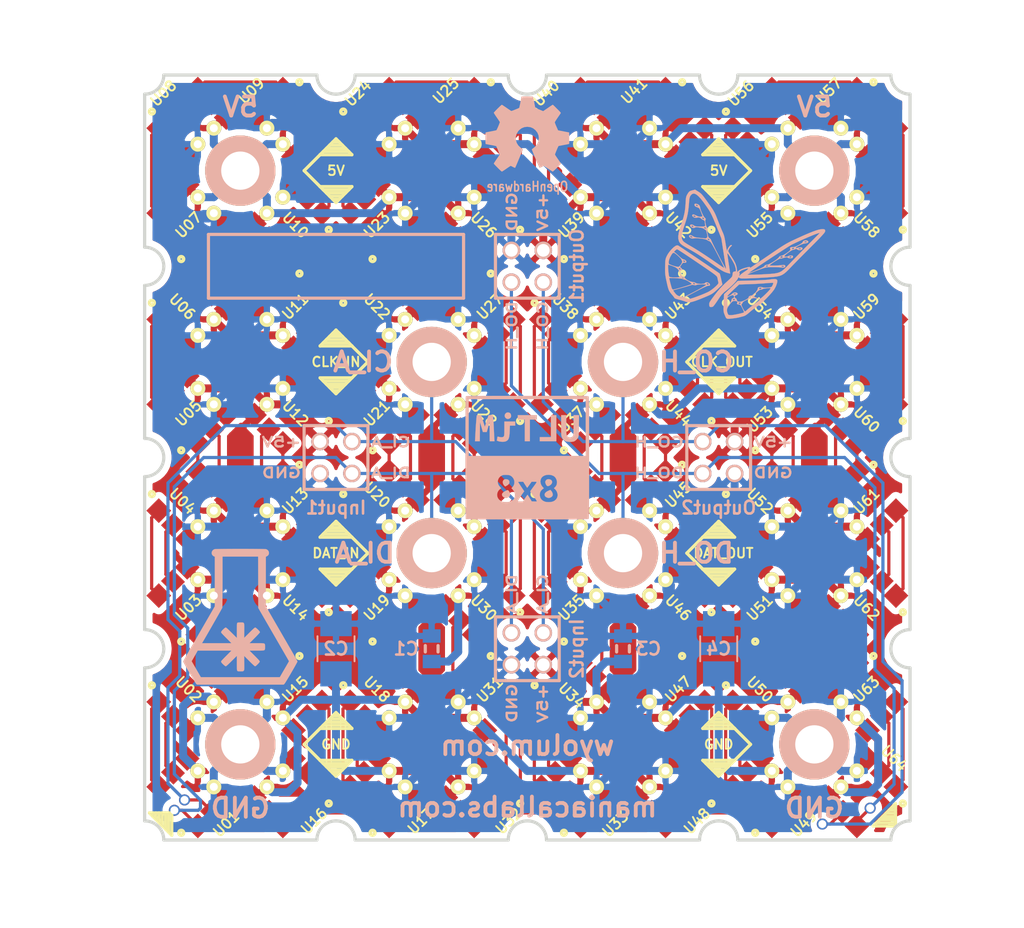
<source format=kicad_pcb>
(kicad_pcb (version 20160815) (host pcbnew 4.1.0-alpha+201609021633+7109~49~ubuntu16.04.1-product)
  (layers (0 Front signal) (31 Back signal) (34 B.Paste user) (35 F.Paste user) (36 B.SilkS user) (37 F.SilkS user) (38 B.Mask user) (39 F.Mask user) (44 Edge.Cuts user))
  (net 0 "")
  (net 1 GND)
  (net 2 "Net-(U01-Pad5)")
  (net 3 "Net-(U01-Pad6)")
  (net 4 "Net-(U02-Pad5)")
  (net 5 "Net-(U02-Pad6)")
  (net 6 "Net-(U03-Pad5)")
  (net 7 "Net-(U03-Pad6)")
  (net 8 "Net-(U04-Pad5)")
  (net 9 "Net-(U04-Pad6)")
  (net 10 "Net-(U05-Pad5)")
  (net 11 "Net-(U05-Pad6)")
  (net 12 "Net-(U06-Pad5)")
  (net 13 "Net-(U06-Pad6)")
  (net 14 "Net-(U07-Pad5)")
  (net 15 "Net-(U07-Pad6)")
  (net 16 "Net-(U09-Pad5)")
  (net 17 "Net-(U09-Pad6)")
  (net 18 "Net-(U10-Pad5)")
  (net 19 "Net-(U10-Pad6)")
  (net 20 "Net-(U11-Pad5)")
  (net 21 "Net-(U11-Pad6)")
  (net 22 "Net-(U12-Pad5)")
  (net 23 "Net-(U12-Pad6)")
  (net 24 "Net-(U13-Pad5)")
  (net 25 "Net-(U13-Pad6)")
  (net 26 "Net-(U14-Pad5)")
  (net 27 "Net-(U14-Pad6)")
  (net 28 "Net-(U15-Pad5)")
  (net 29 "Net-(U15-Pad6)")
  (net 30 "Net-(U17-Pad5)")
  (net 31 "Net-(U17-Pad6)")
  (net 32 "Net-(U18-Pad5)")
  (net 33 "Net-(U18-Pad6)")
  (net 34 "Net-(U19-Pad5)")
  (net 35 "Net-(U19-Pad6)")
  (net 36 "Net-(U20-Pad5)")
  (net 37 "Net-(U20-Pad6)")
  (net 38 "Net-(U21-Pad5)")
  (net 39 "Net-(U21-Pad6)")
  (net 40 "Net-(U22-Pad5)")
  (net 41 "Net-(U22-Pad6)")
  (net 42 "Net-(U23-Pad5)")
  (net 43 "Net-(U23-Pad6)")
  (net 44 "Net-(U25-Pad5)")
  (net 45 "Net-(U25-Pad6)")
  (net 46 "Net-(U26-Pad5)")
  (net 47 "Net-(U26-Pad6)")
  (net 48 "Net-(U27-Pad5)")
  (net 49 "Net-(U27-Pad6)")
  (net 50 "Net-(U28-Pad5)")
  (net 51 "Net-(U28-Pad6)")
  (net 52 "Net-(U29-Pad5)")
  (net 53 "Net-(U29-Pad6)")
  (net 54 "Net-(U30-Pad5)")
  (net 55 "Net-(U30-Pad6)")
  (net 56 "Net-(U31-Pad5)")
  (net 57 "Net-(U31-Pad6)")
  (net 58 "Net-(U33-Pad5)")
  (net 59 "Net-(U33-Pad6)")
  (net 60 "Net-(U34-Pad5)")
  (net 61 "Net-(U34-Pad6)")
  (net 62 "Net-(U35-Pad5)")
  (net 63 "Net-(U35-Pad6)")
  (net 64 "Net-(U36-Pad5)")
  (net 65 "Net-(U36-Pad6)")
  (net 66 "Net-(U37-Pad5)")
  (net 67 "Net-(U37-Pad6)")
  (net 68 "Net-(U38-Pad5)")
  (net 69 "Net-(U38-Pad6)")
  (net 70 "Net-(U39-Pad5)")
  (net 71 "Net-(U39-Pad6)")
  (net 72 "Net-(U41-Pad5)")
  (net 73 "Net-(U41-Pad6)")
  (net 74 "Net-(U42-Pad5)")
  (net 75 "Net-(U42-Pad6)")
  (net 76 "Net-(U43-Pad5)")
  (net 77 "Net-(U43-Pad6)")
  (net 78 "Net-(U44-Pad5)")
  (net 79 "Net-(U44-Pad6)")
  (net 80 "Net-(U45-Pad5)")
  (net 81 "Net-(U45-Pad6)")
  (net 82 "Net-(U46-Pad5)")
  (net 83 "Net-(U46-Pad6)")
  (net 84 "Net-(U47-Pad5)")
  (net 85 "Net-(U47-Pad6)")
  (net 86 "Net-(U49-Pad5)")
  (net 87 "Net-(U49-Pad6)")
  (net 88 "Net-(U50-Pad5)")
  (net 89 "Net-(U50-Pad6)")
  (net 90 "Net-(U51-Pad5)")
  (net 91 "Net-(U51-Pad6)")
  (net 92 "Net-(U52-Pad5)")
  (net 93 "Net-(U52-Pad6)")
  (net 94 "Net-(U53-Pad5)")
  (net 95 "Net-(U53-Pad6)")
  (net 96 "Net-(U54-Pad5)")
  (net 97 "Net-(U54-Pad6)")
  (net 98 "Net-(U55-Pad5)")
  (net 99 "Net-(U55-Pad6)")
  (net 100 "Net-(U57-Pad5)")
  (net 101 "Net-(U57-Pad6)")
  (net 102 "Net-(U58-Pad5)")
  (net 103 "Net-(U58-Pad6)")
  (net 104 "Net-(U59-Pad5)")
  (net 105 "Net-(U59-Pad6)")
  (net 106 "Net-(U60-Pad5)")
  (net 107 "Net-(U60-Pad6)")
  (net 108 "Net-(U61-Pad5)")
  (net 109 "Net-(U61-Pad6)")
  (net 110 "Net-(U62-Pad5)")
  (net 111 "Net-(U62-Pad6)")
  (net 112 "Net-(U63-Pad5)")
  (net 113 "Net-(U63-Pad6)")
  (net 114 /5V)
  (net 115 /DI_A)
  (net 116 /CI_A)
  (net 117 /DO_H)
  (net 118 /CO_H)
  (net 119 /CI_B)
  (net 120 /DI_B)
  (net 121 /CI_C)
  (net 122 /DI_C)
  (net 123 /CI_D)
  (net 124 /DI_D)
  (net 125 /CI_E)
  (net 126 /DI_E)
  (net 127 /CI_F)
  (net 128 /DI_F)
  (net 129 /CI_G)
  (net 130 /DI_G)
  (net 131 /CI_H)
  (net 132 /DI_H)
  (module ultim8x8_libs:c_0805 (layer Back) (at 67.31 74.93 90)
    (fp_text reference C3 (at 0 2.032 180) (layer B.SilkS) (effects (font (size 1.016 1.016) (thickness 0.2032)) (justify mirror)))
    (fp_text value 100nF hide)
    (pad 1 smd rect (at 1.016 0 90) (size 1.0668 1.4224) (layers Back B.Paste B.Mask) (net 1 GND))
    (pad 2 smd rect (at -1.016 0 90) (size 1.0668 1.4224) (layers Back B.Paste B.Mask) (net 114 /5V))
  )
  (module ultim8x8_libs:c_0805 (layer Back) (at 52.07 74.93 90)
    (fp_text reference C1 (at 0 -2.032 180) (layer B.SilkS) (effects (font (size 1.016 1.016) (thickness 0.2032)) (justify mirror)))
    (fp_text value 100nF hide)
    (pad 1 smd rect (at 1.016 0 90) (size 1.0668 1.4224) (layers Back B.Paste B.Mask) (net 1 GND))
    (pad 2 smd rect (at -1.016 0 90) (size 1.0668 1.4224) (layers Back B.Paste B.Mask) (net 114 /5V))
  )
  (module ultim8x8_libs:logo_ultim8x8 (layer Back) (at 59.69 59.69 180)
    (fp_text reference L1 hide)
    (fp_text value ULTiM8x8 hide)
  )
  (module ultim8x8_libs:OSHW_6mm (layer Back) (at 59.69 33.909 180)
    (fp_text reference L2 hide)
    (fp_text value OSHW hide)
    (fp_text user OpenHardware (at 0 -4.191 180) (layer B.SilkS) (effects (font (size 0.762 0.6096) (thickness 0.127)) (justify mirror)))
  )
  (module ultim8x8_libs:logo_wyo_butterfly (layer Back) (at 75.946 44.45 180)
    (fp_text reference L3 hide)
    (fp_text value Wyolum hide)
  )
  (module ultim8x8_libs:logo_MLlabs (layer Back) (at 36.83 72.39 180)
    (fp_text reference L4 hide)
    (fp_text value "Maniacal Labs" hide)
  )
  (module ultim8x8_libs:Screw (layer Back) (at 82.55 82.55)
    (fp_text reference P12 hide)
    (fp_text value GND (at 0 5.08) (layer B.SilkS) (effects (font (thickness 0.3048)) (justify mirror)))
    (pad 1 thru_hole circle (at 0 0) (size 5.6 5.6) (drill 3.048) (layers *.Cu *.SilkS *.Mask) (net 1 GND))
  )
  (module ultim8x8_libs:Screw (layer Back) (at 82.55 36.83)
    (fp_text reference P11 hide)
    (fp_text value 5V (at 0 -5.08) (layer B.SilkS) (effects (font (thickness 0.3048)) (justify mirror)))
    (pad 1 thru_hole circle (at 0 0) (size 5.6 5.6) (drill 3.048) (layers *.Cu *.SilkS *.Mask) (net 114 /5V))
  )
  (module ultim8x8_libs:Screw (layer Back) (at 67.31 67.31)
    (fp_text reference P10 hide)
    (fp_text value DO_H (at 5.842 0) (layer B.SilkS) (effects (font (thickness 0.3048)) (justify mirror)))
    (pad 1 thru_hole circle (at 0 0) (size 5.6 5.6) (drill 3.048) (layers *.Cu *.SilkS *.Mask) (net 117 /DO_H))
  )
  (module ultim8x8_libs:Screw (layer Back) (at 52.07 67.31)
    (fp_text reference P9 hide)
    (fp_text value DI_A (at -5.334 0) (layer B.SilkS) (effects (font (thickness 0.3048)) (justify mirror)))
    (pad 1 thru_hole circle (at 0 0) (size 5.6 5.6) (drill 3.048) (layers *.Cu *.SilkS *.Mask) (net 115 /DI_A))
  )
  (module ultim8x8_libs:Screw (layer Back) (at 36.83 36.83)
    (fp_text reference P3 hide)
    (fp_text value 5V (at 0 -5.08) (layer B.SilkS) (effects (font (thickness 0.3048)) (justify mirror)))
    (pad 1 thru_hole circle (at 0 0) (size 5.6 5.6) (drill 3.048) (layers *.Cu *.SilkS *.Mask) (net 114 /5V))
  )
  (module ultim8x8_libs:Screw (layer Back) (at 36.83 82.55)
    (fp_text reference P4 hide)
    (fp_text value GND (at 0 5.08) (layer B.SilkS) (effects (font (thickness 0.3048)) (justify mirror)))
    (pad 1 thru_hole circle (at 0 0) (size 5.6 5.6) (drill 3.048) (layers *.Cu *.SilkS *.Mask) (net 1 GND))
  )
  (module ultim8x8_libs:Screw (layer Back) (at 52.07 52.07)
    (fp_text reference P7 hide)
    (fp_text value CI_A (at -5.461 0) (layer B.SilkS) (effects (font (thickness 0.3048)) (justify mirror)))
    (pad 1 thru_hole circle (at 0 0) (size 5.6 5.6) (drill 3.048) (layers *.Cu *.SilkS *.Mask) (net 116 /CI_A))
  )
  (module ultim8x8_libs:Screw (layer Back) (at 67.31 52.07)
    (fp_text reference P8 hide)
    (fp_text value CO_H (at 5.842 0) (layer B.SilkS) (effects (font (thickness 0.3048)) (justify mirror)))
    (pad 1 thru_hole circle (at 0 0) (size 5.6 5.6) (drill 3.048) (layers *.Cu *.SilkS *.Mask) (net 118 /CO_H))
  )
  (module ultim8x8_libs:C_1210_HandSoldering (layer Back) (at 44.45 74.93 90)
    (fp_text reference C2 (at 0 0 180) (layer B.SilkS) (effects (font (size 1.016 1.016) (thickness 0.2032)) (justify mirror)))
    (fp_text value "47uF 20V" hide)
    (pad 1 smd rect (at -2 0 90) (size 2 2.5) (layers Back B.Paste B.Mask) (net 114 /5V))
    (pad 2 smd rect (at 2 0 90) (size 2 2.5) (layers Back B.Paste B.Mask) (net 1 GND))
  )
  (module ultim8x8_libs:C_1210_HandSoldering (layer Back) (at 74.93 74.93 90)
    (fp_text reference C4 (at 0 0 180) (layer B.SilkS) (effects (font (size 1.016 1.016) (thickness 0.2032)) (justify mirror)))
    (fp_text value "47uF 20V" hide)
    (pad 1 smd rect (at -2 0 90) (size 2 2.5) (layers Back B.Paste B.Mask) (net 114 /5V))
    (pad 2 smd rect (at 2 0 90) (size 2 2.5) (layers Back B.Paste B.Mask) (net 1 GND))
  )
  (module ultim8x8_libs:APA102 (layer Front) (at 48.26 40.64 45)
    (fp_text reference U23 (at -0.763675 -0.014142 225) (layer F.SilkS) (effects (font (size 0.8 0.8))))
    (fp_text value APA102 hide)
    (pad 3 smd rect (at 1.6 2.2 135) (size 1.4 1.4) (layers Front F.Paste F.Mask) (net 1 GND) (clearance 0.1))
    (pad 4 smd rect (at 1.6 -2.2 135) (size 1.4 1.4) (layers Front F.Paste F.Mask) (net 114 /5V) (clearance 0.1))
    (pad 5 smd rect (at 0 -2.2 135) (size 1.4 1.3) (layers Front F.Paste F.Mask) (net 42 "Net-(U23-Pad5)") (clearance 0.1))
    (pad 2 smd rect (at 0 2.2 135) (size 1.4 1.3) (layers Front F.Paste F.Mask) (net 40 "Net-(U22-Pad5)") (clearance 0.1))
    (pad 1 smd rect (at -1.6 2.2 135) (size 1.4 1.4) (layers Front F.Paste F.Mask) (net 41 "Net-(U22-Pad6)") (clearance 0.1))
    (pad 6 smd rect (at -1.6 -2.2 135) (size 1.4 1.4) (layers Front F.Paste F.Mask) (net 43 "Net-(U23-Pad6)") (clearance 0.1))
    (pad 3 thru_hole circle (at 1.5 0.9 45) (size 1.2 1.2) (drill 0.635) (layers *.Cu *.Mask F.SilkS) (net 1 GND))
    (pad 4 thru_hole circle (at 1.5 -0.9 45) (size 1.2 1.2) (drill 0.635) (layers *.Cu *.Mask F.SilkS) (net 114 /5V))
  )
  (module ultim8x8_libs:APA102 (layer Front) (at 86.36 55.88 135)
    (fp_text reference U60 (at -0.806102 -0.311127 315) (layer F.SilkS) (effects (font (size 0.8 0.8))))
    (fp_text value APA102 hide)
    (pad 3 smd rect (at 1.6 2.2 225) (size 1.4 1.4) (layers Front F.Paste F.Mask) (net 1 GND) (clearance 0.1))
    (pad 4 smd rect (at 1.6 -2.2 225) (size 1.4 1.4) (layers Front F.Paste F.Mask) (net 114 /5V) (clearance 0.1))
    (pad 5 smd rect (at 0 -2.2 225) (size 1.4 1.3) (layers Front F.Paste F.Mask) (net 106 "Net-(U60-Pad5)") (clearance 0.1))
    (pad 2 smd rect (at 0 2.2 225) (size 1.4 1.3) (layers Front F.Paste F.Mask) (net 104 "Net-(U59-Pad5)") (clearance 0.1))
    (pad 1 smd rect (at -1.6 2.2 225) (size 1.4 1.4) (layers Front F.Paste F.Mask) (net 105 "Net-(U59-Pad6)") (clearance 0.1))
    (pad 6 smd rect (at -1.6 -2.2 225) (size 1.4 1.4) (layers Front F.Paste F.Mask) (net 107 "Net-(U60-Pad6)") (clearance 0.1))
    (pad 3 thru_hole circle (at 1.5 0.9 135) (size 1.2 1.2) (drill 0.635) (layers *.Cu *.Mask F.SilkS) (net 1 GND))
    (pad 4 thru_hole circle (at 1.5 -0.9 135) (size 1.2 1.2) (drill 0.635) (layers *.Cu *.Mask F.SilkS) (net 114 /5V))
  )
  (module ultim8x8_libs:APA102 (layer Front) (at 86.36 48.26 225)
    (fp_text reference U59 (at -0.66468 0.169706 45) (layer F.SilkS) (effects (font (size 0.8 0.8))))
    (fp_text value APA102 hide)
    (pad 3 smd rect (at 1.6 2.2 315) (size 1.4 1.4) (layers Front F.Paste F.Mask) (net 1 GND) (clearance 0.1))
    (pad 4 smd rect (at 1.6 -2.2 315) (size 1.4 1.4) (layers Front F.Paste F.Mask) (net 114 /5V) (clearance 0.1))
    (pad 5 smd rect (at 0 -2.2 315) (size 1.4 1.3) (layers Front F.Paste F.Mask) (net 104 "Net-(U59-Pad5)") (clearance 0.1))
    (pad 2 smd rect (at 0 2.2 315) (size 1.4 1.3) (layers Front F.Paste F.Mask) (net 102 "Net-(U58-Pad5)") (clearance 0.1))
    (pad 1 smd rect (at -1.6 2.2 315) (size 1.4 1.4) (layers Front F.Paste F.Mask) (net 103 "Net-(U58-Pad6)") (clearance 0.1))
    (pad 6 smd rect (at -1.6 -2.2 315) (size 1.4 1.4) (layers Front F.Paste F.Mask) (net 105 "Net-(U59-Pad6)") (clearance 0.1))
    (pad 3 thru_hole circle (at 1.5 0.9 225) (size 1.2 1.2) (drill 0.635) (layers *.Cu *.Mask F.SilkS) (net 1 GND))
    (pad 4 thru_hole circle (at 1.5 -0.9 225) (size 1.2 1.2) (drill 0.635) (layers *.Cu *.Mask F.SilkS) (net 114 /5V))
  )
  (module ultim8x8_libs:APA102 (layer Front) (at 78.74 48.26 315)
    (fp_text reference U54 (at -0.79196 -0.042426 135) (layer F.SilkS) (effects (font (size 0.8 0.8))))
    (fp_text value APA102 hide)
    (pad 3 smd rect (at 1.6 2.2 45) (size 1.4 1.4) (layers Front F.Paste F.Mask) (net 1 GND) (clearance 0.1))
    (pad 4 smd rect (at 1.6 -2.2 45) (size 1.4 1.4) (layers Front F.Paste F.Mask) (net 114 /5V) (clearance 0.1))
    (pad 5 smd rect (at 0 -2.2 45) (size 1.4 1.3) (layers Front F.Paste F.Mask) (net 96 "Net-(U54-Pad5)") (clearance 0.1))
    (pad 2 smd rect (at 0 2.2 45) (size 1.4 1.3) (layers Front F.Paste F.Mask) (net 94 "Net-(U53-Pad5)") (clearance 0.1))
    (pad 1 smd rect (at -1.6 2.2 45) (size 1.4 1.4) (layers Front F.Paste F.Mask) (net 95 "Net-(U53-Pad6)") (clearance 0.1))
    (pad 6 smd rect (at -1.6 -2.2 45) (size 1.4 1.4) (layers Front F.Paste F.Mask) (net 97 "Net-(U54-Pad6)") (clearance 0.1))
    (pad 3 thru_hole circle (at 1.5 0.9 315) (size 1.2 1.2) (drill 0.635) (layers *.Cu *.Mask F.SilkS) (net 1 GND))
    (pad 4 thru_hole circle (at 1.5 -0.9 315) (size 1.2 1.2) (drill 0.635) (layers *.Cu *.Mask F.SilkS) (net 114 /5V))
  )
  (module ultim8x8_libs:APA102 (layer Front) (at 78.74 55.88 45)
    (fp_text reference U53 (at -0.933381 0.183848 225) (layer F.SilkS) (effects (font (size 0.8 0.8))))
    (fp_text value APA102 hide)
    (pad 3 smd rect (at 1.6 2.2 135) (size 1.4 1.4) (layers Front F.Paste F.Mask) (net 1 GND) (clearance 0.1))
    (pad 4 smd rect (at 1.6 -2.2 135) (size 1.4 1.4) (layers Front F.Paste F.Mask) (net 114 /5V) (clearance 0.1))
    (pad 5 smd rect (at 0 -2.2 135) (size 1.4 1.3) (layers Front F.Paste F.Mask) (net 94 "Net-(U53-Pad5)") (clearance 0.1))
    (pad 2 smd rect (at 0 2.2 135) (size 1.4 1.3) (layers Front F.Paste F.Mask) (net 92 "Net-(U52-Pad5)") (clearance 0.1))
    (pad 1 smd rect (at -1.6 2.2 135) (size 1.4 1.4) (layers Front F.Paste F.Mask) (net 93 "Net-(U52-Pad6)") (clearance 0.1))
    (pad 6 smd rect (at -1.6 -2.2 135) (size 1.4 1.4) (layers Front F.Paste F.Mask) (net 95 "Net-(U53-Pad6)") (clearance 0.1))
    (pad 3 thru_hole circle (at 1.5 0.9 45) (size 1.2 1.2) (drill 0.635) (layers *.Cu *.Mask F.SilkS) (net 1 GND))
    (pad 4 thru_hole circle (at 1.5 -0.9 45) (size 1.2 1.2) (drill 0.635) (layers *.Cu *.Mask F.SilkS) (net 114 /5V))
  )
  (module ultim8x8_libs:APA102 (layer Front) (at 63.5 48.26 315)
    (fp_text reference U38 (at -0.975807 0.141421 135) (layer F.SilkS) (effects (font (size 0.8 0.8))))
    (fp_text value APA102 hide)
    (pad 3 smd rect (at 1.6 2.2 45) (size 1.4 1.4) (layers Front F.Paste F.Mask) (net 1 GND) (clearance 0.1))
    (pad 4 smd rect (at 1.6 -2.2 45) (size 1.4 1.4) (layers Front F.Paste F.Mask) (net 114 /5V) (clearance 0.1))
    (pad 5 smd rect (at 0 -2.2 45) (size 1.4 1.3) (layers Front F.Paste F.Mask) (net 68 "Net-(U38-Pad5)") (clearance 0.1))
    (pad 2 smd rect (at 0 2.2 45) (size 1.4 1.3) (layers Front F.Paste F.Mask) (net 66 "Net-(U37-Pad5)") (clearance 0.1))
    (pad 1 smd rect (at -1.6 2.2 45) (size 1.4 1.4) (layers Front F.Paste F.Mask) (net 67 "Net-(U37-Pad6)") (clearance 0.1))
    (pad 6 smd rect (at -1.6 -2.2 45) (size 1.4 1.4) (layers Front F.Paste F.Mask) (net 69 "Net-(U38-Pad6)") (clearance 0.1))
    (pad 3 thru_hole circle (at 1.5 0.9 315) (size 1.2 1.2) (drill 0.635) (layers *.Cu *.Mask F.SilkS) (net 1 GND))
    (pad 4 thru_hole circle (at 1.5 -0.9 315) (size 1.2 1.2) (drill 0.635) (layers *.Cu *.Mask F.SilkS) (net 114 /5V))
  )
  (module ultim8x8_libs:APA102 (layer Front) (at 48.26 71.12 45)
    (fp_text reference U19 (at -0.777817 0 225) (layer F.SilkS) (effects (font (size 0.8 0.8))))
    (fp_text value APA102 hide)
    (pad 3 smd rect (at 1.6 2.2 135) (size 1.4 1.4) (layers Front F.Paste F.Mask) (net 1 GND) (clearance 0.1))
    (pad 4 smd rect (at 1.6 -2.2 135) (size 1.4 1.4) (layers Front F.Paste F.Mask) (net 114 /5V) (clearance 0.1))
    (pad 5 smd rect (at 0 -2.2 135) (size 1.4 1.3) (layers Front F.Paste F.Mask) (net 34 "Net-(U19-Pad5)") (clearance 0.1))
    (pad 2 smd rect (at 0 2.2 135) (size 1.4 1.3) (layers Front F.Paste F.Mask) (net 32 "Net-(U18-Pad5)") (clearance 0.1))
    (pad 1 smd rect (at -1.6 2.2 135) (size 1.4 1.4) (layers Front F.Paste F.Mask) (net 33 "Net-(U18-Pad6)") (clearance 0.1))
    (pad 6 smd rect (at -1.6 -2.2 135) (size 1.4 1.4) (layers Front F.Paste F.Mask) (net 35 "Net-(U19-Pad6)") (clearance 0.1))
    (pad 3 thru_hole circle (at 1.5 0.9 45) (size 1.2 1.2) (drill 0.635) (layers *.Cu *.Mask F.SilkS) (net 1 GND))
    (pad 4 thru_hole circle (at 1.5 -0.9 45) (size 1.2 1.2) (drill 0.635) (layers *.Cu *.Mask F.SilkS) (net 114 /5V))
  )
  (module ultim8x8_libs:APA102 (layer Front) (at 40.64 55.88 135)
    (fp_text reference U12 (at -0.608112 0.19799 315) (layer F.SilkS) (effects (font (size 0.8 0.8))))
    (fp_text value APA102 hide)
    (pad 3 smd rect (at 1.6 2.2 225) (size 1.4 1.4) (layers Front F.Paste F.Mask) (net 1 GND) (clearance 0.1))
    (pad 4 smd rect (at 1.6 -2.2 225) (size 1.4 1.4) (layers Front F.Paste F.Mask) (net 114 /5V) (clearance 0.1))
    (pad 5 smd rect (at 0 -2.2 225) (size 1.4 1.3) (layers Front F.Paste F.Mask) (net 22 "Net-(U12-Pad5)") (clearance 0.1))
    (pad 2 smd rect (at 0 2.2 225) (size 1.4 1.3) (layers Front F.Paste F.Mask) (net 20 "Net-(U11-Pad5)") (clearance 0.1))
    (pad 1 smd rect (at -1.6 2.2 225) (size 1.4 1.4) (layers Front F.Paste F.Mask) (net 21 "Net-(U11-Pad6)") (clearance 0.1))
    (pad 6 smd rect (at -1.6 -2.2 225) (size 1.4 1.4) (layers Front F.Paste F.Mask) (net 23 "Net-(U12-Pad6)") (clearance 0.1))
    (pad 3 thru_hole circle (at 1.5 0.9 135) (size 1.2 1.2) (drill 0.635) (layers *.Cu *.Mask F.SilkS) (net 1 GND))
    (pad 4 thru_hole circle (at 1.5 -0.9 135) (size 1.2 1.2) (drill 0.635) (layers *.Cu *.Mask F.SilkS) (net 114 /5V))
  )
  (module ultim8x8_libs:APA102 (layer Front) (at 40.64 48.26 225)
    (fp_text reference U11 (at -0.820244 0.014142 45) (layer F.SilkS) (effects (font (size 0.8 0.8))))
    (fp_text value APA102 hide)
    (pad 3 smd rect (at 1.6 2.2 315) (size 1.4 1.4) (layers Front F.Paste F.Mask) (net 1 GND) (clearance 0.1))
    (pad 4 smd rect (at 1.6 -2.2 315) (size 1.4 1.4) (layers Front F.Paste F.Mask) (net 114 /5V) (clearance 0.1))
    (pad 5 smd rect (at 0 -2.2 315) (size 1.4 1.3) (layers Front F.Paste F.Mask) (net 20 "Net-(U11-Pad5)") (clearance 0.1))
    (pad 2 smd rect (at 0 2.2 315) (size 1.4 1.3) (layers Front F.Paste F.Mask) (net 18 "Net-(U10-Pad5)") (clearance 0.1))
    (pad 1 smd rect (at -1.6 2.2 315) (size 1.4 1.4) (layers Front F.Paste F.Mask) (net 19 "Net-(U10-Pad6)") (clearance 0.1))
    (pad 6 smd rect (at -1.6 -2.2 315) (size 1.4 1.4) (layers Front F.Paste F.Mask) (net 21 "Net-(U11-Pad6)") (clearance 0.1))
    (pad 3 thru_hole circle (at 1.5 0.9 225) (size 1.2 1.2) (drill 0.635) (layers *.Cu *.Mask F.SilkS) (net 1 GND))
    (pad 4 thru_hole circle (at 1.5 -0.9 225) (size 1.2 1.2) (drill 0.635) (layers *.Cu *.Mask F.SilkS) (net 114 /5V))
  )
  (module ultim8x8_libs:APA102 (layer Front) (at 33.02 48.26 315)
    (fp_text reference U06 (at -0.989949 0.155563 135) (layer F.SilkS) (effects (font (size 0.8 0.8))))
    (fp_text value APA102 hide)
    (pad 3 smd rect (at 1.6 2.2 45) (size 1.4 1.4) (layers Front F.Paste F.Mask) (net 1 GND) (clearance 0.1))
    (pad 4 smd rect (at 1.6 -2.2 45) (size 1.4 1.4) (layers Front F.Paste F.Mask) (net 114 /5V) (clearance 0.1))
    (pad 5 smd rect (at 0 -2.2 45) (size 1.4 1.3) (layers Front F.Paste F.Mask) (net 12 "Net-(U06-Pad5)") (clearance 0.1))
    (pad 2 smd rect (at 0 2.2 45) (size 1.4 1.3) (layers Front F.Paste F.Mask) (net 10 "Net-(U05-Pad5)") (clearance 0.1))
    (pad 1 smd rect (at -1.6 2.2 45) (size 1.4 1.4) (layers Front F.Paste F.Mask) (net 11 "Net-(U05-Pad6)") (clearance 0.1))
    (pad 6 smd rect (at -1.6 -2.2 45) (size 1.4 1.4) (layers Front F.Paste F.Mask) (net 13 "Net-(U06-Pad6)") (clearance 0.1))
    (pad 3 thru_hole circle (at 1.5 0.9 315) (size 1.2 1.2) (drill 0.635) (layers *.Cu *.Mask F.SilkS) (net 1 GND))
    (pad 4 thru_hole circle (at 1.5 -0.9 315) (size 1.2 1.2) (drill 0.635) (layers *.Cu *.Mask F.SilkS) (net 114 /5V))
  )
  (module ultim8x8_libs:APA102 (layer Front) (at 33.02 55.88 45)
    (fp_text reference U05 (at -0.424264 -0.014142 225) (layer F.SilkS) (effects (font (size 0.8 0.8))))
    (fp_text value APA102 hide)
    (pad 3 smd rect (at 1.6 2.2 135) (size 1.4 1.4) (layers Front F.Paste F.Mask) (net 1 GND) (clearance 0.1))
    (pad 4 smd rect (at 1.6 -2.2 135) (size 1.4 1.4) (layers Front F.Paste F.Mask) (net 114 /5V) (clearance 0.1))
    (pad 5 smd rect (at 0 -2.2 135) (size 1.4 1.3) (layers Front F.Paste F.Mask) (net 10 "Net-(U05-Pad5)") (clearance 0.1))
    (pad 2 smd rect (at 0 2.2 135) (size 1.4 1.3) (layers Front F.Paste F.Mask) (net 8 "Net-(U04-Pad5)") (clearance 0.1))
    (pad 1 smd rect (at -1.6 2.2 135) (size 1.4 1.4) (layers Front F.Paste F.Mask) (net 9 "Net-(U04-Pad6)") (clearance 0.1))
    (pad 6 smd rect (at -1.6 -2.2 135) (size 1.4 1.4) (layers Front F.Paste F.Mask) (net 11 "Net-(U05-Pad6)") (clearance 0.1))
    (pad 3 thru_hole circle (at 1.5 0.9 45) (size 1.2 1.2) (drill 0.635) (layers *.Cu *.Mask F.SilkS) (net 1 GND))
    (pad 4 thru_hole circle (at 1.5 -0.9 45) (size 1.2 1.2) (drill 0.635) (layers *.Cu *.Mask F.SilkS) (net 114 /5V))
  )
  (module ultim8x8_libs:APA102 (layer Front) (at 86.36 71.12 135)
    (fp_text reference U62 (at -0.636396 -0.141421 315) (layer F.SilkS) (effects (font (size 0.8 0.8))))
    (fp_text value APA102 hide)
    (pad 3 smd rect (at 1.6 2.2 225) (size 1.4 1.4) (layers Front F.Paste F.Mask) (net 1 GND) (clearance 0.1))
    (pad 4 smd rect (at 1.6 -2.2 225) (size 1.4 1.4) (layers Front F.Paste F.Mask) (net 114 /5V) (clearance 0.1))
    (pad 5 smd rect (at 0 -2.2 225) (size 1.4 1.3) (layers Front F.Paste F.Mask) (net 110 "Net-(U62-Pad5)") (clearance 0.1))
    (pad 2 smd rect (at 0 2.2 225) (size 1.4 1.3) (layers Front F.Paste F.Mask) (net 108 "Net-(U61-Pad5)") (clearance 0.1))
    (pad 1 smd rect (at -1.6 2.2 225) (size 1.4 1.4) (layers Front F.Paste F.Mask) (net 109 "Net-(U61-Pad6)") (clearance 0.1))
    (pad 6 smd rect (at -1.6 -2.2 225) (size 1.4 1.4) (layers Front F.Paste F.Mask) (net 111 "Net-(U62-Pad6)") (clearance 0.1))
    (pad 3 thru_hole circle (at 1.5 0.9 135) (size 1.2 1.2) (drill 0.635) (layers *.Cu *.Mask F.SilkS) (net 1 GND))
    (pad 4 thru_hole circle (at 1.5 -0.9 135) (size 1.2 1.2) (drill 0.635) (layers *.Cu *.Mask F.SilkS) (net 114 /5V))
  )
  (module ultim8x8_libs:APA102 (layer Front) (at 86.36 63.5 225)
    (fp_text reference U61 (at -0.480833 -0.014142 45) (layer F.SilkS) (effects (font (size 0.8 0.8))))
    (fp_text value APA102 hide)
    (pad 3 smd rect (at 1.6 2.2 315) (size 1.4 1.4) (layers Front F.Paste F.Mask) (net 1 GND) (clearance 0.1))
    (pad 4 smd rect (at 1.6 -2.2 315) (size 1.4 1.4) (layers Front F.Paste F.Mask) (net 114 /5V) (clearance 0.1))
    (pad 5 smd rect (at 0 -2.2 315) (size 1.4 1.3) (layers Front F.Paste F.Mask) (net 108 "Net-(U61-Pad5)") (clearance 0.1))
    (pad 2 smd rect (at 0 2.2 315) (size 1.4 1.3) (layers Front F.Paste F.Mask) (net 106 "Net-(U60-Pad5)") (clearance 0.1))
    (pad 1 smd rect (at -1.6 2.2 315) (size 1.4 1.4) (layers Front F.Paste F.Mask) (net 107 "Net-(U60-Pad6)") (clearance 0.1))
    (pad 6 smd rect (at -1.6 -2.2 315) (size 1.4 1.4) (layers Front F.Paste F.Mask) (net 109 "Net-(U61-Pad6)") (clearance 0.1))
    (pad 3 thru_hole circle (at 1.5 0.9 225) (size 1.2 1.2) (drill 0.635) (layers *.Cu *.Mask F.SilkS) (net 1 GND))
    (pad 4 thru_hole circle (at 1.5 -0.9 225) (size 1.2 1.2) (drill 0.635) (layers *.Cu *.Mask F.SilkS) (net 114 /5V))
  )
  (module ultim8x8_libs:APA102 (layer Front) (at 86.36 40.64 135)
    (fp_text reference U58 (at -0.622254 -0.127279 315) (layer F.SilkS) (effects (font (size 0.8 0.8))))
    (fp_text value APA102 hide)
    (pad 3 smd rect (at 1.6 2.2 225) (size 1.4 1.4) (layers Front F.Paste F.Mask) (net 1 GND) (clearance 0.1))
    (pad 4 smd rect (at 1.6 -2.2 225) (size 1.4 1.4) (layers Front F.Paste F.Mask) (net 114 /5V) (clearance 0.1))
    (pad 5 smd rect (at 0 -2.2 225) (size 1.4 1.3) (layers Front F.Paste F.Mask) (net 102 "Net-(U58-Pad5)") (clearance 0.1))
    (pad 2 smd rect (at 0 2.2 225) (size 1.4 1.3) (layers Front F.Paste F.Mask) (net 100 "Net-(U57-Pad5)") (clearance 0.1))
    (pad 1 smd rect (at -1.6 2.2 225) (size 1.4 1.4) (layers Front F.Paste F.Mask) (net 101 "Net-(U57-Pad6)") (clearance 0.1))
    (pad 6 smd rect (at -1.6 -2.2 225) (size 1.4 1.4) (layers Front F.Paste F.Mask) (net 103 "Net-(U58-Pad6)") (clearance 0.1))
    (pad 3 thru_hole circle (at 1.5 0.9 135) (size 1.2 1.2) (drill 0.635) (layers *.Cu *.Mask F.SilkS) (net 1 GND))
    (pad 4 thru_hole circle (at 1.5 -0.9 135) (size 1.2 1.2) (drill 0.635) (layers *.Cu *.Mask F.SilkS) (net 114 /5V))
  )
  (module ultim8x8_libs:APA102 (layer Front) (at 86.36 33.02 225)
    (fp_text reference U57 (at 0.077782 3.669884 45) (layer F.SilkS) (effects (font (size 0.8 0.8))))
    (fp_text value APA102 hide)
    (pad 3 smd rect (at 1.6 2.2 315) (size 1.4 1.4) (layers Front F.Paste F.Mask) (net 1 GND) (clearance 0.1))
    (pad 4 smd rect (at 1.6 -2.2 315) (size 1.4 1.4) (layers Front F.Paste F.Mask) (net 114 /5V) (clearance 0.1))
    (pad 5 smd rect (at 0 -2.2 315) (size 1.4 1.3) (layers Front F.Paste F.Mask) (net 100 "Net-(U57-Pad5)") (clearance 0.1))
    (pad 2 smd rect (at 0 2.2 315) (size 1.4 1.3) (layers Front F.Paste F.Mask) (net 131 /CI_H) (clearance 0.1))
    (pad 1 smd rect (at -1.6 2.2 315) (size 1.4 1.4) (layers Front F.Paste F.Mask) (net 132 /DI_H) (clearance 0.1))
    (pad 6 smd rect (at -1.6 -2.2 315) (size 1.4 1.4) (layers Front F.Paste F.Mask) (net 101 "Net-(U57-Pad6)") (clearance 0.1))
    (pad 3 thru_hole circle (at 1.5 0.9 225) (size 1.2 1.2) (drill 0.635) (layers *.Cu *.Mask F.SilkS) (net 1 GND))
    (pad 4 thru_hole circle (at 1.5 -0.9 225) (size 1.2 1.2) (drill 0.635) (layers *.Cu *.Mask F.SilkS) (net 114 /5V))
  )
  (module ultim8x8_libs:APA102 (layer Front) (at 78.74 33.02 315)
    (fp_text reference U56 (at -3.097128 -0.226274 225) (layer F.SilkS) (effects (font (size 0.8 0.8))))
    (fp_text value APA102 hide)
    (pad 3 smd rect (at 1.6 2.2 45) (size 1.4 1.4) (layers Front F.Paste F.Mask) (net 1 GND) (clearance 0.1))
    (pad 4 smd rect (at 1.6 -2.2 45) (size 1.4 1.4) (layers Front F.Paste F.Mask) (net 114 /5V) (clearance 0.1))
    (pad 5 smd rect (at 0 -2.2 45) (size 1.4 1.3) (layers Front F.Paste F.Mask) (net 131 /CI_H) (clearance 0.1))
    (pad 2 smd rect (at 0 2.2 45) (size 1.4 1.3) (layers Front F.Paste F.Mask) (net 98 "Net-(U55-Pad5)") (clearance 0.1))
    (pad 1 smd rect (at -1.6 2.2 45) (size 1.4 1.4) (layers Front F.Paste F.Mask) (net 99 "Net-(U55-Pad6)") (clearance 0.1))
    (pad 6 smd rect (at -1.6 -2.2 45) (size 1.4 1.4) (layers Front F.Paste F.Mask) (net 132 /DI_H) (clearance 0.1))
    (pad 3 thru_hole circle (at 1.5 0.9 315) (size 1.2 1.2) (drill 0.635) (layers *.Cu *.Mask F.SilkS) (net 1 GND))
    (pad 4 thru_hole circle (at 1.5 -0.9 315) (size 1.2 1.2) (drill 0.635) (layers *.Cu *.Mask F.SilkS) (net 114 /5V))
  )
  (module ultim8x8_libs:APA102 (layer Front) (at 78.74 40.64 45)
    (fp_text reference U55 (at -0.749533 0 225) (layer F.SilkS) (effects (font (size 0.8 0.8))))
    (fp_text value APA102 hide)
    (pad 3 smd rect (at 1.6 2.2 135) (size 1.4 1.4) (layers Front F.Paste F.Mask) (net 1 GND) (clearance 0.1))
    (pad 4 smd rect (at 1.6 -2.2 135) (size 1.4 1.4) (layers Front F.Paste F.Mask) (net 114 /5V) (clearance 0.1))
    (pad 5 smd rect (at 0 -2.2 135) (size 1.4 1.3) (layers Front F.Paste F.Mask) (net 98 "Net-(U55-Pad5)") (clearance 0.1))
    (pad 2 smd rect (at 0 2.2 135) (size 1.4 1.3) (layers Front F.Paste F.Mask) (net 96 "Net-(U54-Pad5)") (clearance 0.1))
    (pad 1 smd rect (at -1.6 2.2 135) (size 1.4 1.4) (layers Front F.Paste F.Mask) (net 97 "Net-(U54-Pad6)") (clearance 0.1))
    (pad 6 smd rect (at -1.6 -2.2 135) (size 1.4 1.4) (layers Front F.Paste F.Mask) (net 99 "Net-(U55-Pad6)") (clearance 0.1))
    (pad 3 thru_hole circle (at 1.5 0.9 45) (size 1.2 1.2) (drill 0.635) (layers *.Cu *.Mask F.SilkS) (net 1 GND))
    (pad 4 thru_hole circle (at 1.5 -0.9 45) (size 1.2 1.2) (drill 0.635) (layers *.Cu *.Mask F.SilkS) (net 114 /5V))
  )
  (module ultim8x8_libs:APA102 (layer Front) (at 78.74 63.5 315)
    (fp_text reference U52 (at -0.608112 0.141421 135) (layer F.SilkS) (effects (font (size 0.8 0.8))))
    (fp_text value APA102 hide)
    (pad 3 smd rect (at 1.6 2.2 45) (size 1.4 1.4) (layers Front F.Paste F.Mask) (net 1 GND) (clearance 0.1))
    (pad 4 smd rect (at 1.6 -2.2 45) (size 1.4 1.4) (layers Front F.Paste F.Mask) (net 114 /5V) (clearance 0.1))
    (pad 5 smd rect (at 0 -2.2 45) (size 1.4 1.3) (layers Front F.Paste F.Mask) (net 92 "Net-(U52-Pad5)") (clearance 0.1))
    (pad 2 smd rect (at 0 2.2 45) (size 1.4 1.3) (layers Front F.Paste F.Mask) (net 90 "Net-(U51-Pad5)") (clearance 0.1))
    (pad 1 smd rect (at -1.6 2.2 45) (size 1.4 1.4) (layers Front F.Paste F.Mask) (net 91 "Net-(U51-Pad6)") (clearance 0.1))
    (pad 6 smd rect (at -1.6 -2.2 45) (size 1.4 1.4) (layers Front F.Paste F.Mask) (net 93 "Net-(U52-Pad6)") (clearance 0.1))
    (pad 3 thru_hole circle (at 1.5 0.9 315) (size 1.2 1.2) (drill 0.635) (layers *.Cu *.Mask F.SilkS) (net 1 GND))
    (pad 4 thru_hole circle (at 1.5 -0.9 315) (size 1.2 1.2) (drill 0.635) (layers *.Cu *.Mask F.SilkS) (net 114 /5V))
  )
  (module ultim8x8_libs:APA102 (layer Front) (at 78.74 71.12 45)
    (fp_text reference U51 (at -0.763675 0.014142 225) (layer F.SilkS) (effects (font (size 0.8 0.8))))
    (fp_text value APA102 hide)
    (pad 3 smd rect (at 1.6 2.2 135) (size 1.4 1.4) (layers Front F.Paste F.Mask) (net 1 GND) (clearance 0.1))
    (pad 4 smd rect (at 1.6 -2.2 135) (size 1.4 1.4) (layers Front F.Paste F.Mask) (net 114 /5V) (clearance 0.1))
    (pad 5 smd rect (at 0 -2.2 135) (size 1.4 1.3) (layers Front F.Paste F.Mask) (net 90 "Net-(U51-Pad5)") (clearance 0.1))
    (pad 2 smd rect (at 0 2.2 135) (size 1.4 1.3) (layers Front F.Paste F.Mask) (net 88 "Net-(U50-Pad5)") (clearance 0.1))
    (pad 1 smd rect (at -1.6 2.2 135) (size 1.4 1.4) (layers Front F.Paste F.Mask) (net 89 "Net-(U50-Pad6)") (clearance 0.1))
    (pad 6 smd rect (at -1.6 -2.2 135) (size 1.4 1.4) (layers Front F.Paste F.Mask) (net 91 "Net-(U51-Pad6)") (clearance 0.1))
    (pad 3 thru_hole circle (at 1.5 0.9 45) (size 1.2 1.2) (drill 0.635) (layers *.Cu *.Mask F.SilkS) (net 1 GND))
    (pad 4 thru_hole circle (at 1.5 -0.9 45) (size 1.2 1.2) (drill 0.635) (layers *.Cu *.Mask F.SilkS) (net 114 /5V))
  )
  (module ultim8x8_libs:APA102 (layer Front) (at 78.74 78.74 315)
    (fp_text reference U50 (at -0.777817 -0.028284 135) (layer F.SilkS) (effects (font (size 0.8 0.8))))
    (fp_text value APA102 hide)
    (pad 3 smd rect (at 1.6 2.2 45) (size 1.4 1.4) (layers Front F.Paste F.Mask) (net 1 GND) (clearance 0.1))
    (pad 4 smd rect (at 1.6 -2.2 45) (size 1.4 1.4) (layers Front F.Paste F.Mask) (net 114 /5V) (clearance 0.1))
    (pad 5 smd rect (at 0 -2.2 45) (size 1.4 1.3) (layers Front F.Paste F.Mask) (net 88 "Net-(U50-Pad5)") (clearance 0.1))
    (pad 2 smd rect (at 0 2.2 45) (size 1.4 1.3) (layers Front F.Paste F.Mask) (net 86 "Net-(U49-Pad5)") (clearance 0.1))
    (pad 1 smd rect (at -1.6 2.2 45) (size 1.4 1.4) (layers Front F.Paste F.Mask) (net 87 "Net-(U49-Pad6)") (clearance 0.1))
    (pad 6 smd rect (at -1.6 -2.2 45) (size 1.4 1.4) (layers Front F.Paste F.Mask) (net 89 "Net-(U50-Pad6)") (clearance 0.1))
    (pad 3 thru_hole circle (at 1.5 0.9 315) (size 1.2 1.2) (drill 0.635) (layers *.Cu *.Mask F.SilkS) (net 1 GND))
    (pad 4 thru_hole circle (at 1.5 -0.9 315) (size 1.2 1.2) (drill 0.635) (layers *.Cu *.Mask F.SilkS) (net 114 /5V))
  )
  (module ultim8x8_libs:APA102 (layer Front) (at 71.12 78.74 225)
    (fp_text reference U47 (at -0.820244 -0.014142 45) (layer F.SilkS) (effects (font (size 0.8 0.8))))
    (fp_text value APA102 hide)
    (pad 3 smd rect (at 1.6 2.2 315) (size 1.4 1.4) (layers Front F.Paste F.Mask) (net 1 GND) (clearance 0.1))
    (pad 4 smd rect (at 1.6 -2.2 315) (size 1.4 1.4) (layers Front F.Paste F.Mask) (net 114 /5V) (clearance 0.1))
    (pad 5 smd rect (at 0 -2.2 315) (size 1.4 1.3) (layers Front F.Paste F.Mask) (net 84 "Net-(U47-Pad5)") (clearance 0.1))
    (pad 2 smd rect (at 0 2.2 315) (size 1.4 1.3) (layers Front F.Paste F.Mask) (net 82 "Net-(U46-Pad5)") (clearance 0.1))
    (pad 1 smd rect (at -1.6 2.2 315) (size 1.4 1.4) (layers Front F.Paste F.Mask) (net 83 "Net-(U46-Pad6)") (clearance 0.1))
    (pad 6 smd rect (at -1.6 -2.2 315) (size 1.4 1.4) (layers Front F.Paste F.Mask) (net 85 "Net-(U47-Pad6)") (clearance 0.1))
    (pad 3 thru_hole circle (at 1.5 0.9 225) (size 1.2 1.2) (drill 0.635) (layers *.Cu *.Mask F.SilkS) (net 1 GND))
    (pad 4 thru_hole circle (at 1.5 -0.9 225) (size 1.2 1.2) (drill 0.635) (layers *.Cu *.Mask F.SilkS) (net 114 /5V))
  )
  (module ultim8x8_libs:APA102 (layer Front) (at 71.12 71.12 135)
    (fp_text reference U46 (at -0.806102 0.028284 315) (layer F.SilkS) (effects (font (size 0.8 0.8))))
    (fp_text value APA102 hide)
    (pad 3 smd rect (at 1.6 2.2 225) (size 1.4 1.4) (layers Front F.Paste F.Mask) (net 1 GND) (clearance 0.1))
    (pad 4 smd rect (at 1.6 -2.2 225) (size 1.4 1.4) (layers Front F.Paste F.Mask) (net 114 /5V) (clearance 0.1))
    (pad 5 smd rect (at 0 -2.2 225) (size 1.4 1.3) (layers Front F.Paste F.Mask) (net 82 "Net-(U46-Pad5)") (clearance 0.1))
    (pad 2 smd rect (at 0 2.2 225) (size 1.4 1.3) (layers Front F.Paste F.Mask) (net 80 "Net-(U45-Pad5)") (clearance 0.1))
    (pad 1 smd rect (at -1.6 2.2 225) (size 1.4 1.4) (layers Front F.Paste F.Mask) (net 81 "Net-(U45-Pad6)") (clearance 0.1))
    (pad 6 smd rect (at -1.6 -2.2 225) (size 1.4 1.4) (layers Front F.Paste F.Mask) (net 83 "Net-(U46-Pad6)") (clearance 0.1))
    (pad 3 thru_hole circle (at 1.5 0.9 135) (size 1.2 1.2) (drill 0.635) (layers *.Cu *.Mask F.SilkS) (net 1 GND))
    (pad 4 thru_hole circle (at 1.5 -0.9 135) (size 1.2 1.2) (drill 0.635) (layers *.Cu *.Mask F.SilkS) (net 114 /5V))
  )
  (module ultim8x8_libs:APA102 (layer Front) (at 71.12 63.5 225)
    (fp_text reference U45 (at -1.004092 0.169706 45) (layer F.SilkS) (effects (font (size 0.8 0.8))))
    (fp_text value APA102 hide)
    (pad 3 smd rect (at 1.6 2.2 315) (size 1.4 1.4) (layers Front F.Paste F.Mask) (net 1 GND) (clearance 0.1))
    (pad 4 smd rect (at 1.6 -2.2 315) (size 1.4 1.4) (layers Front F.Paste F.Mask) (net 114 /5V) (clearance 0.1))
    (pad 5 smd rect (at 0 -2.2 315) (size 1.4 1.3) (layers Front F.Paste F.Mask) (net 80 "Net-(U45-Pad5)") (clearance 0.1))
    (pad 2 smd rect (at 0 2.2 315) (size 1.4 1.3) (layers Front F.Paste F.Mask) (net 78 "Net-(U44-Pad5)") (clearance 0.1))
    (pad 1 smd rect (at -1.6 2.2 315) (size 1.4 1.4) (layers Front F.Paste F.Mask) (net 79 "Net-(U44-Pad6)") (clearance 0.1))
    (pad 6 smd rect (at -1.6 -2.2 315) (size 1.4 1.4) (layers Front F.Paste F.Mask) (net 81 "Net-(U45-Pad6)") (clearance 0.1))
    (pad 3 thru_hole circle (at 1.5 0.9 225) (size 1.2 1.2) (drill 0.635) (layers *.Cu *.Mask F.SilkS) (net 1 GND))
    (pad 4 thru_hole circle (at 1.5 -0.9 225) (size 1.2 1.2) (drill 0.635) (layers *.Cu *.Mask F.SilkS) (net 114 /5V))
  )
  (module ultim8x8_libs:APA102 (layer Front) (at 71.12 55.88 135)
    (fp_text reference U44 (at -0.622254 0.212132 315) (layer F.SilkS) (effects (font (size 0.8 0.8))))
    (fp_text value APA102 hide)
    (pad 3 smd rect (at 1.6 2.2 225) (size 1.4 1.4) (layers Front F.Paste F.Mask) (net 1 GND) (clearance 0.1))
    (pad 4 smd rect (at 1.6 -2.2 225) (size 1.4 1.4) (layers Front F.Paste F.Mask) (net 114 /5V) (clearance 0.1))
    (pad 5 smd rect (at 0 -2.2 225) (size 1.4 1.3) (layers Front F.Paste F.Mask) (net 78 "Net-(U44-Pad5)") (clearance 0.1))
    (pad 2 smd rect (at 0 2.2 225) (size 1.4 1.3) (layers Front F.Paste F.Mask) (net 76 "Net-(U43-Pad5)") (clearance 0.1))
    (pad 1 smd rect (at -1.6 2.2 225) (size 1.4 1.4) (layers Front F.Paste F.Mask) (net 77 "Net-(U43-Pad6)") (clearance 0.1))
    (pad 6 smd rect (at -1.6 -2.2 225) (size 1.4 1.4) (layers Front F.Paste F.Mask) (net 79 "Net-(U44-Pad6)") (clearance 0.1))
    (pad 3 thru_hole circle (at 1.5 0.9 135) (size 1.2 1.2) (drill 0.635) (layers *.Cu *.Mask F.SilkS) (net 1 GND))
    (pad 4 thru_hole circle (at 1.5 -0.9 135) (size 1.2 1.2) (drill 0.635) (layers *.Cu *.Mask F.SilkS) (net 114 /5V))
  )
  (module ultim8x8_libs:APA102 (layer Front) (at 71.12 40.64 135)
    (fp_text reference U42 (at -0.79196 0.042426 315) (layer F.SilkS) (effects (font (size 0.8 0.8))))
    (fp_text value APA102 hide)
    (pad 3 smd rect (at 1.6 2.2 225) (size 1.4 1.4) (layers Front F.Paste F.Mask) (net 1 GND) (clearance 0.1))
    (pad 4 smd rect (at 1.6 -2.2 225) (size 1.4 1.4) (layers Front F.Paste F.Mask) (net 114 /5V) (clearance 0.1))
    (pad 5 smd rect (at 0 -2.2 225) (size 1.4 1.3) (layers Front F.Paste F.Mask) (net 74 "Net-(U42-Pad5)") (clearance 0.1))
    (pad 2 smd rect (at 0 2.2 225) (size 1.4 1.3) (layers Front F.Paste F.Mask) (net 72 "Net-(U41-Pad5)") (clearance 0.1))
    (pad 1 smd rect (at -1.6 2.2 225) (size 1.4 1.4) (layers Front F.Paste F.Mask) (net 73 "Net-(U41-Pad6)") (clearance 0.1))
    (pad 6 smd rect (at -1.6 -2.2 225) (size 1.4 1.4) (layers Front F.Paste F.Mask) (net 75 "Net-(U42-Pad6)") (clearance 0.1))
    (pad 3 thru_hole circle (at 1.5 0.9 135) (size 1.2 1.2) (drill 0.635) (layers *.Cu *.Mask F.SilkS) (net 1 GND))
    (pad 4 thru_hole circle (at 1.5 -0.9 135) (size 1.2 1.2) (drill 0.635) (layers *.Cu *.Mask F.SilkS) (net 114 /5V))
  )
  (module ultim8x8_libs:APA102 (layer Front) (at 71.12 33.02 225)
    (fp_text reference U41 (at 0.26163 3.853732 45) (layer F.SilkS) (effects (font (size 0.8 0.8))))
    (fp_text value APA102 hide)
    (pad 3 smd rect (at 1.6 2.2 315) (size 1.4 1.4) (layers Front F.Paste F.Mask) (net 1 GND) (clearance 0.1))
    (pad 4 smd rect (at 1.6 -2.2 315) (size 1.4 1.4) (layers Front F.Paste F.Mask) (net 114 /5V) (clearance 0.1))
    (pad 5 smd rect (at 0 -2.2 315) (size 1.4 1.3) (layers Front F.Paste F.Mask) (net 72 "Net-(U41-Pad5)") (clearance 0.1))
    (pad 2 smd rect (at 0 2.2 315) (size 1.4 1.3) (layers Front F.Paste F.Mask) (net 127 /CI_F) (clearance 0.1))
    (pad 1 smd rect (at -1.6 2.2 315) (size 1.4 1.4) (layers Front F.Paste F.Mask) (net 128 /DI_F) (clearance 0.1))
    (pad 6 smd rect (at -1.6 -2.2 315) (size 1.4 1.4) (layers Front F.Paste F.Mask) (net 73 "Net-(U41-Pad6)") (clearance 0.1))
    (pad 3 thru_hole circle (at 1.5 0.9 225) (size 1.2 1.2) (drill 0.635) (layers *.Cu *.Mask F.SilkS) (net 1 GND))
    (pad 4 thru_hole circle (at 1.5 -0.9 225) (size 1.2 1.2) (drill 0.635) (layers *.Cu *.Mask F.SilkS) (net 114 /5V))
  )
  (module ultim8x8_libs:APA102 (layer Front) (at 63.5 33.02 315)
    (fp_text reference U40 (at -3.280975 -0.042426 225) (layer F.SilkS) (effects (font (size 0.8 0.8))))
    (fp_text value APA102 hide)
    (pad 3 smd rect (at 1.6 2.2 45) (size 1.4 1.4) (layers Front F.Paste F.Mask) (net 1 GND) (clearance 0.1))
    (pad 4 smd rect (at 1.6 -2.2 45) (size 1.4 1.4) (layers Front F.Paste F.Mask) (net 114 /5V) (clearance 0.1))
    (pad 5 smd rect (at 0 -2.2 45) (size 1.4 1.3) (layers Front F.Paste F.Mask) (net 127 /CI_F) (clearance 0.1))
    (pad 2 smd rect (at 0 2.2 45) (size 1.4 1.3) (layers Front F.Paste F.Mask) (net 70 "Net-(U39-Pad5)") (clearance 0.1))
    (pad 1 smd rect (at -1.6 2.2 45) (size 1.4 1.4) (layers Front F.Paste F.Mask) (net 71 "Net-(U39-Pad6)") (clearance 0.1))
    (pad 6 smd rect (at -1.6 -2.2 45) (size 1.4 1.4) (layers Front F.Paste F.Mask) (net 128 /DI_F) (clearance 0.1))
    (pad 3 thru_hole circle (at 1.5 0.9 315) (size 1.2 1.2) (drill 0.635) (layers *.Cu *.Mask F.SilkS) (net 1 GND))
    (pad 4 thru_hole circle (at 1.5 -0.9 315) (size 1.2 1.2) (drill 0.635) (layers *.Cu *.Mask F.SilkS) (net 114 /5V))
  )
  (module ultim8x8_libs:APA102 (layer Front) (at 63.5 40.64 45)
    (fp_text reference U39 (at -0.579828 0.169706 225) (layer F.SilkS) (effects (font (size 0.8 0.8))))
    (fp_text value APA102 hide)
    (pad 3 smd rect (at 1.6 2.2 135) (size 1.4 1.4) (layers Front F.Paste F.Mask) (net 1 GND) (clearance 0.1))
    (pad 4 smd rect (at 1.6 -2.2 135) (size 1.4 1.4) (layers Front F.Paste F.Mask) (net 114 /5V) (clearance 0.1))
    (pad 5 smd rect (at 0 -2.2 135) (size 1.4 1.3) (layers Front F.Paste F.Mask) (net 70 "Net-(U39-Pad5)") (clearance 0.1))
    (pad 2 smd rect (at 0 2.2 135) (size 1.4 1.3) (layers Front F.Paste F.Mask) (net 68 "Net-(U38-Pad5)") (clearance 0.1))
    (pad 1 smd rect (at -1.6 2.2 135) (size 1.4 1.4) (layers Front F.Paste F.Mask) (net 69 "Net-(U38-Pad6)") (clearance 0.1))
    (pad 6 smd rect (at -1.6 -2.2 135) (size 1.4 1.4) (layers Front F.Paste F.Mask) (net 71 "Net-(U39-Pad6)") (clearance 0.1))
    (pad 3 thru_hole circle (at 1.5 0.9 45) (size 1.2 1.2) (drill 0.635) (layers *.Cu *.Mask F.SilkS) (net 1 GND))
    (pad 4 thru_hole circle (at 1.5 -0.9 45) (size 1.2 1.2) (drill 0.635) (layers *.Cu *.Mask F.SilkS) (net 114 /5V))
  )
  (module ultim8x8_libs:APA102 (layer Front) (at 63.5 55.88 45)
    (fp_text reference U37 (at -0.763675 0.353553 225) (layer F.SilkS) (effects (font (size 0.8 0.8))))
    (fp_text value APA102 hide)
    (pad 3 smd rect (at 1.6 2.2 135) (size 1.4 1.4) (layers Front F.Paste F.Mask) (net 1 GND) (clearance 0.1))
    (pad 4 smd rect (at 1.6 -2.2 135) (size 1.4 1.4) (layers Front F.Paste F.Mask) (net 114 /5V) (clearance 0.1))
    (pad 5 smd rect (at 0 -2.2 135) (size 1.4 1.3) (layers Front F.Paste F.Mask) (net 66 "Net-(U37-Pad5)") (clearance 0.1))
    (pad 2 smd rect (at 0 2.2 135) (size 1.4 1.3) (layers Front F.Paste F.Mask) (net 64 "Net-(U36-Pad5)") (clearance 0.1))
    (pad 1 smd rect (at -1.6 2.2 135) (size 1.4 1.4) (layers Front F.Paste F.Mask) (net 65 "Net-(U36-Pad6)") (clearance 0.1))
    (pad 6 smd rect (at -1.6 -2.2 135) (size 1.4 1.4) (layers Front F.Paste F.Mask) (net 67 "Net-(U37-Pad6)") (clearance 0.1))
    (pad 3 thru_hole circle (at 1.5 0.9 45) (size 1.2 1.2) (drill 0.635) (layers *.Cu *.Mask F.SilkS) (net 1 GND))
    (pad 4 thru_hole circle (at 1.5 -0.9 45) (size 1.2 1.2) (drill 0.635) (layers *.Cu *.Mask F.SilkS) (net 114 /5V))
  )
  (module ultim8x8_libs:APA102 (layer Front) (at 63.5 63.5 315)
    (fp_text reference U36 (at -0.438406 -0.028284 135) (layer F.SilkS) (effects (font (size 0.8 0.8))))
    (fp_text value APA102 hide)
    (pad 3 smd rect (at 1.6 2.2 45) (size 1.4 1.4) (layers Front F.Paste F.Mask) (net 1 GND) (clearance 0.1))
    (pad 4 smd rect (at 1.6 -2.2 45) (size 1.4 1.4) (layers Front F.Paste F.Mask) (net 114 /5V) (clearance 0.1))
    (pad 5 smd rect (at 0 -2.2 45) (size 1.4 1.3) (layers Front F.Paste F.Mask) (net 64 "Net-(U36-Pad5)") (clearance 0.1))
    (pad 2 smd rect (at 0 2.2 45) (size 1.4 1.3) (layers Front F.Paste F.Mask) (net 62 "Net-(U35-Pad5)") (clearance 0.1))
    (pad 1 smd rect (at -1.6 2.2 45) (size 1.4 1.4) (layers Front F.Paste F.Mask) (net 63 "Net-(U35-Pad6)") (clearance 0.1))
    (pad 6 smd rect (at -1.6 -2.2 45) (size 1.4 1.4) (layers Front F.Paste F.Mask) (net 65 "Net-(U36-Pad6)") (clearance 0.1))
    (pad 3 thru_hole circle (at 1.5 0.9 315) (size 1.2 1.2) (drill 0.635) (layers *.Cu *.Mask F.SilkS) (net 1 GND))
    (pad 4 thru_hole circle (at 1.5 -0.9 315) (size 1.2 1.2) (drill 0.635) (layers *.Cu *.Mask F.SilkS) (net 114 /5V))
  )
  (module ultim8x8_libs:APA102 (layer Front) (at 63.5 71.12 45)
    (fp_text reference U35 (at -0.59397 0.183848 225) (layer F.SilkS) (effects (font (size 0.8 0.8))))
    (fp_text value APA102 hide)
    (pad 3 smd rect (at 1.6 2.2 135) (size 1.4 1.4) (layers Front F.Paste F.Mask) (net 1 GND) (clearance 0.1))
    (pad 4 smd rect (at 1.6 -2.2 135) (size 1.4 1.4) (layers Front F.Paste F.Mask) (net 114 /5V) (clearance 0.1))
    (pad 5 smd rect (at 0 -2.2 135) (size 1.4 1.3) (layers Front F.Paste F.Mask) (net 62 "Net-(U35-Pad5)") (clearance 0.1))
    (pad 2 smd rect (at 0 2.2 135) (size 1.4 1.3) (layers Front F.Paste F.Mask) (net 60 "Net-(U34-Pad5)") (clearance 0.1))
    (pad 1 smd rect (at -1.6 2.2 135) (size 1.4 1.4) (layers Front F.Paste F.Mask) (net 61 "Net-(U34-Pad6)") (clearance 0.1))
    (pad 6 smd rect (at -1.6 -2.2 135) (size 1.4 1.4) (layers Front F.Paste F.Mask) (net 63 "Net-(U35-Pad6)") (clearance 0.1))
    (pad 3 thru_hole circle (at 1.5 0.9 45) (size 1.2 1.2) (drill 0.635) (layers *.Cu *.Mask F.SilkS) (net 1 GND))
    (pad 4 thru_hole circle (at 1.5 -0.9 45) (size 1.2 1.2) (drill 0.635) (layers *.Cu *.Mask F.SilkS) (net 114 /5V))
  )
  (module ultim8x8_libs:APA102 (layer Front) (at 63.5 78.74 315)
    (fp_text reference U34 (at -0.254558 0.155563 135) (layer F.SilkS) (effects (font (size 0.8 0.8))))
    (fp_text value APA102 hide)
    (pad 3 smd rect (at 1.6 2.2 45) (size 1.4 1.4) (layers Front F.Paste F.Mask) (net 1 GND) (clearance 0.1))
    (pad 4 smd rect (at 1.6 -2.2 45) (size 1.4 1.4) (layers Front F.Paste F.Mask) (net 114 /5V) (clearance 0.1))
    (pad 5 smd rect (at 0 -2.2 45) (size 1.4 1.3) (layers Front F.Paste F.Mask) (net 60 "Net-(U34-Pad5)") (clearance 0.1))
    (pad 2 smd rect (at 0 2.2 45) (size 1.4 1.3) (layers Front F.Paste F.Mask) (net 58 "Net-(U33-Pad5)") (clearance 0.1))
    (pad 1 smd rect (at -1.6 2.2 45) (size 1.4 1.4) (layers Front F.Paste F.Mask) (net 59 "Net-(U33-Pad6)") (clearance 0.1))
    (pad 6 smd rect (at -1.6 -2.2 45) (size 1.4 1.4) (layers Front F.Paste F.Mask) (net 61 "Net-(U34-Pad6)") (clearance 0.1))
    (pad 3 thru_hole circle (at 1.5 0.9 315) (size 1.2 1.2) (drill 0.635) (layers *.Cu *.Mask F.SilkS) (net 1 GND))
    (pad 4 thru_hole circle (at 1.5 -0.9 315) (size 1.2 1.2) (drill 0.635) (layers *.Cu *.Mask F.SilkS) (net 114 /5V))
  )
  (module ultim8x8_libs:APA102 (layer Front) (at 55.88 78.74 225)
    (fp_text reference U31 (at -0.989949 -0.183848 45) (layer F.SilkS) (effects (font (size 0.8 0.8))))
    (fp_text value APA102 hide)
    (pad 3 smd rect (at 1.6 2.2 315) (size 1.4 1.4) (layers Front F.Paste F.Mask) (net 1 GND) (clearance 0.1))
    (pad 4 smd rect (at 1.6 -2.2 315) (size 1.4 1.4) (layers Front F.Paste F.Mask) (net 114 /5V) (clearance 0.1))
    (pad 5 smd rect (at 0 -2.2 315) (size 1.4 1.3) (layers Front F.Paste F.Mask) (net 56 "Net-(U31-Pad5)") (clearance 0.1))
    (pad 2 smd rect (at 0 2.2 315) (size 1.4 1.3) (layers Front F.Paste F.Mask) (net 54 "Net-(U30-Pad5)") (clearance 0.1))
    (pad 1 smd rect (at -1.6 2.2 315) (size 1.4 1.4) (layers Front F.Paste F.Mask) (net 55 "Net-(U30-Pad6)") (clearance 0.1))
    (pad 6 smd rect (at -1.6 -2.2 315) (size 1.4 1.4) (layers Front F.Paste F.Mask) (net 57 "Net-(U31-Pad6)") (clearance 0.1))
    (pad 3 thru_hole circle (at 1.5 0.9 225) (size 1.2 1.2) (drill 0.635) (layers *.Cu *.Mask F.SilkS) (net 1 GND))
    (pad 4 thru_hole circle (at 1.5 -0.9 225) (size 1.2 1.2) (drill 0.635) (layers *.Cu *.Mask F.SilkS) (net 114 /5V))
  )
  (module ultim8x8_libs:APA102 (layer Front) (at 55.88 71.12 135)
    (fp_text reference U30 (at -0.622254 -0.155563 315) (layer F.SilkS) (effects (font (size 0.8 0.8))))
    (fp_text value APA102 hide)
    (pad 3 smd rect (at 1.6 2.2 225) (size 1.4 1.4) (layers Front F.Paste F.Mask) (net 1 GND) (clearance 0.1))
    (pad 4 smd rect (at 1.6 -2.2 225) (size 1.4 1.4) (layers Front F.Paste F.Mask) (net 114 /5V) (clearance 0.1))
    (pad 5 smd rect (at 0 -2.2 225) (size 1.4 1.3) (layers Front F.Paste F.Mask) (net 54 "Net-(U30-Pad5)") (clearance 0.1))
    (pad 2 smd rect (at 0 2.2 225) (size 1.4 1.3) (layers Front F.Paste F.Mask) (net 52 "Net-(U29-Pad5)") (clearance 0.1))
    (pad 1 smd rect (at -1.6 2.2 225) (size 1.4 1.4) (layers Front F.Paste F.Mask) (net 53 "Net-(U29-Pad6)") (clearance 0.1))
    (pad 6 smd rect (at -1.6 -2.2 225) (size 1.4 1.4) (layers Front F.Paste F.Mask) (net 55 "Net-(U30-Pad6)") (clearance 0.1))
    (pad 3 thru_hole circle (at 1.5 0.9 135) (size 1.2 1.2) (drill 0.635) (layers *.Cu *.Mask F.SilkS) (net 1 GND))
    (pad 4 thru_hole circle (at 1.5 -0.9 135) (size 1.2 1.2) (drill 0.635) (layers *.Cu *.Mask F.SilkS) (net 114 /5V))
  )
  (module ultim8x8_libs:APA102 (layer Front) (at 55.88 63.5 225)
    (fp_text reference U29 (at -0.820244 0.353553 45) (layer F.SilkS) (effects (font (size 0.8 0.8))))
    (fp_text value APA102 hide)
    (pad 3 smd rect (at 1.6 2.2 315) (size 1.4 1.4) (layers Front F.Paste F.Mask) (net 1 GND) (clearance 0.1))
    (pad 4 smd rect (at 1.6 -2.2 315) (size 1.4 1.4) (layers Front F.Paste F.Mask) (net 114 /5V) (clearance 0.1))
    (pad 5 smd rect (at 0 -2.2 315) (size 1.4 1.3) (layers Front F.Paste F.Mask) (net 52 "Net-(U29-Pad5)") (clearance 0.1))
    (pad 2 smd rect (at 0 2.2 315) (size 1.4 1.3) (layers Front F.Paste F.Mask) (net 50 "Net-(U28-Pad5)") (clearance 0.1))
    (pad 1 smd rect (at -1.6 2.2 315) (size 1.4 1.4) (layers Front F.Paste F.Mask) (net 51 "Net-(U28-Pad6)") (clearance 0.1))
    (pad 6 smd rect (at -1.6 -2.2 315) (size 1.4 1.4) (layers Front F.Paste F.Mask) (net 53 "Net-(U29-Pad6)") (clearance 0.1))
    (pad 3 thru_hole circle (at 1.5 0.9 225) (size 1.2 1.2) (drill 0.635) (layers *.Cu *.Mask F.SilkS) (net 1 GND))
    (pad 4 thru_hole circle (at 1.5 -0.9 225) (size 1.2 1.2) (drill 0.635) (layers *.Cu *.Mask F.SilkS) (net 114 /5V))
  )
  (module ultim8x8_libs:APA102 (layer Front) (at 55.88 55.88 135)
    (fp_text reference U28 (at -0.438406 0.028284 315) (layer F.SilkS) (effects (font (size 0.8 0.8))))
    (fp_text value APA102 hide)
    (pad 3 smd rect (at 1.6 2.2 225) (size 1.4 1.4) (layers Front F.Paste F.Mask) (net 1 GND) (clearance 0.1))
    (pad 4 smd rect (at 1.6 -2.2 225) (size 1.4 1.4) (layers Front F.Paste F.Mask) (net 114 /5V) (clearance 0.1))
    (pad 5 smd rect (at 0 -2.2 225) (size 1.4 1.3) (layers Front F.Paste F.Mask) (net 50 "Net-(U28-Pad5)") (clearance 0.1))
    (pad 2 smd rect (at 0 2.2 225) (size 1.4 1.3) (layers Front F.Paste F.Mask) (net 48 "Net-(U27-Pad5)") (clearance 0.1))
    (pad 1 smd rect (at -1.6 2.2 225) (size 1.4 1.4) (layers Front F.Paste F.Mask) (net 49 "Net-(U27-Pad6)") (clearance 0.1))
    (pad 6 smd rect (at -1.6 -2.2 225) (size 1.4 1.4) (layers Front F.Paste F.Mask) (net 51 "Net-(U28-Pad6)") (clearance 0.1))
    (pad 3 thru_hole circle (at 1.5 0.9 135) (size 1.2 1.2) (drill 0.635) (layers *.Cu *.Mask F.SilkS) (net 1 GND))
    (pad 4 thru_hole circle (at 1.5 -0.9 135) (size 1.2 1.2) (drill 0.635) (layers *.Cu *.Mask F.SilkS) (net 114 /5V))
  )
  (module ultim8x8_libs:APA102 (layer Front) (at 55.88 48.26 225)
    (fp_text reference U27 (at -1.004092 -0.169706 45) (layer F.SilkS) (effects (font (size 0.8 0.8))))
    (fp_text value APA102 hide)
    (pad 3 smd rect (at 1.6 2.2 315) (size 1.4 1.4) (layers Front F.Paste F.Mask) (net 1 GND) (clearance 0.1))
    (pad 4 smd rect (at 1.6 -2.2 315) (size 1.4 1.4) (layers Front F.Paste F.Mask) (net 114 /5V) (clearance 0.1))
    (pad 5 smd rect (at 0 -2.2 315) (size 1.4 1.3) (layers Front F.Paste F.Mask) (net 48 "Net-(U27-Pad5)") (clearance 0.1))
    (pad 2 smd rect (at 0 2.2 315) (size 1.4 1.3) (layers Front F.Paste F.Mask) (net 46 "Net-(U26-Pad5)") (clearance 0.1))
    (pad 1 smd rect (at -1.6 2.2 315) (size 1.4 1.4) (layers Front F.Paste F.Mask) (net 47 "Net-(U26-Pad6)") (clearance 0.1))
    (pad 6 smd rect (at -1.6 -2.2 315) (size 1.4 1.4) (layers Front F.Paste F.Mask) (net 49 "Net-(U27-Pad6)") (clearance 0.1))
    (pad 3 thru_hole circle (at 1.5 0.9 225) (size 1.2 1.2) (drill 0.635) (layers *.Cu *.Mask F.SilkS) (net 1 GND))
    (pad 4 thru_hole circle (at 1.5 -0.9 225) (size 1.2 1.2) (drill 0.635) (layers *.Cu *.Mask F.SilkS) (net 114 /5V))
  )
  (module ultim8x8_libs:APA102 (layer Front) (at 55.88 40.64 135)
    (fp_text reference U26 (at -0.608112 -0.141421 315) (layer F.SilkS) (effects (font (size 0.8 0.8))))
    (fp_text value APA102 hide)
    (pad 3 smd rect (at 1.6 2.2 225) (size 1.4 1.4) (layers Front F.Paste F.Mask) (net 1 GND) (clearance 0.1))
    (pad 4 smd rect (at 1.6 -2.2 225) (size 1.4 1.4) (layers Front F.Paste F.Mask) (net 114 /5V) (clearance 0.1))
    (pad 5 smd rect (at 0 -2.2 225) (size 1.4 1.3) (layers Front F.Paste F.Mask) (net 46 "Net-(U26-Pad5)") (clearance 0.1))
    (pad 2 smd rect (at 0 2.2 225) (size 1.4 1.3) (layers Front F.Paste F.Mask) (net 44 "Net-(U25-Pad5)") (clearance 0.1))
    (pad 1 smd rect (at -1.6 2.2 225) (size 1.4 1.4) (layers Front F.Paste F.Mask) (net 45 "Net-(U25-Pad6)") (clearance 0.1))
    (pad 6 smd rect (at -1.6 -2.2 225) (size 1.4 1.4) (layers Front F.Paste F.Mask) (net 47 "Net-(U26-Pad6)") (clearance 0.1))
    (pad 3 thru_hole circle (at 1.5 0.9 135) (size 1.2 1.2) (drill 0.635) (layers *.Cu *.Mask F.SilkS) (net 1 GND))
    (pad 4 thru_hole circle (at 1.5 -0.9 135) (size 1.2 1.2) (drill 0.635) (layers *.Cu *.Mask F.SilkS) (net 114 /5V))
  )
  (module ultim8x8_libs:APA102 (layer Front) (at 55.88 33.02 225)
    (fp_text reference U25 (at 0.091924 3.684026 45) (layer F.SilkS) (effects (font (size 0.8 0.8))))
    (fp_text value APA102 hide)
    (pad 3 smd rect (at 1.6 2.2 315) (size 1.4 1.4) (layers Front F.Paste F.Mask) (net 1 GND) (clearance 0.1))
    (pad 4 smd rect (at 1.6 -2.2 315) (size 1.4 1.4) (layers Front F.Paste F.Mask) (net 114 /5V) (clearance 0.1))
    (pad 5 smd rect (at 0 -2.2 315) (size 1.4 1.3) (layers Front F.Paste F.Mask) (net 44 "Net-(U25-Pad5)") (clearance 0.1))
    (pad 2 smd rect (at 0 2.2 315) (size 1.4 1.3) (layers Front F.Paste F.Mask) (net 123 /CI_D) (clearance 0.1))
    (pad 1 smd rect (at -1.6 2.2 315) (size 1.4 1.4) (layers Front F.Paste F.Mask) (net 124 /DI_D) (clearance 0.1))
    (pad 6 smd rect (at -1.6 -2.2 315) (size 1.4 1.4) (layers Front F.Paste F.Mask) (net 45 "Net-(U25-Pad6)") (clearance 0.1))
    (pad 3 thru_hole circle (at 1.5 0.9 225) (size 1.2 1.2) (drill 0.635) (layers *.Cu *.Mask F.SilkS) (net 1 GND))
    (pad 4 thru_hole circle (at 1.5 -0.9 225) (size 1.2 1.2) (drill 0.635) (layers *.Cu *.Mask F.SilkS) (net 114 /5V))
  )
  (module ultim8x8_libs:APA102 (layer Front) (at 48.26 33.02 315)
    (fp_text reference U24 (at -3.11127 -0.212132 225) (layer F.SilkS) (effects (font (size 0.8 0.8))))
    (fp_text value APA102 hide)
    (pad 3 smd rect (at 1.6 2.2 45) (size 1.4 1.4) (layers Front F.Paste F.Mask) (net 1 GND) (clearance 0.1))
    (pad 4 smd rect (at 1.6 -2.2 45) (size 1.4 1.4) (layers Front F.Paste F.Mask) (net 114 /5V) (clearance 0.1))
    (pad 5 smd rect (at 0 -2.2 45) (size 1.4 1.3) (layers Front F.Paste F.Mask) (net 123 /CI_D) (clearance 0.1))
    (pad 2 smd rect (at 0 2.2 45) (size 1.4 1.3) (layers Front F.Paste F.Mask) (net 42 "Net-(U23-Pad5)") (clearance 0.1))
    (pad 1 smd rect (at -1.6 2.2 45) (size 1.4 1.4) (layers Front F.Paste F.Mask) (net 43 "Net-(U23-Pad6)") (clearance 0.1))
    (pad 6 smd rect (at -1.6 -2.2 45) (size 1.4 1.4) (layers Front F.Paste F.Mask) (net 124 /DI_D) (clearance 0.1))
    (pad 3 thru_hole circle (at 1.5 0.9 315) (size 1.2 1.2) (drill 0.635) (layers *.Cu *.Mask F.SilkS) (net 1 GND))
    (pad 4 thru_hole circle (at 1.5 -0.9 315) (size 1.2 1.2) (drill 0.635) (layers *.Cu *.Mask F.SilkS) (net 114 /5V))
  )
  (module ultim8x8_libs:APA102 (layer Front) (at 48.26 48.26 315)
    (fp_text reference U22 (at -0.806102 -0.028284 135) (layer F.SilkS) (effects (font (size 0.8 0.8))))
    (fp_text value APA102 hide)
    (pad 3 smd rect (at 1.6 2.2 45) (size 1.4 1.4) (layers Front F.Paste F.Mask) (net 1 GND) (clearance 0.1))
    (pad 4 smd rect (at 1.6 -2.2 45) (size 1.4 1.4) (layers Front F.Paste F.Mask) (net 114 /5V) (clearance 0.1))
    (pad 5 smd rect (at 0 -2.2 45) (size 1.4 1.3) (layers Front F.Paste F.Mask) (net 40 "Net-(U22-Pad5)") (clearance 0.1))
    (pad 2 smd rect (at 0 2.2 45) (size 1.4 1.3) (layers Front F.Paste F.Mask) (net 38 "Net-(U21-Pad5)") (clearance 0.1))
    (pad 1 smd rect (at -1.6 2.2 45) (size 1.4 1.4) (layers Front F.Paste F.Mask) (net 39 "Net-(U21-Pad6)") (clearance 0.1))
    (pad 6 smd rect (at -1.6 -2.2 45) (size 1.4 1.4) (layers Front F.Paste F.Mask) (net 41 "Net-(U22-Pad6)") (clearance 0.1))
    (pad 3 thru_hole circle (at 1.5 0.9 315) (size 1.2 1.2) (drill 0.635) (layers *.Cu *.Mask F.SilkS) (net 1 GND))
    (pad 4 thru_hole circle (at 1.5 -0.9 315) (size 1.2 1.2) (drill 0.635) (layers *.Cu *.Mask F.SilkS) (net 114 /5V))
  )
  (module ultim8x8_libs:APA102 (layer Front) (at 48.26 55.88 45)
    (fp_text reference U21 (at -0.59397 -0.183848 225) (layer F.SilkS) (effects (font (size 0.8 0.8))))
    (fp_text value APA102 hide)
    (pad 3 smd rect (at 1.6 2.2 135) (size 1.4 1.4) (layers Front F.Paste F.Mask) (net 1 GND) (clearance 0.1))
    (pad 4 smd rect (at 1.6 -2.2 135) (size 1.4 1.4) (layers Front F.Paste F.Mask) (net 114 /5V) (clearance 0.1))
    (pad 5 smd rect (at 0 -2.2 135) (size 1.4 1.3) (layers Front F.Paste F.Mask) (net 38 "Net-(U21-Pad5)") (clearance 0.1))
    (pad 2 smd rect (at 0 2.2 135) (size 1.4 1.3) (layers Front F.Paste F.Mask) (net 36 "Net-(U20-Pad5)") (clearance 0.1))
    (pad 1 smd rect (at -1.6 2.2 135) (size 1.4 1.4) (layers Front F.Paste F.Mask) (net 37 "Net-(U20-Pad6)") (clearance 0.1))
    (pad 6 smd rect (at -1.6 -2.2 135) (size 1.4 1.4) (layers Front F.Paste F.Mask) (net 39 "Net-(U21-Pad6)") (clearance 0.1))
    (pad 3 thru_hole circle (at 1.5 0.9 45) (size 1.2 1.2) (drill 0.635) (layers *.Cu *.Mask F.SilkS) (net 1 GND))
    (pad 4 thru_hole circle (at 1.5 -0.9 45) (size 1.2 1.2) (drill 0.635) (layers *.Cu *.Mask F.SilkS) (net 114 /5V))
  )
  (module ultim8x8_libs:APA102 (layer Front) (at 48.26 63.5 315)
    (fp_text reference U20 (at -0.975807 -0.19799 135) (layer F.SilkS) (effects (font (size 0.8 0.8))))
    (fp_text value APA102 hide)
    (pad 3 smd rect (at 1.6 2.2 45) (size 1.4 1.4) (layers Front F.Paste F.Mask) (net 1 GND) (clearance 0.1))
    (pad 4 smd rect (at 1.6 -2.2 45) (size 1.4 1.4) (layers Front F.Paste F.Mask) (net 114 /5V) (clearance 0.1))
    (pad 5 smd rect (at 0 -2.2 45) (size 1.4 1.3) (layers Front F.Paste F.Mask) (net 36 "Net-(U20-Pad5)") (clearance 0.1))
    (pad 2 smd rect (at 0 2.2 45) (size 1.4 1.3) (layers Front F.Paste F.Mask) (net 34 "Net-(U19-Pad5)") (clearance 0.1))
    (pad 1 smd rect (at -1.6 2.2 45) (size 1.4 1.4) (layers Front F.Paste F.Mask) (net 35 "Net-(U19-Pad6)") (clearance 0.1))
    (pad 6 smd rect (at -1.6 -2.2 45) (size 1.4 1.4) (layers Front F.Paste F.Mask) (net 37 "Net-(U20-Pad6)") (clearance 0.1))
    (pad 3 thru_hole circle (at 1.5 0.9 315) (size 1.2 1.2) (drill 0.635) (layers *.Cu *.Mask F.SilkS) (net 1 GND))
    (pad 4 thru_hole circle (at 1.5 -0.9 315) (size 1.2 1.2) (drill 0.635) (layers *.Cu *.Mask F.SilkS) (net 114 /5V))
  )
  (module ultim8x8_libs:APA102 (layer Front) (at 48.26 78.74 315)
    (fp_text reference U18 (at -0.79196 -0.014142 135) (layer F.SilkS) (effects (font (size 0.8 0.8))))
    (fp_text value APA102 hide)
    (pad 3 smd rect (at 1.6 2.2 45) (size 1.4 1.4) (layers Front F.Paste F.Mask) (net 1 GND) (clearance 0.1))
    (pad 4 smd rect (at 1.6 -2.2 45) (size 1.4 1.4) (layers Front F.Paste F.Mask) (net 114 /5V) (clearance 0.1))
    (pad 5 smd rect (at 0 -2.2 45) (size 1.4 1.3) (layers Front F.Paste F.Mask) (net 32 "Net-(U18-Pad5)") (clearance 0.1))
    (pad 2 smd rect (at 0 2.2 45) (size 1.4 1.3) (layers Front F.Paste F.Mask) (net 30 "Net-(U17-Pad5)") (clearance 0.1))
    (pad 1 smd rect (at -1.6 2.2 45) (size 1.4 1.4) (layers Front F.Paste F.Mask) (net 31 "Net-(U17-Pad6)") (clearance 0.1))
    (pad 6 smd rect (at -1.6 -2.2 45) (size 1.4 1.4) (layers Front F.Paste F.Mask) (net 33 "Net-(U18-Pad6)") (clearance 0.1))
    (pad 3 thru_hole circle (at 1.5 0.9 315) (size 1.2 1.2) (drill 0.635) (layers *.Cu *.Mask F.SilkS) (net 1 GND))
    (pad 4 thru_hole circle (at 1.5 -0.9 315) (size 1.2 1.2) (drill 0.635) (layers *.Cu *.Mask F.SilkS) (net 114 /5V))
  )
  (module ultim8x8_libs:APA102 (layer Front) (at 40.64 78.74 225)
    (fp_text reference U15 (at -0.806102 0 45) (layer F.SilkS) (effects (font (size 0.8 0.8))))
    (fp_text value APA102 hide)
    (pad 3 smd rect (at 1.6 2.2 315) (size 1.4 1.4) (layers Front F.Paste F.Mask) (net 1 GND) (clearance 0.1))
    (pad 4 smd rect (at 1.6 -2.2 315) (size 1.4 1.4) (layers Front F.Paste F.Mask) (net 114 /5V) (clearance 0.1))
    (pad 5 smd rect (at 0 -2.2 315) (size 1.4 1.3) (layers Front F.Paste F.Mask) (net 28 "Net-(U15-Pad5)") (clearance 0.1))
    (pad 2 smd rect (at 0 2.2 315) (size 1.4 1.3) (layers Front F.Paste F.Mask) (net 26 "Net-(U14-Pad5)") (clearance 0.1))
    (pad 1 smd rect (at -1.6 2.2 315) (size 1.4 1.4) (layers Front F.Paste F.Mask) (net 27 "Net-(U14-Pad6)") (clearance 0.1))
    (pad 6 smd rect (at -1.6 -2.2 315) (size 1.4 1.4) (layers Front F.Paste F.Mask) (net 29 "Net-(U15-Pad6)") (clearance 0.1))
    (pad 3 thru_hole circle (at 1.5 0.9 225) (size 1.2 1.2) (drill 0.635) (layers *.Cu *.Mask F.SilkS) (net 1 GND))
    (pad 4 thru_hole circle (at 1.5 -0.9 225) (size 1.2 1.2) (drill 0.635) (layers *.Cu *.Mask F.SilkS) (net 114 /5V))
  )
  (module ultim8x8_libs:APA102 (layer Front) (at 40.64 71.12 135)
    (fp_text reference U14 (at -0.79196 0.014142 315) (layer F.SilkS) (effects (font (size 0.8 0.8))))
    (fp_text value APA102 hide)
    (pad 3 smd rect (at 1.6 2.2 225) (size 1.4 1.4) (layers Front F.Paste F.Mask) (net 1 GND) (clearance 0.1))
    (pad 4 smd rect (at 1.6 -2.2 225) (size 1.4 1.4) (layers Front F.Paste F.Mask) (net 114 /5V) (clearance 0.1))
    (pad 5 smd rect (at 0 -2.2 225) (size 1.4 1.3) (layers Front F.Paste F.Mask) (net 26 "Net-(U14-Pad5)") (clearance 0.1))
    (pad 2 smd rect (at 0 2.2 225) (size 1.4 1.3) (layers Front F.Paste F.Mask) (net 24 "Net-(U13-Pad5)") (clearance 0.1))
    (pad 1 smd rect (at -1.6 2.2 225) (size 1.4 1.4) (layers Front F.Paste F.Mask) (net 25 "Net-(U13-Pad6)") (clearance 0.1))
    (pad 6 smd rect (at -1.6 -2.2 225) (size 1.4 1.4) (layers Front F.Paste F.Mask) (net 27 "Net-(U14-Pad6)") (clearance 0.1))
    (pad 3 thru_hole circle (at 1.5 0.9 135) (size 1.2 1.2) (drill 0.635) (layers *.Cu *.Mask F.SilkS) (net 1 GND))
    (pad 4 thru_hole circle (at 1.5 -0.9 135) (size 1.2 1.2) (drill 0.635) (layers *.Cu *.Mask F.SilkS) (net 114 /5V))
  )
  (module ultim8x8_libs:APA102 (layer Front) (at 40.64 63.5 225)
    (fp_text reference U13 (at -0.636396 -0.169706 45) (layer F.SilkS) (effects (font (size 0.8 0.8))))
    (fp_text value APA102 hide)
    (pad 3 smd rect (at 1.6 2.2 315) (size 1.4 1.4) (layers Front F.Paste F.Mask) (net 1 GND) (clearance 0.1))
    (pad 4 smd rect (at 1.6 -2.2 315) (size 1.4 1.4) (layers Front F.Paste F.Mask) (net 114 /5V) (clearance 0.1))
    (pad 5 smd rect (at 0 -2.2 315) (size 1.4 1.3) (layers Front F.Paste F.Mask) (net 24 "Net-(U13-Pad5)") (clearance 0.1))
    (pad 2 smd rect (at 0 2.2 315) (size 1.4 1.3) (layers Front F.Paste F.Mask) (net 22 "Net-(U12-Pad5)") (clearance 0.1))
    (pad 1 smd rect (at -1.6 2.2 315) (size 1.4 1.4) (layers Front F.Paste F.Mask) (net 23 "Net-(U12-Pad6)") (clearance 0.1))
    (pad 6 smd rect (at -1.6 -2.2 315) (size 1.4 1.4) (layers Front F.Paste F.Mask) (net 25 "Net-(U13-Pad6)") (clearance 0.1))
    (pad 3 thru_hole circle (at 1.5 0.9 225) (size 1.2 1.2) (drill 0.635) (layers *.Cu *.Mask F.SilkS) (net 1 GND))
    (pad 4 thru_hole circle (at 1.5 -0.9 225) (size 1.2 1.2) (drill 0.635) (layers *.Cu *.Mask F.SilkS) (net 114 /5V))
  )
  (module ultim8x8_libs:APA102 (layer Front) (at 40.64 40.64 135)
    (fp_text reference U10 (at -0.777817 0.028284 315) (layer F.SilkS) (effects (font (size 0.8 0.8))))
    (fp_text value APA102 hide)
    (pad 3 smd rect (at 1.6 2.2 225) (size 1.4 1.4) (layers Front F.Paste F.Mask) (net 1 GND) (clearance 0.1))
    (pad 4 smd rect (at 1.6 -2.2 225) (size 1.4 1.4) (layers Front F.Paste F.Mask) (net 114 /5V) (clearance 0.1))
    (pad 5 smd rect (at 0 -2.2 225) (size 1.4 1.3) (layers Front F.Paste F.Mask) (net 18 "Net-(U10-Pad5)") (clearance 0.1))
    (pad 2 smd rect (at 0 2.2 225) (size 1.4 1.3) (layers Front F.Paste F.Mask) (net 16 "Net-(U09-Pad5)") (clearance 0.1))
    (pad 1 smd rect (at -1.6 2.2 225) (size 1.4 1.4) (layers Front F.Paste F.Mask) (net 17 "Net-(U09-Pad6)") (clearance 0.1))
    (pad 6 smd rect (at -1.6 -2.2 225) (size 1.4 1.4) (layers Front F.Paste F.Mask) (net 19 "Net-(U10-Pad6)") (clearance 0.1))
    (pad 3 thru_hole circle (at 1.5 0.9 135) (size 1.2 1.2) (drill 0.635) (layers *.Cu *.Mask F.SilkS) (net 1 GND))
    (pad 4 thru_hole circle (at 1.5 -0.9 135) (size 1.2 1.2) (drill 0.635) (layers *.Cu *.Mask F.SilkS) (net 114 /5V))
  )
  (module ultim8x8_libs:APA102 (layer Front) (at 40.64 33.02 225)
    (fp_text reference U09 (at 0.275772 3.867874 45) (layer F.SilkS) (effects (font (size 0.8 0.8))))
    (fp_text value APA102 hide)
    (pad 3 smd rect (at 1.6 2.2 315) (size 1.4 1.4) (layers Front F.Paste F.Mask) (net 1 GND) (clearance 0.1))
    (pad 4 smd rect (at 1.6 -2.2 315) (size 1.4 1.4) (layers Front F.Paste F.Mask) (net 114 /5V) (clearance 0.1))
    (pad 5 smd rect (at 0 -2.2 315) (size 1.4 1.3) (layers Front F.Paste F.Mask) (net 16 "Net-(U09-Pad5)") (clearance 0.1))
    (pad 2 smd rect (at 0 2.2 315) (size 1.4 1.3) (layers Front F.Paste F.Mask) (net 119 /CI_B) (clearance 0.1))
    (pad 1 smd rect (at -1.6 2.2 315) (size 1.4 1.4) (layers Front F.Paste F.Mask) (net 120 /DI_B) (clearance 0.1))
    (pad 6 smd rect (at -1.6 -2.2 315) (size 1.4 1.4) (layers Front F.Paste F.Mask) (net 17 "Net-(U09-Pad6)") (clearance 0.1))
    (pad 3 thru_hole circle (at 1.5 0.9 225) (size 1.2 1.2) (drill 0.635) (layers *.Cu *.Mask F.SilkS) (net 1 GND))
    (pad 4 thru_hole circle (at 1.5 -0.9 225) (size 1.2 1.2) (drill 0.635) (layers *.Cu *.Mask F.SilkS) (net 114 /5V))
  )
  (module ultim8x8_libs:APA102 (layer Front) (at 33.02 33.02 315)
    (fp_text reference U08 (at -3.295118 -0.028284 225) (layer F.SilkS) (effects (font (size 0.8 0.8))))
    (fp_text value APA102 hide)
    (pad 3 smd rect (at 1.6 2.2 45) (size 1.4 1.4) (layers Front F.Paste F.Mask) (net 1 GND) (clearance 0.1))
    (pad 4 smd rect (at 1.6 -2.2 45) (size 1.4 1.4) (layers Front F.Paste F.Mask) (net 114 /5V) (clearance 0.1))
    (pad 5 smd rect (at 0 -2.2 45) (size 1.4 1.3) (layers Front F.Paste F.Mask) (net 119 /CI_B) (clearance 0.1))
    (pad 2 smd rect (at 0 2.2 45) (size 1.4 1.3) (layers Front F.Paste F.Mask) (net 14 "Net-(U07-Pad5)") (clearance 0.1))
    (pad 1 smd rect (at -1.6 2.2 45) (size 1.4 1.4) (layers Front F.Paste F.Mask) (net 15 "Net-(U07-Pad6)") (clearance 0.1))
    (pad 6 smd rect (at -1.6 -2.2 45) (size 1.4 1.4) (layers Front F.Paste F.Mask) (net 120 /DI_B) (clearance 0.1))
    (pad 3 thru_hole circle (at 1.5 0.9 315) (size 1.2 1.2) (drill 0.635) (layers *.Cu *.Mask F.SilkS) (net 1 GND))
    (pad 4 thru_hole circle (at 1.5 -0.9 315) (size 1.2 1.2) (drill 0.635) (layers *.Cu *.Mask F.SilkS) (net 114 /5V))
  )
  (module ultim8x8_libs:APA102 (layer Front) (at 33.02 40.64 45)
    (fp_text reference U07 (at -0.59397 0.155563 225) (layer F.SilkS) (effects (font (size 0.8 0.8))))
    (fp_text value APA102 hide)
    (pad 3 smd rect (at 1.6 2.2 135) (size 1.4 1.4) (layers Front F.Paste F.Mask) (net 1 GND) (clearance 0.1))
    (pad 4 smd rect (at 1.6 -2.2 135) (size 1.4 1.4) (layers Front F.Paste F.Mask) (net 114 /5V) (clearance 0.1))
    (pad 5 smd rect (at 0 -2.2 135) (size 1.4 1.3) (layers Front F.Paste F.Mask) (net 14 "Net-(U07-Pad5)") (clearance 0.1))
    (pad 2 smd rect (at 0 2.2 135) (size 1.4 1.3) (layers Front F.Paste F.Mask) (net 12 "Net-(U06-Pad5)") (clearance 0.1))
    (pad 1 smd rect (at -1.6 2.2 135) (size 1.4 1.4) (layers Front F.Paste F.Mask) (net 13 "Net-(U06-Pad6)") (clearance 0.1))
    (pad 6 smd rect (at -1.6 -2.2 135) (size 1.4 1.4) (layers Front F.Paste F.Mask) (net 15 "Net-(U07-Pad6)") (clearance 0.1))
    (pad 3 thru_hole circle (at 1.5 0.9 45) (size 1.2 1.2) (drill 0.635) (layers *.Cu *.Mask F.SilkS) (net 1 GND))
    (pad 4 thru_hole circle (at 1.5 -0.9 45) (size 1.2 1.2) (drill 0.635) (layers *.Cu *.Mask F.SilkS) (net 114 /5V))
  )
  (module ultim8x8_libs:APA102 (layer Front) (at 33.02 71.12 45)
    (fp_text reference U03 (at -0.608112 0.169706 225) (layer F.SilkS) (effects (font (size 0.8 0.8))))
    (fp_text value APA102 hide)
    (pad 3 smd rect (at 1.6 2.2 135) (size 1.4 1.4) (layers Front F.Paste F.Mask) (net 1 GND) (clearance 0.1))
    (pad 4 smd rect (at 1.6 -2.2 135) (size 1.4 1.4) (layers Front F.Paste F.Mask) (net 114 /5V) (clearance 0.1))
    (pad 5 smd rect (at 0 -2.2 135) (size 1.4 1.3) (layers Front F.Paste F.Mask) (net 6 "Net-(U03-Pad5)") (clearance 0.1))
    (pad 2 smd rect (at 0 2.2 135) (size 1.4 1.3) (layers Front F.Paste F.Mask) (net 4 "Net-(U02-Pad5)") (clearance 0.1))
    (pad 1 smd rect (at -1.6 2.2 135) (size 1.4 1.4) (layers Front F.Paste F.Mask) (net 5 "Net-(U02-Pad6)") (clearance 0.1))
    (pad 6 smd rect (at -1.6 -2.2 135) (size 1.4 1.4) (layers Front F.Paste F.Mask) (net 7 "Net-(U03-Pad6)") (clearance 0.1))
    (pad 3 thru_hole circle (at 1.5 0.9 45) (size 1.2 1.2) (drill 0.635) (layers *.Cu *.Mask F.SilkS) (net 1 GND))
    (pad 4 thru_hole circle (at 1.5 -0.9 45) (size 1.2 1.2) (drill 0.635) (layers *.Cu *.Mask F.SilkS) (net 114 /5V))
  )
  (module ultim8x8_libs:APA102 (layer Front) (at 33.02 78.74 315)
    (fp_text reference U02 (at -0.622254 -0.183848 135) (layer F.SilkS) (effects (font (size 0.8 0.8))))
    (fp_text value APA102 hide)
    (pad 3 smd rect (at 1.6 2.2 45) (size 1.4 1.4) (layers Front F.Paste F.Mask) (net 1 GND) (clearance 0.1))
    (pad 4 smd rect (at 1.6 -2.2 45) (size 1.4 1.4) (layers Front F.Paste F.Mask) (net 114 /5V) (clearance 0.1))
    (pad 5 smd rect (at 0 -2.2 45) (size 1.4 1.3) (layers Front F.Paste F.Mask) (net 4 "Net-(U02-Pad5)") (clearance 0.1))
    (pad 2 smd rect (at 0 2.2 45) (size 1.4 1.3) (layers Front F.Paste F.Mask) (net 2 "Net-(U01-Pad5)") (clearance 0.1))
    (pad 1 smd rect (at -1.6 2.2 45) (size 1.4 1.4) (layers Front F.Paste F.Mask) (net 3 "Net-(U01-Pad6)") (clearance 0.1))
    (pad 6 smd rect (at -1.6 -2.2 45) (size 1.4 1.4) (layers Front F.Paste F.Mask) (net 5 "Net-(U02-Pad6)") (clearance 0.1))
    (pad 3 thru_hole circle (at 1.5 0.9 315) (size 1.2 1.2) (drill 0.635) (layers *.Cu *.Mask F.SilkS) (net 1 GND))
    (pad 4 thru_hole circle (at 1.5 -0.9 315) (size 1.2 1.2) (drill 0.635) (layers *.Cu *.Mask F.SilkS) (net 114 /5V))
  )
  (module ultim8x8_libs:APA102 (layer Front) (at 33.02 63.5 315)
    (fp_text reference U04 (at -0.806102 0.339411 135) (layer F.SilkS) (effects (font (size 0.8 0.8))))
    (fp_text value APA102 hide)
    (pad 3 smd rect (at 1.6 2.2 45) (size 1.4 1.4) (layers Front F.Paste F.Mask) (net 1 GND) (clearance 0.1))
    (pad 4 smd rect (at 1.6 -2.2 45) (size 1.4 1.4) (layers Front F.Paste F.Mask) (net 114 /5V) (clearance 0.1))
    (pad 5 smd rect (at 0 -2.2 45) (size 1.4 1.3) (layers Front F.Paste F.Mask) (net 8 "Net-(U04-Pad5)") (clearance 0.1))
    (pad 2 smd rect (at 0 2.2 45) (size 1.4 1.3) (layers Front F.Paste F.Mask) (net 6 "Net-(U03-Pad5)") (clearance 0.1))
    (pad 1 smd rect (at -1.6 2.2 45) (size 1.4 1.4) (layers Front F.Paste F.Mask) (net 7 "Net-(U03-Pad6)") (clearance 0.1))
    (pad 6 smd rect (at -1.6 -2.2 45) (size 1.4 1.4) (layers Front F.Paste F.Mask) (net 9 "Net-(U04-Pad6)") (clearance 0.1))
    (pad 3 thru_hole circle (at 1.5 0.9 315) (size 1.2 1.2) (drill 0.635) (layers *.Cu *.Mask F.SilkS) (net 1 GND))
    (pad 4 thru_hole circle (at 1.5 -0.9 315) (size 1.2 1.2) (drill 0.635) (layers *.Cu *.Mask F.SilkS) (net 114 /5V))
  )
  (module ultim8x8_libs:APA102 (layer Front) (at 33.02 86.36 45)
    (fp_text reference U01 (at 0.106066 3.698168 225) (layer F.SilkS) (effects (font (size 0.8 0.8))))
    (fp_text value APA102 hide)
    (pad 3 smd rect (at 1.6 2.2 135) (size 1.4 1.4) (layers Front F.Paste F.Mask) (net 1 GND) (clearance 0.1))
    (pad 4 smd rect (at 1.6 -2.2 135) (size 1.4 1.4) (layers Front F.Paste F.Mask) (net 114 /5V) (clearance 0.1))
    (pad 5 smd rect (at 0 -2.2 135) (size 1.4 1.3) (layers Front F.Paste F.Mask) (net 2 "Net-(U01-Pad5)") (clearance 0.1))
    (pad 2 smd rect (at 0 2.2 135) (size 1.4 1.3) (layers Front F.Paste F.Mask) (net 116 /CI_A) (clearance 0.1))
    (pad 1 smd rect (at -1.6 2.2 135) (size 1.4 1.4) (layers Front F.Paste F.Mask) (net 115 /DI_A) (clearance 0.1))
    (pad 6 smd rect (at -1.6 -2.2 135) (size 1.4 1.4) (layers Front F.Paste F.Mask) (net 3 "Net-(U01-Pad6)") (clearance 0.1))
    (pad 3 thru_hole circle (at 1.5 0.9 45) (size 1.2 1.2) (drill 0.635) (layers *.Cu *.Mask F.SilkS) (net 1 GND))
    (pad 4 thru_hole circle (at 1.5 -0.9 45) (size 1.2 1.2) (drill 0.635) (layers *.Cu *.Mask F.SilkS) (net 114 /5V))
  )
  (module ultim8x8_libs:APA102 (layer Front) (at 40.64 86.36 135)
    (fp_text reference U16 (at -3.097128 -0.169706 45) (layer F.SilkS) (effects (font (size 0.8 0.8))))
    (fp_text value APA102 hide)
    (pad 3 smd rect (at 1.6 2.2 225) (size 1.4 1.4) (layers Front F.Paste F.Mask) (net 1 GND) (clearance 0.1))
    (pad 4 smd rect (at 1.6 -2.2 225) (size 1.4 1.4) (layers Front F.Paste F.Mask) (net 114 /5V) (clearance 0.1))
    (pad 5 smd rect (at 0 -2.2 225) (size 1.4 1.3) (layers Front F.Paste F.Mask) (net 121 /CI_C) (clearance 0.1))
    (pad 2 smd rect (at 0 2.2 225) (size 1.4 1.3) (layers Front F.Paste F.Mask) (net 28 "Net-(U15-Pad5)") (clearance 0.1))
    (pad 1 smd rect (at -1.6 2.2 225) (size 1.4 1.4) (layers Front F.Paste F.Mask) (net 29 "Net-(U15-Pad6)") (clearance 0.1))
    (pad 6 smd rect (at -1.6 -2.2 225) (size 1.4 1.4) (layers Front F.Paste F.Mask) (net 122 /DI_C) (clearance 0.1))
    (pad 3 thru_hole circle (at 1.5 0.9 135) (size 1.2 1.2) (drill 0.635) (layers *.Cu *.Mask F.SilkS) (net 1 GND))
    (pad 4 thru_hole circle (at 1.5 -0.9 135) (size 1.2 1.2) (drill 0.635) (layers *.Cu *.Mask F.SilkS) (net 114 /5V))
  )
  (module ultim8x8_libs:APA102 (layer Front) (at 48.26 86.36 45)
    (fp_text reference U17 (at 0.452548 3.719382 225) (layer F.SilkS) (effects (font (size 0.8 0.8))))
    (fp_text value APA102 hide)
    (pad 3 smd rect (at 1.6 2.2 135) (size 1.4 1.4) (layers Front F.Paste F.Mask) (net 1 GND) (clearance 0.1))
    (pad 4 smd rect (at 1.6 -2.2 135) (size 1.4 1.4) (layers Front F.Paste F.Mask) (net 114 /5V) (clearance 0.1))
    (pad 5 smd rect (at 0 -2.2 135) (size 1.4 1.3) (layers Front F.Paste F.Mask) (net 30 "Net-(U17-Pad5)") (clearance 0.1))
    (pad 2 smd rect (at 0 2.2 135) (size 1.4 1.3) (layers Front F.Paste F.Mask) (net 121 /CI_C) (clearance 0.1))
    (pad 1 smd rect (at -1.6 2.2 135) (size 1.4 1.4) (layers Front F.Paste F.Mask) (net 122 /DI_C) (clearance 0.1))
    (pad 6 smd rect (at -1.6 -2.2 135) (size 1.4 1.4) (layers Front F.Paste F.Mask) (net 31 "Net-(U17-Pad6)") (clearance 0.1))
    (pad 3 thru_hole circle (at 1.5 0.9 45) (size 1.2 1.2) (drill 0.635) (layers *.Cu *.Mask F.SilkS) (net 1 GND))
    (pad 4 thru_hole circle (at 1.5 -0.9 45) (size 1.2 1.2) (drill 0.635) (layers *.Cu *.Mask F.SilkS) (net 114 /5V))
  )
  (module ultim8x8_libs:APA102 (layer Front) (at 55.88 86.36 135)
    (fp_text reference U32 (at -3.280975 0.014142 45) (layer F.SilkS) (effects (font (size 0.8 0.8))))
    (fp_text value APA102 hide)
    (pad 3 smd rect (at 1.6 2.2 225) (size 1.4 1.4) (layers Front F.Paste F.Mask) (net 1 GND) (clearance 0.1))
    (pad 4 smd rect (at 1.6 -2.2 225) (size 1.4 1.4) (layers Front F.Paste F.Mask) (net 114 /5V) (clearance 0.1))
    (pad 5 smd rect (at 0 -2.2 225) (size 1.4 1.3) (layers Front F.Paste F.Mask) (net 125 /CI_E) (clearance 0.1))
    (pad 2 smd rect (at 0 2.2 225) (size 1.4 1.3) (layers Front F.Paste F.Mask) (net 56 "Net-(U31-Pad5)") (clearance 0.1))
    (pad 1 smd rect (at -1.6 2.2 225) (size 1.4 1.4) (layers Front F.Paste F.Mask) (net 57 "Net-(U31-Pad6)") (clearance 0.1))
    (pad 6 smd rect (at -1.6 -2.2 225) (size 1.4 1.4) (layers Front F.Paste F.Mask) (net 126 /DI_E) (clearance 0.1))
    (pad 3 thru_hole circle (at 1.5 0.9 135) (size 1.2 1.2) (drill 0.635) (layers *.Cu *.Mask F.SilkS) (net 1 GND))
    (pad 4 thru_hole circle (at 1.5 -0.9 135) (size 1.2 1.2) (drill 0.635) (layers *.Cu *.Mask F.SilkS) (net 114 /5V))
  )
  (module ultim8x8_libs:APA102 (layer Front) (at 63.5 86.36 45)
    (fp_text reference U33 (at 0.473762 4.065864 225) (layer F.SilkS) (effects (font (size 0.8 0.8))))
    (fp_text value APA102 hide)
    (pad 3 smd rect (at 1.6 2.2 135) (size 1.4 1.4) (layers Front F.Paste F.Mask) (net 1 GND) (clearance 0.1))
    (pad 4 smd rect (at 1.6 -2.2 135) (size 1.4 1.4) (layers Front F.Paste F.Mask) (net 114 /5V) (clearance 0.1))
    (pad 5 smd rect (at 0 -2.2 135) (size 1.4 1.3) (layers Front F.Paste F.Mask) (net 58 "Net-(U33-Pad5)") (clearance 0.1))
    (pad 2 smd rect (at 0 2.2 135) (size 1.4 1.3) (layers Front F.Paste F.Mask) (net 125 /CI_E) (clearance 0.1))
    (pad 1 smd rect (at -1.6 2.2 135) (size 1.4 1.4) (layers Front F.Paste F.Mask) (net 126 /DI_E) (clearance 0.1))
    (pad 6 smd rect (at -1.6 -2.2 135) (size 1.4 1.4) (layers Front F.Paste F.Mask) (net 59 "Net-(U33-Pad6)") (clearance 0.1))
    (pad 3 thru_hole circle (at 1.5 0.9 45) (size 1.2 1.2) (drill 0.635) (layers *.Cu *.Mask F.SilkS) (net 1 GND))
    (pad 4 thru_hole circle (at 1.5 -0.9 45) (size 1.2 1.2) (drill 0.635) (layers *.Cu *.Mask F.SilkS) (net 114 /5V))
  )
  (module ultim8x8_libs:APA102 (layer Front) (at 71.12 86.36 135)
    (fp_text reference U48 (at -3.11127 -0.155563 45) (layer F.SilkS) (effects (font (size 0.8 0.8))))
    (fp_text value APA102 hide)
    (pad 3 smd rect (at 1.6 2.2 225) (size 1.4 1.4) (layers Front F.Paste F.Mask) (net 1 GND) (clearance 0.1))
    (pad 4 smd rect (at 1.6 -2.2 225) (size 1.4 1.4) (layers Front F.Paste F.Mask) (net 114 /5V) (clearance 0.1))
    (pad 5 smd rect (at 0 -2.2 225) (size 1.4 1.3) (layers Front F.Paste F.Mask) (net 129 /CI_G) (clearance 0.1))
    (pad 2 smd rect (at 0 2.2 225) (size 1.4 1.3) (layers Front F.Paste F.Mask) (net 84 "Net-(U47-Pad5)") (clearance 0.1))
    (pad 1 smd rect (at -1.6 2.2 225) (size 1.4 1.4) (layers Front F.Paste F.Mask) (net 85 "Net-(U47-Pad6)") (clearance 0.1))
    (pad 6 smd rect (at -1.6 -2.2 225) (size 1.4 1.4) (layers Front F.Paste F.Mask) (net 130 /DI_G) (clearance 0.1))
    (pad 3 thru_hole circle (at 1.5 0.9 135) (size 1.2 1.2) (drill 0.635) (layers *.Cu *.Mask F.SilkS) (net 1 GND))
    (pad 4 thru_hole circle (at 1.5 -0.9 135) (size 1.2 1.2) (drill 0.635) (layers *.Cu *.Mask F.SilkS) (net 114 /5V))
  )
  (module ultim8x8_libs:APA102 (layer Front) (at 78.74 86.36 45)
    (fp_text reference U49 (at 0.304056 3.896158 225) (layer F.SilkS) (effects (font (size 0.8 0.8))))
    (fp_text value APA102 hide)
    (pad 3 smd rect (at 1.6 2.2 135) (size 1.4 1.4) (layers Front F.Paste F.Mask) (net 1 GND) (clearance 0.1))
    (pad 4 smd rect (at 1.6 -2.2 135) (size 1.4 1.4) (layers Front F.Paste F.Mask) (net 114 /5V) (clearance 0.1))
    (pad 5 smd rect (at 0 -2.2 135) (size 1.4 1.3) (layers Front F.Paste F.Mask) (net 86 "Net-(U49-Pad5)") (clearance 0.1))
    (pad 2 smd rect (at 0 2.2 135) (size 1.4 1.3) (layers Front F.Paste F.Mask) (net 129 /CI_G) (clearance 0.1))
    (pad 1 smd rect (at -1.6 2.2 135) (size 1.4 1.4) (layers Front F.Paste F.Mask) (net 130 /DI_G) (clearance 0.1))
    (pad 6 smd rect (at -1.6 -2.2 135) (size 1.4 1.4) (layers Front F.Paste F.Mask) (net 87 "Net-(U49-Pad6)") (clearance 0.1))
    (pad 3 thru_hole circle (at 1.5 0.9 45) (size 1.2 1.2) (drill 0.635) (layers *.Cu *.Mask F.SilkS) (net 1 GND))
    (pad 4 thru_hole circle (at 1.5 -0.9 45) (size 1.2 1.2) (drill 0.635) (layers *.Cu *.Mask F.SilkS) (net 114 /5V))
  )
  (module ultim8x8_libs:APA102 (layer Front) (at 86.36 86.36 135)
    (fp_text reference U64 (at 0.106066 3.698168 315) (layer F.SilkS) (effects (font (size 0.8 0.8))))
    (fp_text value APA102 hide)
    (pad 3 smd rect (at 1.6 2.2 225) (size 1.4 1.4) (layers Front F.Paste F.Mask) (net 1 GND) (clearance 0.1))
    (pad 4 smd rect (at 1.6 -2.2 225) (size 1.4 1.4) (layers Front F.Paste F.Mask) (net 114 /5V) (clearance 0.1))
    (pad 5 smd rect (at 0 -2.2 225) (size 1.4 1.3) (layers Front F.Paste F.Mask) (net 118 /CO_H) (clearance 0.1))
    (pad 2 smd rect (at 0 2.2 225) (size 1.4 1.3) (layers Front F.Paste F.Mask) (net 112 "Net-(U63-Pad5)") (clearance 0.1))
    (pad 1 smd rect (at -1.6 2.2 225) (size 1.4 1.4) (layers Front F.Paste F.Mask) (net 113 "Net-(U63-Pad6)") (clearance 0.1))
    (pad 6 smd rect (at -1.6 -2.2 225) (size 1.4 1.4) (layers Front F.Paste F.Mask) (net 117 /DO_H) (clearance 0.1))
    (pad 3 thru_hole circle (at 1.5 0.9 135) (size 1.2 1.2) (drill 0.635) (layers *.Cu *.Mask F.SilkS) (net 1 GND))
    (pad 4 thru_hole circle (at 1.5 -0.9 135) (size 1.2 1.2) (drill 0.635) (layers *.Cu *.Mask F.SilkS) (net 114 /5V))
  )
  (module ultim8x8_libs:APA102 (layer Front) (at 71.12 48.26 225)
    (fp_text reference U43 (at -0.834386 0 45) (layer F.SilkS) (effects (font (size 0.8 0.8))))
    (fp_text value APA102 hide)
    (pad 3 smd rect (at 1.6 2.2 315) (size 1.4 1.4) (layers Front F.Paste F.Mask) (net 1 GND) (clearance 0.1))
    (pad 4 smd rect (at 1.6 -2.2 315) (size 1.4 1.4) (layers Front F.Paste F.Mask) (net 114 /5V) (clearance 0.1))
    (pad 5 smd rect (at 0 -2.2 315) (size 1.4 1.3) (layers Front F.Paste F.Mask) (net 76 "Net-(U43-Pad5)") (clearance 0.1))
    (pad 2 smd rect (at 0 2.2 315) (size 1.4 1.3) (layers Front F.Paste F.Mask) (net 74 "Net-(U42-Pad5)") (clearance 0.1))
    (pad 1 smd rect (at -1.6 2.2 315) (size 1.4 1.4) (layers Front F.Paste F.Mask) (net 75 "Net-(U42-Pad6)") (clearance 0.1))
    (pad 6 smd rect (at -1.6 -2.2 315) (size 1.4 1.4) (layers Front F.Paste F.Mask) (net 77 "Net-(U43-Pad6)") (clearance 0.1))
    (pad 3 thru_hole circle (at 1.5 0.9 225) (size 1.2 1.2) (drill 0.635) (layers *.Cu *.Mask F.SilkS) (net 1 GND))
    (pad 4 thru_hole circle (at 1.5 -0.9 225) (size 1.2 1.2) (drill 0.635) (layers *.Cu *.Mask F.SilkS) (net 114 /5V))
  )
  (module ultim8x8_libs:APA102 (layer Front) (at 86.36 78.74 225)
    (fp_text reference U63 (at -0.650538 0.155563 45) (layer F.SilkS) (effects (font (size 0.8 0.8))))
    (fp_text value APA102 hide)
    (pad 3 smd rect (at 1.6 2.2 315) (size 1.4 1.4) (layers Front F.Paste F.Mask) (net 1 GND) (clearance 0.1))
    (pad 4 smd rect (at 1.6 -2.2 315) (size 1.4 1.4) (layers Front F.Paste F.Mask) (net 114 /5V) (clearance 0.1))
    (pad 5 smd rect (at 0 -2.2 315) (size 1.4 1.3) (layers Front F.Paste F.Mask) (net 112 "Net-(U63-Pad5)") (clearance 0.1))
    (pad 2 smd rect (at 0 2.2 315) (size 1.4 1.3) (layers Front F.Paste F.Mask) (net 110 "Net-(U62-Pad5)") (clearance 0.1))
    (pad 1 smd rect (at -1.6 2.2 315) (size 1.4 1.4) (layers Front F.Paste F.Mask) (net 111 "Net-(U62-Pad6)") (clearance 0.1))
    (pad 6 smd rect (at -1.6 -2.2 315) (size 1.4 1.4) (layers Front F.Paste F.Mask) (net 113 "Net-(U63-Pad6)") (clearance 0.1))
    (pad 3 thru_hole circle (at 1.5 0.9 225) (size 1.2 1.2) (drill 0.635) (layers *.Cu *.Mask F.SilkS) (net 1 GND))
    (pad 4 thru_hole circle (at 1.5 -0.9 225) (size 1.2 1.2) (drill 0.635) (layers *.Cu *.Mask F.SilkS) (net 114 /5V))
  )
  (module ultim8x8_libs:header_2x2pos_th_male (layer Back) (at 74.93 59.69 180)
    (fp_text reference P6 hide)
    (fp_text value Output2 (at 0 -4) (layer B.SilkS) (effects (font (size 1.016 1.016) (thickness 0.2032)) (justify mirror)))
    (pad 1 thru_hole circle (at -1.27 -1.27 180) (size 1.397 1.397) (drill 1.016) (layers *.Cu *.Mask B.SilkS) (net 1 GND))
    (pad 3 thru_hole circle (at 1.27 -1.27 180) (size 1.397 1.397) (drill 1.016) (layers *.Cu *.Mask B.SilkS) (net 117 /DO_H))
    (pad 4 thru_hole circle (at 1.27 1.27 180) (size 1.397 1.397) (drill 1.016) (layers *.Cu *.Mask B.SilkS) (net 118 /CO_H))
    (pad 2 thru_hole circle (at -1.27 1.27 180) (size 1.397 1.397) (drill 1.016) (layers *.Cu *.Mask B.SilkS) (net 114 /5V))
  )
  (module ultim8x8_libs:header_2x2pos_th_male (layer Back) (at 59.69 74.93 270)
    (fp_text reference P5 hide)
    (fp_text value Input2 (at 0 -3.937 90) (layer B.SilkS) (effects (font (size 1.016 1.016) (thickness 0.2032)) (justify mirror)))
    (pad 1 thru_hole circle (at -1.27 -1.27 270) (size 1.397 1.397) (drill 1.016) (layers *.Cu *.Mask B.SilkS) (net 116 /CI_A))
    (pad 3 thru_hole circle (at 1.27 -1.27 270) (size 1.397 1.397) (drill 1.016) (layers *.Cu *.Mask B.SilkS) (net 114 /5V))
    (pad 4 thru_hole circle (at 1.27 1.27 270) (size 1.397 1.397) (drill 1.016) (layers *.Cu *.Mask B.SilkS) (net 1 GND))
    (pad 2 thru_hole circle (at -1.27 1.27 270) (size 1.397 1.397) (drill 1.016) (layers *.Cu *.Mask B.SilkS) (net 115 /DI_A))
  )
  (module ultim8x8_libs:header_2x2pos_th_male (layer Back) (at 59.69 44.45 90)
    (fp_text reference P2 hide)
    (fp_text value Output1 (at 0 3.937 90) (layer B.SilkS) (effects (font (size 1.016 1.016) (thickness 0.2032)) (justify mirror)))
    (pad 1 thru_hole circle (at -1.27 -1.27 90) (size 1.397 1.397) (drill 1.016) (layers *.Cu *.Mask B.SilkS) (net 117 /DO_H))
    (pad 3 thru_hole circle (at 1.27 -1.27 90) (size 1.397 1.397) (drill 1.016) (layers *.Cu *.Mask B.SilkS) (net 1 GND))
    (pad 4 thru_hole circle (at 1.27 1.27 90) (size 1.397 1.397) (drill 1.016) (layers *.Cu *.Mask B.SilkS) (net 114 /5V))
    (pad 2 thru_hole circle (at -1.27 1.27 90) (size 1.397 1.397) (drill 1.016) (layers *.Cu *.Mask B.SilkS) (net 118 /CO_H))
  )
  (module ultim8x8_libs:header_2x2pos_th_male (layer Back) (at 44.45 59.69 180)
    (fp_text reference P1 hide)
    (fp_text value Input1 (at 0 -4) (layer B.SilkS) (effects (font (size 1.016 1.016) (thickness 0.2032)) (justify mirror)))
    (pad 1 thru_hole circle (at -1.27 -1.27 180) (size 1.397 1.397) (drill 1.016) (layers *.Cu *.Mask B.SilkS) (net 115 /DI_A))
    (pad 3 thru_hole circle (at 1.27 -1.27 180) (size 1.397 1.397) (drill 1.016) (layers *.Cu *.Mask B.SilkS) (net 1 GND))
    (pad 4 thru_hole circle (at 1.27 1.27 180) (size 1.397 1.397) (drill 1.016) (layers *.Cu *.Mask B.SilkS) (net 114 /5V))
    (pad 2 thru_hole circle (at -1.27 1.27 180) (size 1.397 1.397) (drill 1.016) (layers *.Cu *.Mask B.SilkS) (net 116 /CI_A))
  )
  (gr_text "GND\n\n+5V" (at 59.69 41.783 90) (layer B.SilkS) (effects (font (size 0.762 1.016) (thickness 0.1905)) (justify right mirror)))
  (gr_text "DO_H\n\nCO_H" (at 59.69 47.117 90) (layer B.SilkS) (effects (font (size 0.762 1.016) (thickness 0.1905)) (justify left mirror)))
  (gr_text "DI_A\n\nCI_A" (at 59.69 72.263 90) (layer B.SilkS) (effects (font (size 0.762 1.016) (thickness 0.1905)) (justify right mirror)))
  (gr_text "GND\n\n+5V" (at 59.69 77.597 90) (layer B.SilkS) (effects (font (size 0.762 1.016) (thickness 0.1905)) (justify left mirror)))
  (gr_text "+5V\n\nGND" (at 77.597 59.69) (layer B.SilkS) (effects (font (size 0.762 1.016) (thickness 0.1905)) (justify right mirror)))
  (gr_text "+5V\n\nGND" (at 41.783 59.69) (layer B.SilkS) (effects (font (size 0.762 1.016) (thickness 0.1905)) (justify left mirror)))
  (gr_line (start 90.17 58.166) (end 90.17 45.974) (layer Edge.Cuts) (width 0.254))
  (gr_line (start 61.214 90.17) (end 73.406 90.17) (layer Edge.Cuts) (width 0.254))
  (gr_line (start 29.21 61.214) (end 29.21 73.406) (layer Edge.Cuts) (width 0.254))
  (gr_line (start 45.974 29.21) (end 58.166 29.21) (layer Edge.Cuts) (width 0.254))
  (gr_arc (start 90.17 59.69) (end 90.17 58.166) (angle -180) (layer Edge.Cuts) (width 0.254))
  (gr_arc (start 59.69 29.21) (end 58.166 29.21) (angle -180) (layer Edge.Cuts) (width 0.254))
  (gr_arc (start 29.21 59.69) (end 29.21 61.214) (angle -180) (layer Edge.Cuts) (width 0.254))
  (gr_arc (start 59.69 90.17) (end 58.166 90.17) (angle 180) (layer Edge.Cuts) (width 0.254))
  (gr_arc (start 90.17 29.21) (end 88.646 29.21) (angle -90) (layer Edge.Cuts) (width 0.254))
  (gr_arc (start 29.21 29.21) (end 30.734 29.21) (angle 90) (layer Edge.Cuts) (width 0.254))
  (gr_arc (start 29.21 90.17) (end 30.734 90.17) (angle -90) (layer Edge.Cuts) (width 0.254))
  (gr_arc (start 90.17 90.17) (end 88.646 90.17) (angle 90) (layer Edge.Cuts) (width 0.254))
  (gr_line (start 89.014784 89.056495) (end 87.236783 89.056493) (angle 90) (layer F.SilkS) (width 0.254))
  (gr_line (start 89.014784 89.056495) (end 89.014784 87.278494) (angle 90) (layer F.SilkS) (width 0.254))
  (gr_line (start 89.014784 87.278494) (end 87.236783 89.056493) (angle 90) (layer F.SilkS) (width 0.254))
  (gr_line (start 89.014784 88.802493) (end 87.490784 88.802493) (angle 90) (layer F.SilkS) (width 0.254))
  (gr_line (start 89.014784 88.548494) (end 87.744784 88.548494) (angle 90) (layer F.SilkS) (width 0.254))
  (gr_line (start 89.014784 88.294494) (end 87.998784 88.294494) (angle 90) (layer F.SilkS) (width 0.254))
  (gr_line (start 89.014784 88.040494) (end 88.252783 88.040493) (angle 90) (layer F.SilkS) (width 0.254))
  (gr_line (start 89.014784 87.786493) (end 88.506783 87.786493) (angle 90) (layer F.SilkS) (width 0.254))
  (gr_line (start 89.014784 87.532494) (end 88.760784 87.532494) (angle 90) (layer F.SilkS) (width 0.254))
  (gr_line (start 29.845 88.011) (end 29.845 88.265) (angle 90) (layer F.SilkS) (width 0.254))
  (gr_line (start 30.099 88.011) (end 30.099 88.519) (angle 90) (layer F.SilkS) (width 0.254))
  (gr_line (start 30.353 88.011) (end 30.353 88.773) (angle 90) (layer F.SilkS) (width 0.254))
  (gr_line (start 30.607 88.011) (end 30.607 89.027) (angle 90) (layer F.SilkS) (width 0.254))
  (gr_line (start 30.861 88.011) (end 30.861 89.281) (angle 90) (layer F.SilkS) (width 0.254))
  (gr_line (start 31.115 88.011) (end 31.115 89.535) (angle 90) (layer F.SilkS) (width 0.254))
  (gr_line (start 29.591 88.011) (end 31.369 89.789) (angle 90) (layer F.SilkS) (width 0.254))
  (gr_line (start 31.369 88.011) (end 29.591 88.011) (angle 90) (layer F.SilkS) (width 0.254))
  (gr_line (start 31.369 88.011) (end 31.369 89.789) (angle 90) (layer F.SilkS) (width 0.254))
  (gr_line (start 75.184 49.784) (end 74.676 49.784) (layer F.SilkS) (width 0.254))
  (gr_line (start 74.422 50.038) (end 75.438 50.038) (layer F.SilkS) (width 0.254))
  (gr_line (start 75.692 50.292) (end 74.168 50.292) (layer F.SilkS) (width 0.254))
  (gr_line (start 73.914 50.546) (end 75.946 50.546) (layer F.SilkS) (width 0.254))
  (gr_line (start 76.2 50.8) (end 73.66 50.8) (layer F.SilkS) (width 0.254))
  (gr_line (start 74.93 49.53) (end 76.2 50.8) (layer F.SilkS) (width 0.254))
  (gr_line (start 73.66 50.8) (end 74.93 49.53) (layer F.SilkS) (width 0.254))
  (gr_line (start 74.676 54.356) (end 75.184 54.356) (layer F.SilkS) (width 0.254))
  (gr_line (start 75.438 54.102) (end 74.422 54.102) (layer F.SilkS) (width 0.254))
  (gr_line (start 74.168 53.848) (end 75.692 53.848) (layer F.SilkS) (width 0.254))
  (gr_line (start 75.946 53.594) (end 73.914 53.594) (layer F.SilkS) (width 0.254))
  (gr_line (start 73.66 53.34) (end 76.2 53.34) (layer F.SilkS) (width 0.254))
  (gr_line (start 74.93 54.61) (end 73.66 53.34) (layer F.SilkS) (width 0.254))
  (gr_line (start 76.2 53.34) (end 74.93 54.61) (layer F.SilkS) (width 0.254))
  (gr_line (start 45.72 53.34) (end 44.45 54.61) (layer F.SilkS) (width 0.254))
  (gr_line (start 44.45 54.61) (end 43.18 53.34) (layer F.SilkS) (width 0.254))
  (gr_line (start 43.18 53.34) (end 45.72 53.34) (layer F.SilkS) (width 0.254))
  (gr_line (start 45.466 53.594) (end 43.434 53.594) (layer F.SilkS) (width 0.254))
  (gr_line (start 43.688 53.848) (end 45.212 53.848) (layer F.SilkS) (width 0.254))
  (gr_line (start 44.958 54.102) (end 43.942 54.102) (layer F.SilkS) (width 0.254))
  (gr_line (start 44.196 54.356) (end 44.704 54.356) (layer F.SilkS) (width 0.254))
  (gr_line (start 43.18 50.8) (end 44.45 49.53) (layer F.SilkS) (width 0.254))
  (gr_line (start 44.45 49.53) (end 45.72 50.8) (layer F.SilkS) (width 0.254))
  (gr_line (start 45.72 50.8) (end 43.18 50.8) (layer F.SilkS) (width 0.254))
  (gr_line (start 43.434 50.546) (end 45.466 50.546) (layer F.SilkS) (width 0.254))
  (gr_line (start 45.212 50.292) (end 43.688 50.292) (layer F.SilkS) (width 0.254))
  (gr_line (start 43.942 50.038) (end 44.958 50.038) (layer F.SilkS) (width 0.254))
  (gr_line (start 44.704 49.784) (end 44.196 49.784) (layer F.SilkS) (width 0.254))
  (gr_line (start 44.704 65.024) (end 44.196 65.024) (layer F.SilkS) (width 0.254))
  (gr_line (start 43.942 65.278) (end 44.958 65.278) (layer F.SilkS) (width 0.254))
  (gr_line (start 45.212 65.532) (end 43.688 65.532) (layer F.SilkS) (width 0.254))
  (gr_line (start 43.434 65.786) (end 45.466 65.786) (layer F.SilkS) (width 0.254))
  (gr_line (start 45.72 66.04) (end 43.18 66.04) (layer F.SilkS) (width 0.254))
  (gr_line (start 44.45 64.77) (end 45.72 66.04) (layer F.SilkS) (width 0.254))
  (gr_line (start 43.18 66.04) (end 44.45 64.77) (layer F.SilkS) (width 0.254))
  (gr_line (start 44.196 69.596) (end 44.704 69.596) (layer F.SilkS) (width 0.254))
  (gr_line (start 44.958 69.342) (end 43.942 69.342) (layer F.SilkS) (width 0.254))
  (gr_line (start 43.688 69.088) (end 45.212 69.088) (layer F.SilkS) (width 0.254))
  (gr_line (start 45.466 68.834) (end 43.434 68.834) (layer F.SilkS) (width 0.254))
  (gr_line (start 43.18 68.58) (end 45.72 68.58) (layer F.SilkS) (width 0.254))
  (gr_line (start 44.45 69.85) (end 43.18 68.58) (layer F.SilkS) (width 0.254))
  (gr_line (start 45.72 68.58) (end 44.45 69.85) (layer F.SilkS) (width 0.254))
  (gr_line (start 76.2 68.58) (end 74.93 69.85) (layer F.SilkS) (width 0.254))
  (gr_line (start 74.93 69.85) (end 73.66 68.58) (layer F.SilkS) (width 0.254))
  (gr_line (start 73.66 68.58) (end 76.2 68.58) (layer F.SilkS) (width 0.254))
  (gr_line (start 75.946 68.834) (end 73.914 68.834) (layer F.SilkS) (width 0.254))
  (gr_line (start 74.168 69.088) (end 75.692 69.088) (layer F.SilkS) (width 0.254))
  (gr_line (start 75.438 69.342) (end 74.422 69.342) (layer F.SilkS) (width 0.254))
  (gr_line (start 74.676 69.596) (end 75.184 69.596) (layer F.SilkS) (width 0.254))
  (gr_line (start 73.66 66.04) (end 74.93 64.77) (layer F.SilkS) (width 0.254))
  (gr_line (start 74.93 64.77) (end 76.2 66.04) (layer F.SilkS) (width 0.254))
  (gr_line (start 76.2 66.04) (end 73.66 66.04) (layer F.SilkS) (width 0.254))
  (gr_line (start 73.914 65.786) (end 75.946 65.786) (layer F.SilkS) (width 0.254))
  (gr_line (start 75.692 65.532) (end 74.168 65.532) (layer F.SilkS) (width 0.254))
  (gr_line (start 74.422 65.278) (end 75.438 65.278) (layer F.SilkS) (width 0.254))
  (gr_line (start 75.184 65.024) (end 74.676 65.024) (layer F.SilkS) (width 0.254))
  (gr_line (start 74.676 84.836) (end 75.184 84.836) (layer F.SilkS) (width 0.254))
  (gr_line (start 75.438 84.582) (end 74.422 84.582) (layer F.SilkS) (width 0.254))
  (gr_line (start 74.168 84.328) (end 75.692 84.328) (layer F.SilkS) (width 0.254))
  (gr_line (start 75.946 84.074) (end 73.914 84.074) (layer F.SilkS) (width 0.254))
  (gr_line (start 73.66 83.82) (end 76.2 83.82) (layer F.SilkS) (width 0.254))
  (gr_line (start 74.93 85.09) (end 73.66 83.82) (layer F.SilkS) (width 0.254))
  (gr_line (start 76.2 83.82) (end 74.93 85.09) (layer F.SilkS) (width 0.254))
  (gr_line (start 74.676 80.264) (end 75.184 80.264) (layer F.SilkS) (width 0.254))
  (gr_line (start 75.438 80.518) (end 74.422 80.518) (layer F.SilkS) (width 0.254))
  (gr_line (start 74.168 80.772) (end 75.692 80.772) (layer F.SilkS) (width 0.254))
  (gr_line (start 75.946 81.026) (end 73.914 81.026) (layer F.SilkS) (width 0.254))
  (gr_line (start 73.66 81.28) (end 76.2 81.28) (layer F.SilkS) (width 0.254))
  (gr_line (start 74.93 80.01) (end 73.66 81.28) (layer F.SilkS) (width 0.254))
  (gr_line (start 76.2 81.28) (end 74.93 80.01) (layer F.SilkS) (width 0.254))
  (gr_line (start 44.704 84.836) (end 44.196 84.836) (layer F.SilkS) (width 0.254))
  (gr_line (start 43.942 84.582) (end 44.958 84.582) (layer F.SilkS) (width 0.254))
  (gr_line (start 45.212 84.328) (end 43.688 84.328) (layer F.SilkS) (width 0.254))
  (gr_line (start 43.434 84.074) (end 45.466 84.074) (layer F.SilkS) (width 0.254))
  (gr_line (start 45.72 83.82) (end 43.18 83.82) (layer F.SilkS) (width 0.254))
  (gr_line (start 44.45 85.09) (end 45.72 83.82) (layer F.SilkS) (width 0.254))
  (gr_line (start 43.18 83.82) (end 44.45 85.09) (layer F.SilkS) (width 0.254))
  (gr_line (start 44.704 80.264) (end 44.196 80.264) (layer F.SilkS) (width 0.254))
  (gr_line (start 43.942 80.518) (end 44.958 80.518) (layer F.SilkS) (width 0.254))
  (gr_line (start 45.212 80.772) (end 43.688 80.772) (layer F.SilkS) (width 0.254))
  (gr_line (start 43.434 81.026) (end 45.466 81.026) (layer F.SilkS) (width 0.254))
  (gr_line (start 45.72 81.28) (end 43.18 81.28) (layer F.SilkS) (width 0.254))
  (gr_line (start 44.45 80.01) (end 45.72 81.28) (layer F.SilkS) (width 0.254))
  (gr_line (start 43.18 81.28) (end 44.45 80.01) (layer F.SilkS) (width 0.254))
  (gr_line (start 74.676 39.116) (end 75.184 39.116) (layer F.SilkS) (width 0.254))
  (gr_line (start 75.438 38.862) (end 74.422 38.862) (layer F.SilkS) (width 0.254))
  (gr_line (start 74.168 38.608) (end 75.692 38.608) (layer F.SilkS) (width 0.254))
  (gr_line (start 75.946 38.354) (end 73.914 38.354) (layer F.SilkS) (width 0.254))
  (gr_line (start 73.66 38.1) (end 76.2 38.1) (layer F.SilkS) (width 0.254))
  (gr_line (start 74.93 39.37) (end 73.66 38.1) (layer F.SilkS) (width 0.254))
  (gr_line (start 76.2 38.1) (end 74.93 39.37) (layer F.SilkS) (width 0.254))
  (gr_line (start 74.676 34.544) (end 75.184 34.544) (layer F.SilkS) (width 0.254))
  (gr_line (start 75.438 34.798) (end 74.422 34.798) (layer F.SilkS) (width 0.254))
  (gr_line (start 74.168 35.052) (end 75.692 35.052) (layer F.SilkS) (width 0.254))
  (gr_line (start 75.946 35.306) (end 73.914 35.306) (layer F.SilkS) (width 0.254))
  (gr_line (start 73.66 35.56) (end 76.2 35.56) (layer F.SilkS) (width 0.254))
  (gr_line (start 74.93 34.29) (end 73.66 35.56) (layer F.SilkS) (width 0.254))
  (gr_line (start 76.2 35.56) (end 74.93 34.29) (layer F.SilkS) (width 0.254))
  (gr_line (start 43.434 35.306) (end 45.466 35.306) (layer F.SilkS) (width 0.254))
  (gr_line (start 43.688 35.052) (end 45.212 35.052) (layer F.SilkS) (width 0.254))
  (gr_line (start 43.942 34.798) (end 44.958 34.798) (layer F.SilkS) (width 0.254))
  (gr_line (start 44.196 34.544) (end 44.704 34.544) (layer F.SilkS) (width 0.254))
  (gr_line (start 44.196 39.116) (end 44.704 39.116) (layer F.SilkS) (width 0.254))
  (gr_line (start 43.942 38.862) (end 44.958 38.862) (layer F.SilkS) (width 0.254))
  (gr_line (start 43.688 38.608) (end 45.212 38.608) (layer F.SilkS) (width 0.254))
  (gr_line (start 43.434 38.354) (end 45.466 38.354) (layer F.SilkS) (width 0.254))
  (gr_line (start 44.45 39.37) (end 43.18 38.1) (layer F.SilkS) (width 0.254))
  (gr_line (start 45.72 38.1) (end 44.45 39.37) (layer F.SilkS) (width 0.254))
  (gr_line (start 43.18 38.1) (end 45.72 38.1) (layer F.SilkS) (width 0.254))
  (gr_line (start 45.72 35.56) (end 43.18 35.56) (layer F.SilkS) (width 0.254))
  (gr_line (start 44.45 34.29) (end 45.72 35.56) (layer F.SilkS) (width 0.254))
  (gr_line (start 43.18 35.56) (end 44.45 34.29) (layer F.SilkS) (width 0.254))
  (gr_line (start 34.29 46.99) (end 34.29 41.91) (layer B.SilkS) (width 0.254))
  (gr_line (start 54.61 46.99) (end 34.29 46.99) (layer B.SilkS) (width 0.254))
  (gr_line (start 54.61 41.91) (end 54.61 46.99) (layer B.SilkS) (width 0.254))
  (gr_line (start 34.29 41.91) (end 54.61 41.91) (layer B.SilkS) (width 0.254))
  (gr_line (start 77.47 36.83) (end 76.2 38.1) (layer F.SilkS) (width 0.254))
  (gr_line (start 76.2 35.56) (end 77.47 36.83) (layer F.SilkS) (width 0.254))
  (gr_line (start 41.91 36.83) (end 43.18 38.1) (layer F.SilkS) (width 0.254))
  (gr_line (start 43.18 35.56) (end 41.91 36.83) (layer F.SilkS) (width 0.254))
  (gr_line (start 77.47 82.55) (end 76.2 83.82) (layer F.SilkS) (width 0.254))
  (gr_line (start 76.2 81.28) (end 77.47 82.55) (layer F.SilkS) (width 0.254))
  (gr_line (start 41.91 82.55) (end 43.18 83.82) (layer F.SilkS) (width 0.254))
  (gr_line (start 43.18 81.28) (end 41.91 82.55) (layer F.SilkS) (width 0.254))
  (gr_line (start 72.39 67.31) (end 73.66 68.58) (layer F.SilkS) (width 0.254))
  (gr_line (start 73.66 66.04) (end 72.39 67.31) (layer F.SilkS) (width 0.254))
  (gr_line (start 46.99 67.31) (end 45.72 68.58) (layer F.SilkS) (width 0.254))
  (gr_line (start 45.72 66.04) (end 46.99 67.31) (layer F.SilkS) (width 0.254))
  (gr_line (start 72.39 52.07) (end 73.66 53.34) (layer F.SilkS) (width 0.254))
  (gr_line (start 72.39 52.07) (end 73.66 50.8) (layer F.SilkS) (width 0.254))
  (gr_line (start 46.99 52.07) (end 45.72 53.34) (layer F.SilkS) (width 0.254))
  (gr_line (start 46.99 52.07) (end 45.72 50.8) (layer F.SilkS) (width 0.254))
  (gr_text DAT_OUT (at 75.311 67.31) (layer F.SilkS) (effects (font (size 0.762 0.762) (thickness 0.1524))))
  (gr_text DAT_IN (at 44.45 67.31) (layer F.SilkS) (effects (font (size 0.762 0.762) (thickness 0.1524))))
  (gr_text CLK_OUT (at 75.184 52.07) (layer F.SilkS) (effects (font (size 0.762 0.762) (thickness 0.1524))))
  (gr_text CLK_IN (at 44.45 52.07) (layer F.SilkS) (effects (font (size 0.762 0.762) (thickness 0.1524))))
  (gr_text 5V (at 44.45 36.83) (layer F.SilkS) (effects (font (size 0.762 0.762) (thickness 0.1524))))
  (gr_text 5V (at 74.93 36.83) (layer F.SilkS) (effects (font (size 0.762 0.762) (thickness 0.1524))))
  (gr_text GND (at 74.93 82.55) (layer F.SilkS) (effects (font (size 0.762 0.762) (thickness 0.1524))))
  (gr_text GND (at 44.45 82.55) (layer F.SilkS) (effects (font (size 0.762 0.762) (thickness 0.1524))))
  (gr_text "wyolum.com\n\nmaniacallabs.com" (at 59.69 85.09) (layer B.SilkS) (effects (font (thickness 0.3048)) (justify mirror)))
  (gr_line (start 58.166 90.17) (end 45.974 90.17) (angle 90) (layer Edge.Cuts) (width 0.254))
  (gr_line (start 88.646 90.17) (end 76.454 90.17) (angle 90) (layer Edge.Cuts) (width 0.254))
  (gr_line (start 90.17 76.454) (end 90.17 88.646) (angle 90) (layer Edge.Cuts) (width 0.254))
  (gr_line (start 90.17 61.214) (end 90.17 73.406) (angle 90) (layer Edge.Cuts) (width 0.254))
  (gr_line (start 90.17 30.734) (end 90.17 42.926) (angle 90) (layer Edge.Cuts) (width 0.254))
  (gr_line (start 76.454 29.21) (end 88.646 29.21) (angle 90) (layer Edge.Cuts) (width 0.254))
  (gr_line (start 61.214 29.21) (end 73.406 29.21) (angle 90) (layer Edge.Cuts) (width 0.254))
  (gr_line (start 30.734 29.21) (end 42.926 29.21) (angle 90) (layer Edge.Cuts) (width 0.254))
  (gr_line (start 29.21 42.926) (end 29.21 30.734) (angle 90) (layer Edge.Cuts) (width 0.254))
  (gr_line (start 29.21 58.166) (end 29.21 45.974) (angle 90) (layer Edge.Cuts) (width 0.254))
  (gr_line (start 29.21 88.646) (end 29.21 76.454) (angle 90) (layer Edge.Cuts) (width 0.254))
  (gr_line (start 42.926 90.17) (end 30.734 90.17) (angle 90) (layer Edge.Cuts) (width 0.254))
  (gr_arc (start 90.17 74.93) (end 88.646 74.93) (angle 90) (layer Edge.Cuts) (width 0.254))
  (gr_arc (start 90.17 74.93) (end 90.17 76.454) (angle 90) (layer Edge.Cuts) (width 0.254))
  (gr_arc (start 90.17 44.45) (end 88.646 44.45) (angle 90) (layer Edge.Cuts) (width 0.254))
  (gr_arc (start 90.17 44.45) (end 90.17 45.974) (angle 90) (layer Edge.Cuts) (width 0.254))
  (gr_arc (start 74.93 29.21) (end 74.93 30.734) (angle 90) (layer Edge.Cuts) (width 0.254))
  (gr_arc (start 74.93 29.21) (end 76.454 29.21) (angle 90) (layer Edge.Cuts) (width 0.254))
  (gr_arc (start 44.45 29.21) (end 44.45 30.734) (angle 90) (layer Edge.Cuts) (width 0.254))
  (gr_arc (start 44.45 29.21) (end 45.974 29.21) (angle 90) (layer Edge.Cuts) (width 0.254))
  (gr_arc (start 29.21 44.45) (end 30.734 44.45) (angle 90) (layer Edge.Cuts) (width 0.254))
  (gr_arc (start 29.21 44.45) (end 29.21 42.926) (angle 90) (layer Edge.Cuts) (width 0.254))
  (gr_arc (start 29.21 74.93) (end 30.734 74.93) (angle 90) (layer Edge.Cuts) (width 0.254))
  (gr_arc (start 29.21 74.93) (end 29.21 73.406) (angle 90) (layer Edge.Cuts) (width 0.254))
  (gr_arc (start 44.45 90.17) (end 44.45 88.646) (angle 90) (layer Edge.Cuts) (width 0.254))
  (gr_arc (start 44.45 90.17) (end 42.926 90.17) (angle 90) (layer Edge.Cuts) (width 0.254))
  (gr_arc (start 74.93 90.17) (end 73.406 90.17) (angle 90) (layer Edge.Cuts) (width 0.254))
  (gr_arc (start 74.93 90.17) (end 74.93 88.646) (angle 90) (layer Edge.Cuts) (width 0.254))
  (gr_text "CO_H\n\nDO_H" (at 72.263 59.69) (layer B.SilkS) (effects (font (size 0.762 1.016) (thickness 0.1905)) (justify left mirror)))
  (gr_text "CI_A\n\nDI_A" (at 47.117 59.69) (layer B.SilkS) (effects (font (size 0.762 1.016) (thickness 0.1905)) (justify right mirror)))
  (segment (start 58.42 76.2) (end 57.147208 76.2) (width 0.635) (layer Back) (net 1))
  (segment (start 57.147208 76.2) (end 54.182944 79.164264) (width 0.635) (layer Back) (net 1))
  (segment (start 57.357944 38.942944) (end 58.42 40.005) (width 0.635) (layer Back) (net 1))
  (segment (start 55.455736 38.942944) (end 57.357944 38.942944) (width 0.635) (layer Back) (net 1))
  (segment (start 77.262056 65.197056) (end 79.164264 65.197056) (width 0.635) (layer Back) (net 1))
  (segment (start 55.455736 84.662944) (end 51.229848 84.662944) (width 0.635) (layer Back) (net 1))
  (segment (start 51.229848 84.662944) (end 49.957056 85.935736) (width 0.635) (layer Back) (net 1))
  (segment (start 48.684264 80.437056) (end 52.910152 80.437056) (width 0.635) (layer Back) (net 1))
  (segment (start 52.910152 80.437056) (end 54.182944 79.164264) (width 0.635) (layer Back) (net 1))
  (segment (start 70.695736 84.662944) (end 66.469848 84.662944) (width 0.635) (layer Back) (net 1))
  (segment (start 66.469848 84.662944) (end 65.197056 85.935736) (width 0.635) (layer Back) (net 1))
  (segment (start 63.924264 80.437056) (end 68.150152 80.437056) (width 0.635) (layer Back) (net 1))
  (segment (start 68.150152 80.437056) (end 69.422944 79.164264) (width 0.635) (layer Back) (net 1))
  (segment (start 85.935736 69.422944) (end 81.709848 69.422944) (width 0.635) (layer Back) (net 1))
  (segment (start 81.709848 69.422944) (end 80.437056 70.695736) (width 0.635) (layer Back) (net 1))
  (segment (start 79.164264 65.197056) (end 83.390152 65.197056) (width 0.635) (layer Back) (net 1))
  (segment (start 83.390152 65.197056) (end 84.662944 63.924264) (width 0.635) (layer Back) (net 1))
  (segment (start 40.215736 69.422944) (end 35.989848 69.422944) (width 0.635) (layer Back) (net 1))
  (segment (start 35.989848 69.422944) (end 34.717056 70.695736) (width 0.635) (layer Back) (net 1))
  (segment (start 33.444264 65.197056) (end 37.670152 65.197056) (width 0.635) (layer Back) (net 1))
  (segment (start 37.670152 65.197056) (end 38.942944 63.924264) (width 0.635) (layer Back) (net 1))
  (segment (start 85.935736 54.182944) (end 81.709848 54.182944) (width 0.635) (layer Back) (net 1))
  (segment (start 81.709848 54.182944) (end 80.437056 55.455736) (width 0.635) (layer Back) (net 1))
  (segment (start 79.164264 49.957056) (end 83.390152 49.957056) (width 0.635) (layer Back) (net 1))
  (segment (start 83.390152 49.957056) (end 84.662944 48.684264) (width 0.635) (layer Back) (net 1))
  (segment (start 40.215736 54.182944) (end 35.989848 54.182944) (width 0.635) (layer Back) (net 1))
  (segment (start 35.989848 54.182944) (end 34.717056 55.455736) (width 0.635) (layer Back) (net 1))
  (segment (start 33.444264 49.957056) (end 37.670152 49.957056) (width 0.635) (layer Back) (net 1))
  (segment (start 37.670152 49.957056) (end 38.942944 48.684264) (width 0.635) (layer Back) (net 1))
  (segment (start 70.695736 38.942944) (end 66.469848 38.942944) (width 0.635) (layer Back) (net 1))
  (segment (start 66.469848 38.942944) (end 65.197056 40.215736) (width 0.635) (layer Back) (net 1))
  (segment (start 63.924264 34.717056) (end 68.150152 34.717056) (width 0.635) (layer Back) (net 1))
  (segment (start 68.150152 34.717056) (end 69.422944 33.444264) (width 0.635) (layer Back) (net 1))
  (segment (start 55.455736 38.942944) (end 51.229848 38.942944) (width 0.635) (layer Back) (net 1))
  (segment (start 51.229848 38.942944) (end 49.957056 40.215736) (width 0.635) (layer Back) (net 1))
  (segment (start 48.684264 34.717056) (end 52.910152 34.717056) (width 0.635) (layer Back) (net 1))
  (segment (start 52.910152 34.717056) (end 54.182944 33.444264) (width 0.635) (layer Back) (net 1))
  (segment (start 40.215736 38.942944) (end 41.387237 37.771443) (width 0.635) (layer Back) (net 1))
  (segment (start 41.387237 37.771443) (end 41.387237 33.767237) (width 0.635) (layer Back) (net 1))
  (segment (start 41.387237 33.767237) (end 40.64 33.02) (width 0.635) (layer Back) (net 1))
  (segment (start 40.64 33.02) (end 39.367208 33.02) (width 0.635) (layer Back) (net 1))
  (segment (start 39.367208 33.02) (end 38.942944 33.444264) (width 0.635) (layer Back) (net 1))
  (segment (start 33.444264 34.717056) (end 32.272763 35.888557) (width 0.635) (layer Back) (net 1))
  (segment (start 32.272763 35.888557) (end 32.272763 39.892763) (width 0.635) (layer Back) (net 1))
  (segment (start 32.272763 39.892763) (end 33.02 40.64) (width 0.635) (layer Back) (net 1))
  (segment (start 33.02 40.64) (end 34.292792 40.64) (width 0.635) (layer Back) (net 1))
  (segment (start 34.292792 40.64) (end 34.717056 40.215736) (width 0.635) (layer Back) (net 1))
  (segment (start 85.935736 38.942944) (end 87.107237 37.771443) (width 0.635) (layer Back) (net 1))
  (segment (start 87.107237 37.771443) (end 87.107237 33.767237) (width 0.635) (layer Back) (net 1))
  (segment (start 87.107237 33.767237) (end 86.36 33.02) (width 0.635) (layer Back) (net 1))
  (segment (start 86.36 33.02) (end 85.087208 33.02) (width 0.635) (layer Back) (net 1))
  (segment (start 85.087208 33.02) (end 84.662944 33.444264) (width 0.635) (layer Back) (net 1))
  (segment (start 79.164264 34.717056) (end 77.992763 35.888557) (width 0.635) (layer Back) (net 1))
  (segment (start 77.992763 35.888557) (end 77.992763 39.892763) (width 0.635) (layer Back) (net 1))
  (segment (start 77.992763 39.892763) (end 78.74 40.64) (width 0.635) (layer Back) (net 1))
  (segment (start 78.74 40.64) (end 80.012792 40.64) (width 0.635) (layer Back) (net 1))
  (segment (start 80.012792 40.64) (end 80.437056 40.215736) (width 0.635) (layer Back) (net 1))
  (segment (start 38.942944 79.164264) (end 38.942944 80.437056) (width 0.635) (layer Back) (net 1))
  (segment (start 38.942944 80.437056) (end 36.83 82.55) (width 0.635) (layer Back) (net 1))
  (segment (start 34.717056 85.935736) (end 34.717056 84.662944) (width 0.635) (layer Back) (net 1))
  (segment (start 34.717056 84.662944) (end 36.83 82.55) (width 0.635) (layer Back) (net 1))
  (segment (start 80.437056 85.935736) (end 80.437056 84.662944) (width 0.635) (layer Back) (net 1))
  (segment (start 80.437056 84.662944) (end 82.55 82.55) (width 0.635) (layer Back) (net 1))
  (segment (start 84.662944 79.164264) (end 84.662944 80.437056) (width 0.635) (layer Back) (net 1))
  (segment (start 84.662944 80.437056) (end 82.55 82.55) (width 0.635) (layer Back) (net 1))
  (segment (start 85.935736 84.662944) (end 84.662944 84.662944) (width 0.635) (layer Back) (net 1))
  (segment (start 84.662944 84.662944) (end 82.55 82.55) (width 0.635) (layer Back) (net 1))
  (segment (start 79.164264 80.437056) (end 80.437056 80.437056) (width 0.635) (layer Back) (net 1))
  (segment (start 80.437056 80.437056) (end 82.55 82.55) (width 0.635) (layer Back) (net 1))
  (segment (start 40.215736 84.662944) (end 38.942944 84.662944) (width 0.635) (layer Back) (net 1))
  (segment (start 38.942944 84.662944) (end 36.83 82.55) (width 0.635) (layer Back) (net 1))
  (segment (start 33.444264 80.437056) (end 34.717056 80.437056) (width 0.635) (layer Back) (net 1))
  (segment (start 34.717056 80.437056) (end 36.83 82.55) (width 0.635) (layer Back) (net 1))
  (segment (start 70.485 72.39) (end 66.89132 72.39) (width 0.635) (layer Back) (net 1))
  (segment (start 66.89132 72.39) (end 65.197056 70.695736) (width 0.635) (layer Back) (net 1))
  (segment (start 86.784264 37.952994) (end 86.784264 38.094416) (width 0.635) (layer Front) (net 1))
  (segment (start 86.784264 38.094416) (end 85.935736 38.942944) (width 0.635) (layer Front) (net 1))
  (segment (start 83.672994 32.595736) (end 83.814416 32.595736) (width 0.635) (layer Front) (net 1))
  (segment (start 83.814416 32.595736) (end 84.662944 33.444264) (width 0.635) (layer Front) (net 1))
  (segment (start 78.315736 35.707006) (end 78.315736 35.565584) (width 0.635) (layer Front) (net 1))
  (segment (start 78.315736 35.565584) (end 79.164264 34.717056) (width 0.635) (layer Front) (net 1))
  (segment (start 81.427006 41.064264) (end 81.285584 41.064264) (width 0.635) (layer Front) (net 1))
  (segment (start 81.285584 41.064264) (end 80.437056 40.215736) (width 0.635) (layer Front) (net 1))
  (segment (start 71.544264 37.952994) (end 71.544264 38.094416) (width 0.635) (layer Front) (net 1))
  (segment (start 71.544264 38.094416) (end 70.695736 38.942944) (width 0.635) (layer Front) (net 1))
  (segment (start 68.432994 32.595736) (end 68.574416 32.595736) (width 0.635) (layer Front) (net 1))
  (segment (start 68.574416 32.595736) (end 69.422944 33.444264) (width 0.635) (layer Front) (net 1))
  (segment (start 63.075736 35.707006) (end 63.075736 35.565584) (width 0.635) (layer Front) (net 1))
  (segment (start 63.075736 35.565584) (end 63.924264 34.717056) (width 0.635) (layer Front) (net 1))
  (segment (start 66.187006 41.064264) (end 66.045584 41.064264) (width 0.635) (layer Front) (net 1))
  (segment (start 66.045584 41.064264) (end 65.197056 40.215736) (width 0.635) (layer Front) (net 1))
  (segment (start 56.304264 37.952994) (end 56.304264 38.094416) (width 0.635) (layer Front) (net 1))
  (segment (start 56.304264 38.094416) (end 55.455736 38.942944) (width 0.635) (layer Front) (net 1))
  (segment (start 53.192994 32.595736) (end 53.334416 32.595736) (width 0.635) (layer Front) (net 1))
  (segment (start 53.334416 32.595736) (end 54.182944 33.444264) (width 0.635) (layer Front) (net 1))
  (segment (start 47.835736 35.707006) (end 47.835736 35.565584) (width 0.635) (layer Front) (net 1))
  (segment (start 47.835736 35.565584) (end 48.684264 34.717056) (width 0.635) (layer Front) (net 1))
  (segment (start 50.947006 41.064264) (end 50.805584 41.064264) (width 0.635) (layer Front) (net 1))
  (segment (start 50.805584 41.064264) (end 49.957056 40.215736) (width 0.635) (layer Front) (net 1))
  (segment (start 41.064264 37.952994) (end 41.064264 38.094416) (width 0.635) (layer Front) (net 1))
  (segment (start 41.064264 38.094416) (end 40.215736 38.942944) (width 0.635) (layer Front) (net 1))
  (segment (start 37.952994 32.595736) (end 38.094416 32.595736) (width 0.635) (layer Front) (net 1))
  (segment (start 38.094416 32.595736) (end 38.942944 33.444264) (width 0.635) (layer Front) (net 1))
  (segment (start 32.595736 35.707006) (end 32.595736 35.565584) (width 0.635) (layer Front) (net 1))
  (segment (start 32.595736 35.565584) (end 33.444264 34.717056) (width 0.635) (layer Front) (net 1))
  (segment (start 35.707006 41.064264) (end 35.565584 41.064264) (width 0.635) (layer Front) (net 1))
  (segment (start 35.565584 41.064264) (end 34.717056 40.215736) (width 0.635) (layer Front) (net 1))
  (segment (start 86.784264 53.192994) (end 86.784264 53.334416) (width 0.635) (layer Front) (net 1))
  (segment (start 86.784264 53.334416) (end 85.935736 54.182944) (width 0.635) (layer Front) (net 1))
  (segment (start 83.672994 47.835736) (end 83.814416 47.835736) (width 0.635) (layer Front) (net 1))
  (segment (start 83.814416 47.835736) (end 84.662944 48.684264) (width 0.635) (layer Front) (net 1))
  (segment (start 78.315736 50.947006) (end 78.315736 50.805584) (width 0.635) (layer Front) (net 1))
  (segment (start 78.315736 50.805584) (end 79.164264 49.957056) (width 0.635) (layer Front) (net 1))
  (segment (start 81.427006 56.304264) (end 81.285584 56.304264) (width 0.635) (layer Front) (net 1))
  (segment (start 81.285584 56.304264) (end 80.437056 55.455736) (width 0.635) (layer Front) (net 1))
  (segment (start 71.544264 53.192994) (end 71.544264 53.334416) (width 0.635) (layer Front) (net 1))
  (segment (start 71.544264 53.334416) (end 70.695736 54.182944) (width 0.635) (layer Front) (net 1))
  (segment (start 68.432994 47.835736) (end 68.574416 47.835736) (width 0.635) (layer Front) (net 1))
  (segment (start 68.574416 47.835736) (end 69.422944 48.684264) (width 0.635) (layer Front) (net 1))
  (segment (start 63.075736 50.947006) (end 63.075736 50.805584) (width 0.635) (layer Front) (net 1))
  (segment (start 63.075736 50.805584) (end 63.924264 49.957056) (width 0.635) (layer Front) (net 1))
  (segment (start 66.187006 56.304264) (end 66.045584 56.304264) (width 0.635) (layer Front) (net 1))
  (segment (start 66.045584 56.304264) (end 65.197056 55.455736) (width 0.635) (layer Front) (net 1))
  (segment (start 56.304264 53.192994) (end 56.304264 53.334416) (width 0.635) (layer Front) (net 1))
  (segment (start 56.304264 53.334416) (end 55.455736 54.182944) (width 0.635) (layer Front) (net 1))
  (segment (start 53.192994 47.835736) (end 53.334416 47.835736) (width 0.635) (layer Front) (net 1))
  (segment (start 53.334416 47.835736) (end 54.182944 48.684264) (width 0.635) (layer Front) (net 1))
  (segment (start 47.835736 50.947006) (end 47.835736 50.805584) (width 0.635) (layer Front) (net 1))
  (segment (start 47.835736 50.805584) (end 48.684264 49.957056) (width 0.635) (layer Front) (net 1))
  (segment (start 50.947006 56.304264) (end 50.805584 56.304264) (width 0.635) (layer Front) (net 1))
  (segment (start 50.805584 56.304264) (end 49.957056 55.455736) (width 0.635) (layer Front) (net 1))
  (segment (start 41.064264 53.192994) (end 41.064264 53.334416) (width 0.635) (layer Front) (net 1))
  (segment (start 41.064264 53.334416) (end 40.215736 54.182944) (width 0.635) (layer Front) (net 1))
  (segment (start 37.952994 47.835736) (end 38.094416 47.835736) (width 0.635) (layer Front) (net 1))
  (segment (start 38.094416 47.835736) (end 38.942944 48.684264) (width 0.635) (layer Front) (net 1))
  (segment (start 32.595736 50.947006) (end 32.595736 50.805584) (width 0.635) (layer Front) (net 1))
  (segment (start 32.595736 50.805584) (end 33.444264 49.957056) (width 0.635) (layer Front) (net 1))
  (segment (start 35.707006 56.304264) (end 35.565584 56.304264) (width 0.635) (layer Front) (net 1))
  (segment (start 35.565584 56.304264) (end 34.717056 55.455736) (width 0.635) (layer Front) (net 1))
  (segment (start 86.784264 68.432994) (end 86.784264 68.574416) (width 0.635) (layer Front) (net 1))
  (segment (start 86.784264 68.574416) (end 85.935736 69.422944) (width 0.635) (layer Front) (net 1))
  (segment (start 83.672994 63.075736) (end 83.814416 63.075736) (width 0.635) (layer Front) (net 1))
  (segment (start 83.814416 63.075736) (end 84.662944 63.924264) (width 0.635) (layer Front) (net 1))
  (segment (start 78.315736 66.187006) (end 78.315736 66.045584) (width 0.635) (layer Front) (net 1))
  (segment (start 78.315736 66.045584) (end 79.164264 65.197056) (width 0.635) (layer Front) (net 1))
  (segment (start 81.427006 71.544264) (end 81.285584 71.544264) (width 0.635) (layer Front) (net 1))
  (segment (start 81.285584 71.544264) (end 80.437056 70.695736) (width 0.635) (layer Front) (net 1))
  (segment (start 71.544264 68.432994) (end 71.544264 68.574416) (width 0.635) (layer Front) (net 1))
  (segment (start 71.544264 68.574416) (end 70.695736 69.422944) (width 0.635) (layer Front) (net 1))
  (segment (start 68.432994 63.075736) (end 68.574416 63.075736) (width 0.635) (layer Front) (net 1))
  (segment (start 68.574416 63.075736) (end 69.422944 63.924264) (width 0.635) (layer Front) (net 1))
  (segment (start 63.075736 66.187006) (end 63.075736 66.045584) (width 0.635) (layer Front) (net 1))
  (segment (start 63.075736 66.045584) (end 63.924264 65.197056) (width 0.635) (layer Front) (net 1))
  (segment (start 66.187006 71.544264) (end 66.045584 71.544264) (width 0.635) (layer Front) (net 1))
  (segment (start 66.045584 71.544264) (end 65.197056 70.695736) (width 0.635) (layer Front) (net 1))
  (segment (start 56.304264 68.432994) (end 56.304264 68.574416) (width 0.635) (layer Front) (net 1))
  (segment (start 56.304264 68.574416) (end 55.455736 69.422944) (width 0.635) (layer Front) (net 1))
  (segment (start 53.192994 63.075736) (end 53.334416 63.075736) (width 0.635) (layer Front) (net 1))
  (segment (start 53.334416 63.075736) (end 54.182944 63.924264) (width 0.635) (layer Front) (net 1))
  (segment (start 47.835736 66.187006) (end 47.835736 66.045584) (width 0.635) (layer Front) (net 1))
  (segment (start 47.835736 66.045584) (end 48.684264 65.197056) (width 0.635) (layer Front) (net 1))
  (segment (start 50.947006 71.544264) (end 50.805584 71.544264) (width 0.635) (layer Front) (net 1))
  (segment (start 50.805584 71.544264) (end 49.957056 70.695736) (width 0.635) (layer Front) (net 1))
  (segment (start 41.064264 68.432994) (end 41.064264 68.574416) (width 0.635) (layer Front) (net 1))
  (segment (start 41.064264 68.574416) (end 40.215736 69.422944) (width 0.635) (layer Front) (net 1))
  (segment (start 37.952994 63.075736) (end 38.094416 63.075736) (width 0.635) (layer Front) (net 1))
  (segment (start 38.094416 63.075736) (end 38.942944 63.924264) (width 0.635) (layer Front) (net 1))
  (segment (start 32.595736 66.187006) (end 32.595736 66.045584) (width 0.635) (layer Front) (net 1))
  (segment (start 32.595736 66.045584) (end 33.444264 65.197056) (width 0.635) (layer Front) (net 1))
  (segment (start 35.707006 71.544264) (end 35.565584 71.544264) (width 0.635) (layer Front) (net 1))
  (segment (start 35.565584 71.544264) (end 34.717056 70.695736) (width 0.635) (layer Front) (net 1))
  (segment (start 83.672994 78.315736) (end 83.814416 78.315736) (width 0.635) (layer Front) (net 1))
  (segment (start 83.814416 78.315736) (end 84.662944 79.164264) (width 0.635) (layer Front) (net 1))
  (segment (start 78.315736 81.427006) (end 78.315736 81.285584) (width 0.635) (layer Front) (net 1))
  (segment (start 78.315736 81.285584) (end 79.164264 80.437056) (width 0.635) (layer Front) (net 1))
  (segment (start 68.432994 78.315736) (end 68.574416 78.315736) (width 0.635) (layer Front) (net 1))
  (segment (start 68.574416 78.315736) (end 69.422944 79.164264) (width 0.635) (layer Front) (net 1))
  (segment (start 63.075736 81.427006) (end 63.075736 81.285584) (width 0.635) (layer Front) (net 1))
  (segment (start 63.075736 81.285584) (end 63.924264 80.437056) (width 0.635) (layer Front) (net 1))
  (segment (start 53.192994 78.315736) (end 53.334416 78.315736) (width 0.635) (layer Front) (net 1))
  (segment (start 53.334416 78.315736) (end 54.182944 79.164264) (width 0.635) (layer Front) (net 1))
  (segment (start 47.835736 81.427006) (end 47.835736 81.285584) (width 0.635) (layer Front) (net 1))
  (segment (start 47.835736 81.285584) (end 48.684264 80.437056) (width 0.635) (layer Front) (net 1))
  (segment (start 37.952994 78.315736) (end 38.094416 78.315736) (width 0.635) (layer Front) (net 1))
  (segment (start 38.094416 78.315736) (end 38.942944 79.164264) (width 0.635) (layer Front) (net 1))
  (segment (start 32.595736 81.427006) (end 32.595736 81.285584) (width 0.635) (layer Front) (net 1))
  (segment (start 32.595736 81.285584) (end 33.444264 80.437056) (width 0.635) (layer Front) (net 1))
  (segment (start 86.784264 83.672994) (end 86.784264 83.814416) (width 0.635) (layer Front) (net 1))
  (segment (start 86.784264 83.814416) (end 85.935736 84.662944) (width 0.635) (layer Front) (net 1))
  (segment (start 81.427006 86.784264) (end 81.285584 86.784264) (width 0.635) (layer Front) (net 1))
  (segment (start 81.285584 86.784264) (end 80.437056 85.935736) (width 0.635) (layer Front) (net 1))
  (segment (start 71.544264 83.672994) (end 71.544264 83.814416) (width 0.635) (layer Front) (net 1))
  (segment (start 71.544264 83.814416) (end 70.695736 84.662944) (width 0.635) (layer Front) (net 1))
  (segment (start 66.187006 86.784264) (end 66.045584 86.784264) (width 0.635) (layer Front) (net 1))
  (segment (start 66.045584 86.784264) (end 65.197056 85.935736) (width 0.635) (layer Front) (net 1))
  (segment (start 56.304264 83.672994) (end 56.304264 83.814416) (width 0.635) (layer Front) (net 1))
  (segment (start 56.304264 83.814416) (end 55.455736 84.662944) (width 0.635) (layer Front) (net 1))
  (segment (start 50.947006 86.784264) (end 50.805584 86.784264) (width 0.635) (layer Front) (net 1))
  (segment (start 50.805584 86.784264) (end 49.957056 85.935736) (width 0.635) (layer Front) (net 1))
  (segment (start 41.064264 83.672994) (end 41.064264 83.814416) (width 0.635) (layer Front) (net 1))
  (segment (start 41.064264 83.814416) (end 40.215736 84.662944) (width 0.635) (layer Front) (net 1))
  (segment (start 35.707006 86.784264) (end 35.565584 86.784264) (width 0.635) (layer Front) (net 1))
  (segment (start 35.565584 86.784264) (end 34.717056 85.935736) (width 0.635) (layer Front) (net 1))
  (segment (start 71.12 69.862764) (end 70.581185 69.323949) (width 0.635) (layer Back) (net 1))
  (segment (start 71.12 71.755) (end 71.12 69.862764) (width 0.635) (layer Back) (net 1))
  (segment (start 70.485 72.39) (end 71.12 71.755) (width 0.635) (layer Back) (net 1))
  (segment (start 76.2 64.135) (end 77.262056 65.197056) (width 0.635) (layer Back) (net 1))
  (segment (start 58.42 40.005) (end 58.42 43.18) (width 0.635) (layer Back) (net 1))
  (segment (start 76.2 60.96) (end 76.2 64.135) (width 0.635) (layer Back) (net 1))
  (segment (start 31.464365 84.804365) (end 30.898681 84.238681) (width 0.254) (layer Front) (net 2))
  (segment (start 30.898681 84.238681) (end 30.898681 80.861319) (width 0.254) (layer Front) (net 2))
  (segment (start 30.898681 80.861319) (end 31.464365 80.295635) (width 0.254) (layer Front) (net 2))
  (segment (start 30.332994 85.935736) (end 29.76731 85.370052) (width 0.254) (layer Front) (net 3))
  (segment (start 29.76731 85.370052) (end 29.76731 79.729948) (width 0.254) (layer Front) (net 3))
  (segment (start 29.76731 79.729948) (end 30.332994 79.164264) (width 0.254) (layer Front) (net 3))
  (segment (start 34.575635 77.184365) (end 35.141319 76.618681) (width 0.254) (layer Front) (net 4))
  (segment (start 35.141319 76.618681) (end 35.141319 73.241319) (width 0.254) (layer Front) (net 4))
  (segment (start 35.141319 73.241319) (end 34.575635 72.675635) (width 0.254) (layer Front) (net 4))
  (segment (start 33.444264 76.052994) (end 33.444264 73.807006) (width 0.254) (layer Front) (net 5))
  (segment (start 31.464365 69.564365) (end 30.898681 68.998681) (width 0.254) (layer Front) (net 6))
  (segment (start 30.898681 68.998681) (end 30.898681 65.621319) (width 0.254) (layer Front) (net 6))
  (segment (start 30.898681 65.621319) (end 31.464365 65.055635) (width 0.254) (layer Front) (net 6))
  (segment (start 30.332994 70.695736) (end 29.76731 70.130052) (width 0.254) (layer Front) (net 7))
  (segment (start 29.76731 70.130052) (end 29.76731 64.489948) (width 0.254) (layer Front) (net 7))
  (segment (start 29.76731 64.489948) (end 30.332994 63.924264) (width 0.254) (layer Front) (net 7))
  (segment (start 34.575635 57.435635) (end 35.141319 58.001319) (width 0.254) (layer Front) (net 8))
  (segment (start 35.141319 58.001319) (end 35.141319 61.378681) (width 0.254) (layer Front) (net 8))
  (segment (start 35.141319 61.378681) (end 34.575635 61.944365) (width 0.254) (layer Front) (net 8))
  (segment (start 33.444264 58.567006) (end 33.444264 60.812994) (width 0.254) (layer Front) (net 9))
  (segment (start 31.464365 49.815635) (end 30.898681 50.381319) (width 0.254) (layer Front) (net 10))
  (segment (start 30.898681 50.381319) (end 30.898681 53.758681) (width 0.254) (layer Front) (net 10))
  (segment (start 30.898681 53.758681) (end 31.464365 54.324365) (width 0.254) (layer Front) (net 10))
  (segment (start 30.332994 48.684264) (end 29.76731 49.249948) (width 0.254) (layer Front) (net 11))
  (segment (start 29.76731 49.249948) (end 29.76731 54.890052) (width 0.254) (layer Front) (net 11))
  (segment (start 29.76731 54.890052) (end 30.332994 55.455736) (width 0.254) (layer Front) (net 11))
  (segment (start 34.575635 42.195635) (end 35.141319 42.761319) (width 0.254) (layer Front) (net 12))
  (segment (start 35.141319 42.761319) (end 35.141319 46.138681) (width 0.254) (layer Front) (net 12))
  (segment (start 35.141319 46.138681) (end 34.575635 46.704365) (width 0.254) (layer Front) (net 12))
  (segment (start 33.444264 43.327006) (end 33.444264 45.572994) (width 0.254) (layer Front) (net 13))
  (segment (start 31.464365 34.575635) (end 30.898681 35.141319) (width 0.254) (layer Front) (net 14))
  (segment (start 30.898681 35.141319) (end 30.898681 38.518681) (width 0.254) (layer Front) (net 14))
  (segment (start 30.898681 38.518681) (end 31.464365 39.084365) (width 0.254) (layer Front) (net 14))
  (segment (start 30.332994 33.444264) (end 29.76731 34.009948) (width 0.254) (layer Front) (net 15))
  (segment (start 29.76731 34.009948) (end 29.76731 39.650052) (width 0.254) (layer Front) (net 15))
  (segment (start 29.76731 39.650052) (end 30.332994 40.215736) (width 0.254) (layer Front) (net 15))
  (segment (start 42.195635 34.575635) (end 42.761319 35.141319) (width 0.254) (layer Front) (net 16))
  (segment (start 42.761319 35.141319) (end 42.761319 38.518681) (width 0.254) (layer Front) (net 16))
  (segment (start 42.761319 38.518681) (end 42.195635 39.084365) (width 0.254) (layer Front) (net 16))
  (segment (start 43.327006 33.444264) (end 43.89269 34.009948) (width 0.254) (layer Front) (net 17))
  (segment (start 43.89269 34.009948) (end 43.89269 39.650052) (width 0.254) (layer Front) (net 17))
  (segment (start 43.89269 39.650052) (end 43.327006 40.215736) (width 0.254) (layer Front) (net 17))
  (segment (start 39.084365 42.195635) (end 38.518681 42.761319) (width 0.254) (layer Front) (net 18))
  (segment (start 38.518681 42.761319) (end 38.518681 46.138681) (width 0.254) (layer Front) (net 18))
  (segment (start 38.518681 46.138681) (end 39.084365 46.704365) (width 0.254) (layer Front) (net 18))
  (segment (start 40.215736 43.327006) (end 40.215736 45.572994) (width 0.254) (layer Front) (net 19))
  (segment (start 42.195635 49.815635) (end 42.761319 50.381319) (width 0.254) (layer Front) (net 20))
  (segment (start 42.761319 50.381319) (end 42.761319 53.758681) (width 0.254) (layer Front) (net 20))
  (segment (start 42.761319 53.758681) (end 42.195635 54.324365) (width 0.254) (layer Front) (net 20))
  (segment (start 43.327006 48.684264) (end 43.89269 49.249948) (width 0.254) (layer Front) (net 21))
  (segment (start 43.89269 49.249948) (end 43.89269 54.890052) (width 0.254) (layer Front) (net 21))
  (segment (start 43.89269 54.890052) (end 43.327006 55.455736) (width 0.254) (layer Front) (net 21))
  (segment (start 39.084365 57.435635) (end 38.518681 58.001319) (width 0.254) (layer Front) (net 22))
  (segment (start 38.518681 58.001319) (end 38.518681 61.378681) (width 0.254) (layer Front) (net 22))
  (segment (start 38.518681 61.378681) (end 39.084365 61.944365) (width 0.254) (layer Front) (net 22))
  (segment (start 40.215736 58.567006) (end 40.215736 60.812994) (width 0.254) (layer Front) (net 23))
  (segment (start 42.195635 69.564365) (end 42.761319 68.998681) (width 0.254) (layer Front) (net 24))
  (segment (start 42.761319 68.998681) (end 42.761319 65.621319) (width 0.254) (layer Front) (net 24))
  (segment (start 42.761319 65.621319) (end 42.195635 65.055635) (width 0.254) (layer Front) (net 24))
  (segment (start 43.327006 70.695736) (end 43.89269 70.130052) (width 0.254) (layer Front) (net 25))
  (segment (start 43.89269 70.130052) (end 43.89269 64.489948) (width 0.254) (layer Front) (net 25))
  (segment (start 43.89269 64.489948) (end 43.327006 63.924264) (width 0.254) (layer Front) (net 25))
  (segment (start 39.084365 77.184365) (end 38.518681 76.618681) (width 0.254) (layer Front) (net 26))
  (segment (start 38.518681 76.618681) (end 38.518681 73.241319) (width 0.254) (layer Front) (net 26))
  (segment (start 38.518681 73.241319) (end 39.084365 72.675635) (width 0.254) (layer Front) (net 26))
  (segment (start 40.215736 76.052994) (end 40.215736 73.807006) (width 0.254) (layer Front) (net 27))
  (segment (start 42.195635 80.295635) (end 42.761319 80.861319) (width 0.254) (layer Front) (net 28))
  (segment (start 42.761319 80.861319) (end 42.761319 84.238681) (width 0.254) (layer Front) (net 28))
  (segment (start 42.761319 84.238681) (end 42.195635 84.804365) (width 0.254) (layer Front) (net 28))
  (segment (start 43.327006 79.164264) (end 43.89269 79.729948) (width 0.254) (layer Front) (net 29))
  (segment (start 43.89269 79.729948) (end 43.89269 85.370052) (width 0.254) (layer Front) (net 29))
  (segment (start 43.89269 85.370052) (end 43.327006 85.935736) (width 0.254) (layer Front) (net 29))
  (segment (start 46.704365 84.804365) (end 46.138681 84.238681) (width 0.254) (layer Front) (net 30))
  (segment (start 46.138681 84.238681) (end 46.138681 80.861319) (width 0.254) (layer Front) (net 30))
  (segment (start 46.138681 80.861319) (end 46.704365 80.295635) (width 0.254) (layer Front) (net 30))
  (segment (start 45.572994 85.935736) (end 45.00731 85.370052) (width 0.254) (layer Front) (net 31))
  (segment (start 45.00731 85.370052) (end 45.00731 79.729948) (width 0.254) (layer Front) (net 31))
  (segment (start 45.00731 79.729948) (end 45.572994 79.164264) (width 0.254) (layer Front) (net 31))
  (segment (start 49.815635 77.184365) (end 50.381319 76.618681) (width 0.254) (layer Front) (net 32))
  (segment (start 50.381319 76.618681) (end 50.381319 73.241319) (width 0.254) (layer Front) (net 32))
  (segment (start 50.381319 73.241319) (end 49.815635 72.675635) (width 0.254) (layer Front) (net 32))
  (segment (start 48.684264 76.052994) (end 48.684264 73.807006) (width 0.254) (layer Front) (net 33))
  (segment (start 46.704365 65.055635) (end 46.138681 65.621319) (width 0.254) (layer Front) (net 34))
  (segment (start 46.138681 65.621319) (end 46.138681 68.998681) (width 0.254) (layer Front) (net 34))
  (segment (start 46.138681 68.998681) (end 46.704365 69.564365) (width 0.254) (layer Front) (net 34))
  (segment (start 45.572994 63.924264) (end 45.00731 64.489948) (width 0.254) (layer Front) (net 35))
  (segment (start 45.00731 64.489948) (end 45.00731 70.130052) (width 0.254) (layer Front) (net 35))
  (segment (start 45.00731 70.130052) (end 45.572994 70.695736) (width 0.254) (layer Front) (net 35))
  (segment (start 49.815635 57.435635) (end 50.381319 58.001319) (width 0.254) (layer Front) (net 36))
  (segment (start 50.381319 58.001319) (end 50.381319 61.378681) (width 0.254) (layer Front) (net 36))
  (segment (start 50.381319 61.378681) (end 49.815635 61.944365) (width 0.254) (layer Front) (net 36))
  (segment (start 48.684264 58.567006) (end 48.684264 60.812994) (width 0.254) (layer Front) (net 37))
  (segment (start 46.704365 49.815635) (end 46.138681 50.381319) (width 0.254) (layer Front) (net 38))
  (segment (start 46.138681 50.381319) (end 46.138681 53.758681) (width 0.254) (layer Front) (net 38))
  (segment (start 46.138681 53.758681) (end 46.704365 54.324365) (width 0.254) (layer Front) (net 38))
  (segment (start 45.572994 48.684264) (end 45.00731 49.249948) (width 0.254) (layer Front) (net 39))
  (segment (start 45.00731 49.249948) (end 45.00731 54.890052) (width 0.254) (layer Front) (net 39))
  (segment (start 45.00731 54.890052) (end 45.572994 55.455736) (width 0.254) (layer Front) (net 39))
  (segment (start 49.815635 42.195635) (end 50.381319 42.761319) (width 0.254) (layer Front) (net 40))
  (segment (start 50.381319 42.761319) (end 50.381319 46.138681) (width 0.254) (layer Front) (net 40))
  (segment (start 50.381319 46.138681) (end 49.815635 46.704365) (width 0.254) (layer Front) (net 40))
  (segment (start 48.684264 43.327006) (end 48.684264 45.572994) (width 0.254) (layer Front) (net 41))
  (segment (start 46.704365 34.575635) (end 46.138681 35.141319) (width 0.254) (layer Front) (net 42))
  (segment (start 46.138681 35.141319) (end 46.138681 38.518681) (width 0.254) (layer Front) (net 42))
  (segment (start 46.138681 38.518681) (end 46.704365 39.084365) (width 0.254) (layer Front) (net 42))
  (segment (start 45.572994 33.444264) (end 45.00731 34.009948) (width 0.254) (layer Front) (net 43))
  (segment (start 45.00731 34.009948) (end 45.00731 39.650052) (width 0.254) (layer Front) (net 43))
  (segment (start 45.00731 39.650052) (end 45.572994 40.215736) (width 0.254) (layer Front) (net 43))
  (segment (start 57.435635 34.575635) (end 58.001319 35.141319) (width 0.254) (layer Front) (net 44))
  (segment (start 58.001319 35.141319) (end 58.001319 38.518681) (width 0.254) (layer Front) (net 44))
  (segment (start 58.001319 38.518681) (end 57.435635 39.084365) (width 0.254) (layer Front) (net 44))
  (segment (start 58.567006 33.444264) (end 59.13269 34.009948) (width 0.254) (layer Front) (net 45))
  (segment (start 59.13269 34.009948) (end 59.13269 39.650052) (width 0.254) (layer Front) (net 45))
  (segment (start 59.13269 39.650052) (end 58.567006 40.215736) (width 0.254) (layer Front) (net 45))
  (segment (start 54.324365 42.195635) (end 53.758681 42.761319) (width 0.254) (layer Front) (net 46))
  (segment (start 53.758681 42.761319) (end 53.758681 46.138681) (width 0.254) (layer Front) (net 46))
  (segment (start 53.758681 46.138681) (end 54.324365 46.704365) (width 0.254) (layer Front) (net 46))
  (segment (start 55.455736 43.327006) (end 55.455736 45.572994) (width 0.254) (layer Front) (net 47))
  (segment (start 57.435635 49.815635) (end 58.001319 50.381319) (width 0.254) (layer Front) (net 48))
  (segment (start 58.001319 50.381319) (end 58.001319 53.758681) (width 0.254) (layer Front) (net 48))
  (segment (start 58.001319 53.758681) (end 57.435635 54.324365) (width 0.254) (layer Front) (net 48))
  (segment (start 58.567006 48.684264) (end 59.13269 49.249948) (width 0.254) (layer Front) (net 49))
  (segment (start 59.13269 49.249948) (end 59.13269 54.890052) (width 0.254) (layer Front) (net 49))
  (segment (start 59.13269 54.890052) (end 58.567006 55.455736) (width 0.254) (layer Front) (net 49))
  (segment (start 54.324365 57.435635) (end 53.758681 58.001319) (width 0.254) (layer Front) (net 50))
  (segment (start 53.758681 58.001319) (end 53.758681 61.378681) (width 0.254) (layer Front) (net 50))
  (segment (start 53.758681 61.378681) (end 54.324365 61.944365) (width 0.254) (layer Front) (net 50))
  (segment (start 55.455736 58.567006) (end 55.455736 60.812994) (width 0.254) (layer Front) (net 51))
  (segment (start 57.435635 69.564365) (end 58.001319 68.998681) (width 0.254) (layer Front) (net 52))
  (segment (start 58.001319 68.998681) (end 58.001319 65.621319) (width 0.254) (layer Front) (net 52))
  (segment (start 58.001319 65.621319) (end 57.435635 65.055635) (width 0.254) (layer Front) (net 52))
  (segment (start 58.567006 63.924264) (end 59.13269 64.489948) (width 0.254) (layer Front) (net 53))
  (segment (start 59.13269 64.489948) (end 59.13269 70.130052) (width 0.254) (layer Front) (net 53))
  (segment (start 59.13269 70.130052) (end 58.567006 70.695736) (width 0.254) (layer Front) (net 53))
  (segment (start 54.324365 72.675635) (end 53.758681 73.241319) (width 0.254) (layer Front) (net 54))
  (segment (start 53.758681 73.241319) (end 53.758681 76.618681) (width 0.254) (layer Front) (net 54))
  (segment (start 53.758681 76.618681) (end 54.324365 77.184365) (width 0.254) (layer Front) (net 54))
  (segment (start 55.455736 73.807006) (end 55.455736 76.052994) (width 0.254) (layer Front) (net 55))
  (segment (start 57.435635 80.295635) (end 58.001319 80.861319) (width 0.254) (layer Front) (net 56))
  (segment (start 58.001319 80.861319) (end 58.001319 84.238681) (width 0.254) (layer Front) (net 56))
  (segment (start 58.001319 84.238681) (end 57.435635 84.804365) (width 0.254) (layer Front) (net 56))
  (segment (start 58.567006 79.164264) (end 59.13269 79.729948) (width 0.254) (layer Front) (net 57))
  (segment (start 59.13269 79.729948) (end 59.13269 85.370052) (width 0.254) (layer Front) (net 57))
  (segment (start 59.13269 85.370052) (end 58.567006 85.935736) (width 0.254) (layer Front) (net 57))
  (segment (start 61.944365 80.295635) (end 61.378681 80.861319) (width 0.254) (layer Front) (net 58))
  (segment (start 61.378681 80.861319) (end 61.378681 84.238681) (width 0.254) (layer Front) (net 58))
  (segment (start 61.378681 84.238681) (end 61.944365 84.804365) (width 0.254) (layer Front) (net 58))
  (segment (start 60.812994 79.164264) (end 60.24731 79.729948) (width 0.254) (layer Front) (net 59))
  (segment (start 60.24731 79.729948) (end 60.24731 85.370052) (width 0.254) (layer Front) (net 59))
  (segment (start 60.24731 85.370052) (end 60.812994 85.935736) (width 0.254) (layer Front) (net 59))
  (segment (start 65.055635 72.675635) (end 65.621319 73.241319) (width 0.254) (layer Front) (net 60))
  (segment (start 65.621319 73.241319) (end 65.621319 76.618681) (width 0.254) (layer Front) (net 60))
  (segment (start 65.621319 76.618681) (end 65.055635 77.184365) (width 0.254) (layer Front) (net 60))
  (segment (start 63.924264 73.807006) (end 63.924264 76.052994) (width 0.254) (layer Front) (net 61))
  (segment (start 61.944365 65.055635) (end 61.378681 65.621319) (width 0.254) (layer Front) (net 62))
  (segment (start 61.378681 65.621319) (end 61.378681 68.998681) (width 0.254) (layer Front) (net 62))
  (segment (start 61.378681 68.998681) (end 61.944365 69.564365) (width 0.254) (layer Front) (net 62))
  (segment (start 60.812994 63.924264) (end 60.24731 64.489948) (width 0.254) (layer Front) (net 63))
  (segment (start 60.24731 64.489948) (end 60.24731 70.130052) (width 0.254) (layer Front) (net 63))
  (segment (start 60.24731 70.130052) (end 60.812994 70.695736) (width 0.254) (layer Front) (net 63))
  (segment (start 65.055635 57.435635) (end 65.621319 58.001319) (width 0.254) (layer Front) (net 64))
  (segment (start 65.621319 58.001319) (end 65.621319 61.378681) (width 0.254) (layer Front) (net 64))
  (segment (start 65.621319 61.378681) (end 65.055635 61.944365) (width 0.254) (layer Front) (net 64))
  (segment (start 63.924264 58.567006) (end 63.924264 60.812994) (width 0.254) (layer Front) (net 65))
  (segment (start 61.944365 49.815635) (end 61.378681 50.381319) (width 0.254) (layer Front) (net 66))
  (segment (start 61.378681 50.381319) (end 61.378681 53.758681) (width 0.254) (layer Front) (net 66))
  (segment (start 61.378681 53.758681) (end 61.944365 54.324365) (width 0.254) (layer Front) (net 66))
  (segment (start 60.812994 48.684264) (end 60.24731 49.249948) (width 0.254) (layer Front) (net 67))
  (segment (start 60.24731 49.249948) (end 60.24731 54.890052) (width 0.254) (layer Front) (net 67))
  (segment (start 60.24731 54.890052) (end 60.812994 55.455736) (width 0.254) (layer Front) (net 67))
  (segment (start 65.055635 42.195635) (end 65.621319 42.761319) (width 0.254) (layer Front) (net 68))
  (segment (start 65.621319 42.761319) (end 65.621319 46.138681) (width 0.254) (layer Front) (net 68))
  (segment (start 65.621319 46.138681) (end 65.055635 46.704365) (width 0.254) (layer Front) (net 68))
  (segment (start 63.924264 43.327006) (end 63.924264 45.572994) (width 0.254) (layer Front) (net 69))
  (segment (start 61.944365 34.575635) (end 61.378681 35.141319) (width 0.254) (layer Front) (net 70))
  (segment (start 61.378681 35.141319) (end 61.378681 38.518681) (width 0.254) (layer Front) (net 70))
  (segment (start 61.378681 38.518681) (end 61.944365 39.084365) (width 0.254) (layer Front) (net 70))
  (segment (start 60.812994 33.444264) (end 60.24731 34.009948) (width 0.254) (layer Front) (net 71))
  (segment (start 60.24731 34.009948) (end 60.24731 39.650052) (width 0.254) (layer Front) (net 71))
  (segment (start 60.24731 39.650052) (end 60.812994 40.215736) (width 0.254) (layer Front) (net 71))
  (segment (start 72.675635 34.575635) (end 73.241319 35.141319) (width 0.254) (layer Front) (net 72))
  (segment (start 73.241319 35.141319) (end 73.241319 38.518681) (width 0.254) (layer Front) (net 72))
  (segment (start 73.241319 38.518681) (end 72.675635 39.084365) (width 0.254) (layer Front) (net 72))
  (segment (start 73.807006 33.444264) (end 74.37269 34.009948) (width 0.254) (layer Front) (net 73))
  (segment (start 74.37269 39.650052) (end 73.807006 40.215736) (width 0.254) (layer Front) (net 73))
  (segment (start 74.37269 34.009948) (end 74.37269 39.650052) (width 0.254) (layer Front) (net 73))
  (segment (start 69.564365 42.195635) (end 68.998681 42.761319) (width 0.254) (layer Front) (net 74))
  (segment (start 68.998681 42.761319) (end 68.998681 46.138681) (width 0.254) (layer Front) (net 74))
  (segment (start 68.998681 46.138681) (end 69.564365 46.704365) (width 0.254) (layer Front) (net 74))
  (segment (start 70.695736 43.327006) (end 70.695736 45.572994) (width 0.254) (layer Front) (net 75))
  (segment (start 72.675635 49.815635) (end 73.241319 50.381319) (width 0.254) (layer Front) (net 76))
  (segment (start 73.241319 50.381319) (end 73.241319 53.758681) (width 0.254) (layer Front) (net 76))
  (segment (start 73.241319 53.758681) (end 72.675635 54.324365) (width 0.254) (layer Front) (net 76))
  (segment (start 73.807006 48.684264) (end 74.37269 49.249948) (width 0.254) (layer Front) (net 77))
  (segment (start 74.37269 49.249948) (end 74.37269 54.890052) (width 0.254) (layer Front) (net 77))
  (segment (start 74.37269 54.890052) (end 73.807006 55.455736) (width 0.254) (layer Front) (net 77))
  (segment (start 69.564365 57.435635) (end 68.998681 58.001319) (width 0.254) (layer Front) (net 78))
  (segment (start 68.998681 58.001319) (end 68.998681 61.378681) (width 0.254) (layer Front) (net 78))
  (segment (start 68.998681 61.378681) (end 69.564365 61.944365) (width 0.254) (layer Front) (net 78))
  (segment (start 70.695736 58.567006) (end 70.695736 60.812994) (width 0.254) (layer Front) (net 79))
  (segment (start 72.675635 65.055635) (end 73.241319 65.621319) (width 0.254) (layer Front) (net 80))
  (segment (start 73.241319 65.621319) (end 73.241319 68.998681) (width 0.254) (layer Front) (net 80))
  (segment (start 73.241319 68.998681) (end 72.675635 69.564365) (width 0.254) (layer Front) (net 80))
  (segment (start 73.807006 63.924264) (end 74.37269 64.489948) (width 0.254) (layer Front) (net 81))
  (segment (start 74.37269 64.489948) (end 74.37269 70.130052) (width 0.254) (layer Front) (net 81))
  (segment (start 74.37269 70.130052) (end 73.807006 70.695736) (width 0.254) (layer Front) (net 81))
  (segment (start 69.564365 72.675635) (end 68.998681 73.241319) (width 0.254) (layer Front) (net 82))
  (segment (start 68.998681 73.241319) (end 68.998681 76.618681) (width 0.254) (layer Front) (net 82))
  (segment (start 68.998681 76.618681) (end 69.564365 77.184365) (width 0.254) (layer Front) (net 82))
  (segment (start 70.695736 73.807006) (end 70.695736 76.052994) (width 0.254) (layer Front) (net 83))
  (segment (start 72.675635 80.295635) (end 73.241319 80.861319) (width 0.254) (layer Front) (net 84))
  (segment (start 73.241319 80.861319) (end 73.241319 84.238681) (width 0.254) (layer Front) (net 84))
  (segment (start 73.241319 84.238681) (end 72.675635 84.804365) (width 0.254) (layer Front) (net 84))
  (segment (start 73.807006 79.164264) (end 74.37269 79.729948) (width 0.254) (layer Front) (net 85))
  (segment (start 74.37269 79.729948) (end 74.37269 85.370052) (width 0.254) (layer Front) (net 85))
  (segment (start 74.37269 85.370052) (end 73.807006 85.935736) (width 0.254) (layer Front) (net 85))
  (segment (start 77.184365 80.295635) (end 76.618681 80.861319) (width 0.254) (layer Front) (net 86))
  (segment (start 76.618681 80.861319) (end 76.618681 84.238681) (width 0.254) (layer Front) (net 86))
  (segment (start 76.618681 84.238681) (end 77.184365 84.804365) (width 0.254) (layer Front) (net 86))
  (segment (start 76.052994 79.164264) (end 75.48731 79.729948) (width 0.254) (layer Front) (net 87))
  (segment (start 75.48731 79.729948) (end 75.48731 85.370052) (width 0.254) (layer Front) (net 87))
  (segment (start 75.48731 85.370052) (end 76.052994 85.935736) (width 0.254) (layer Front) (net 87))
  (segment (start 80.295635 72.675635) (end 80.861319 73.241319) (width 0.254) (layer Front) (net 88))
  (segment (start 80.861319 73.241319) (end 80.861319 76.618681) (width 0.254) (layer Front) (net 88))
  (segment (start 80.861319 76.618681) (end 80.295635 77.184365) (width 0.254) (layer Front) (net 88))
  (segment (start 79.164264 73.807006) (end 79.164264 76.052994) (width 0.254) (layer Front) (net 89))
  (segment (start 77.184365 65.055635) (end 76.618681 65.621319) (width 0.254) (layer Front) (net 90))
  (segment (start 76.618681 65.621319) (end 76.618681 68.998681) (width 0.254) (layer Front) (net 90))
  (segment (start 76.618681 68.998681) (end 77.184365 69.564365) (width 0.254) (layer Front) (net 90))
  (segment (start 76.052994 63.924264) (end 75.48731 64.489948) (width 0.254) (layer Front) (net 91))
  (segment (start 75.48731 64.489948) (end 75.48731 70.130052) (width 0.254) (layer Front) (net 91))
  (segment (start 75.48731 70.130052) (end 76.052994 70.695736) (width 0.254) (layer Front) (net 91))
  (segment (start 80.295635 57.435635) (end 80.861319 58.001319) (width 0.254) (layer Front) (net 92))
  (segment (start 80.861319 58.001319) (end 80.861319 61.378681) (width 0.254) (layer Front) (net 92))
  (segment (start 80.861319 61.378681) (end 80.295635 61.944365) (width 0.254) (layer Front) (net 92))
  (segment (start 79.164264 58.567006) (end 79.164264 60.812994) (width 0.254) (layer Front) (net 93))
  (segment (start 77.184365 49.815635) (end 76.618681 50.381319) (width 0.254) (layer Front) (net 94))
  (segment (start 76.618681 50.381319) (end 76.618681 53.758681) (width 0.254) (layer Front) (net 94))
  (segment (start 76.618681 53.758681) (end 77.184365 54.324365) (width 0.254) (layer Front) (net 94))
  (segment (start 76.052994 48.684264) (end 75.48731 49.249948) (width 0.254) (layer Front) (net 95))
  (segment (start 75.48731 49.249948) (end 75.48731 54.890052) (width 0.254) (layer Front) (net 95))
  (segment (start 75.48731 54.890052) (end 76.052994 55.455736) (width 0.254) (layer Front) (net 95))
  (segment (start 80.295635 42.195635) (end 80.861319 42.761319) (width 0.254) (layer Front) (net 96))
  (segment (start 80.861319 42.761319) (end 80.861319 46.138681) (width 0.254) (layer Front) (net 96))
  (segment (start 80.861319 46.138681) (end 80.295635 46.704365) (width 0.254) (layer Front) (net 96))
  (segment (start 79.164264 43.327006) (end 79.164264 45.572994) (width 0.254) (layer Front) (net 97))
  (segment (start 77.184365 34.575635) (end 76.618681 35.141319) (width 0.254) (layer Front) (net 98))
  (segment (start 76.618681 35.141319) (end 76.618681 38.518681) (width 0.254) (layer Front) (net 98))
  (segment (start 76.618681 38.518681) (end 77.184365 39.084365) (width 0.254) (layer Front) (net 98))
  (segment (start 76.052994 33.444264) (end 75.48731 34.009948) (width 0.254) (layer Front) (net 99))
  (segment (start 75.48731 34.009948) (end 75.48731 39.650052) (width 0.254) (layer Front) (net 99))
  (segment (start 75.48731 39.650052) (end 76.052994 40.215736) (width 0.254) (layer Front) (net 99))
  (segment (start 87.915635 34.575635) (end 88.481319 35.141319) (width 0.254) (layer Front) (net 100))
  (segment (start 88.481319 35.141319) (end 88.481319 38.518681) (width 0.254) (layer Front) (net 100))
  (segment (start 88.481319 38.518681) (end 87.915635 39.084365) (width 0.254) (layer Front) (net 100))
  (segment (start 89.047006 33.444264) (end 89.61269 34.009948) (width 0.254) (layer Front) (net 101))
  (segment (start 89.61269 34.009948) (end 89.61269 39.650052) (width 0.254) (layer Front) (net 101))
  (segment (start 89.61269 39.650052) (end 89.047006 40.215736) (width 0.254) (layer Front) (net 101))
  (segment (start 84.804365 42.195635) (end 84.238681 42.761319) (width 0.254) (layer Front) (net 102))
  (segment (start 84.238681 42.761319) (end 84.238681 46.138681) (width 0.254) (layer Front) (net 102))
  (segment (start 84.238681 46.138681) (end 84.804365 46.704365) (width 0.254) (layer Front) (net 102))
  (segment (start 85.935736 43.327006) (end 85.935736 45.572994) (width 0.254) (layer Front) (net 103))
  (segment (start 87.915635 49.815635) (end 88.481319 50.381319) (width 0.254) (layer Front) (net 104))
  (segment (start 88.481319 53.758681) (end 87.915635 54.324365) (width 0.254) (layer Front) (net 104))
  (segment (start 88.481319 50.381319) (end 88.481319 53.758681) (width 0.254) (layer Front) (net 104))
  (segment (start 89.047006 48.684264) (end 89.61269 49.249948) (width 0.254) (layer Front) (net 105))
  (segment (start 89.61269 49.249948) (end 89.61269 54.890052) (width 0.254) (layer Front) (net 105))
  (segment (start 89.61269 54.890052) (end 89.047006 55.455736) (width 0.254) (layer Front) (net 105))
  (segment (start 84.804365 57.435635) (end 84.238681 58.001319) (width 0.254) (layer Front) (net 106))
  (segment (start 84.238681 58.001319) (end 84.238681 61.378681) (width 0.254) (layer Front) (net 106))
  (segment (start 84.238681 61.378681) (end 84.804365 61.944365) (width 0.254) (layer Front) (net 106))
  (segment (start 85.935736 58.567006) (end 85.935736 60.812994) (width 0.254) (layer Front) (net 107))
  (segment (start 87.915635 65.055635) (end 88.481319 65.621319) (width 0.254) (layer Front) (net 108))
  (segment (start 88.481319 65.621319) (end 88.481319 68.998681) (width 0.254) (layer Front) (net 108))
  (segment (start 88.481319 68.998681) (end 87.915635 69.564365) (width 0.254) (layer Front) (net 108))
  (segment (start 89.047006 63.924264) (end 89.61269 64.489948) (width 0.254) (layer Front) (net 109))
  (segment (start 89.61269 64.489948) (end 89.61269 70.130052) (width 0.254) (layer Front) (net 109))
  (segment (start 89.61269 70.130052) (end 89.047006 70.695736) (width 0.254) (layer Front) (net 109))
  (segment (start 84.804365 72.675635) (end 84.238681 73.241319) (width 0.254) (layer Front) (net 110))
  (segment (start 84.238681 73.241319) (end 84.238681 76.618681) (width 0.254) (layer Front) (net 110))
  (segment (start 84.238681 76.618681) (end 84.804365 77.184365) (width 0.254) (layer Front) (net 110))
  (segment (start 85.935736 73.807006) (end 85.935736 76.052994) (width 0.254) (layer Front) (net 111))
  (segment (start 87.915635 80.295635) (end 88.481319 80.861319) (width 0.254) (layer Front) (net 112))
  (segment (start 88.481319 80.861319) (end 88.481319 84.238681) (width 0.254) (layer Front) (net 112))
  (segment (start 88.481319 84.238681) (end 87.915635 84.804365) (width 0.254) (layer Front) (net 112))
  (segment (start 89.047006 79.164264) (end 89.61269 79.729948) (width 0.254) (layer Front) (net 113))
  (segment (start 89.61269 79.729948) (end 89.61269 85.370052) (width 0.254) (layer Front) (net 113))
  (segment (start 89.61269 85.370052) (end 89.047006 85.935736) (width 0.254) (layer Front) (net 113))
  (segment (start 65.197056 79.164264) (end 63.924264 79.164264) (width 0.635) (layer Front) (net 114))
  (segment (start 63.924264 79.164264) (end 60.96 76.2) (width 0.635) (layer Front) (net 114))
  (segment (start 60.96 41.907208) (end 63.924264 38.942944) (width 0.635) (layer Front) (net 114))
  (segment (start 76.2 57.147208) (end 79.164264 54.182944) (width 0.635) (layer Front) (net 114))
  (segment (start 38.942944 55.455736) (end 40.215736 55.455736) (width 0.635) (layer Front) (net 114))
  (segment (start 40.215736 55.455736) (end 43.18 58.42) (width 0.635) (layer Front) (net 114))
  (segment (start 79.164264 54.182944) (end 73.325056 54.182944) (width 0.635) (layer Back) (net 114))
  (segment (start 70.228208 56.261) (end 69.422944 55.455736) (width 0.635) (layer Back) (net 114))
  (segment (start 71.247 56.261) (end 70.228208 56.261) (width 0.635) (layer Back) (net 114))
  (segment (start 73.325056 54.182944) (end 71.247 56.261) (width 0.635) (layer Back) (net 114))
  (segment (start 48.684264 84.662944) (end 45.165944 84.662944) (width 0.635) (layer Back) (net 114))
  (segment (start 45.165944 84.662944) (end 44.45 83.947) (width 0.635) (layer Back) (net 114))
  (segment (start 44.45 83.947) (end 44.45 78.994) (width 0.635) (layer Back) (net 114))
  (segment (start 74.93 76.93) (end 74.93 78.994) (width 0.635) (layer Back) (net 114))
  (segment (start 44.45 76.93) (end 44.45 78.994) (width 0.635) (layer Back) (net 114))
  (segment (start 74.93 78.994) (end 80.266792 78.994) (width 0.635) (layer Back) (net 114))
  (segment (start 80.266792 78.994) (end 80.437056 79.164264) (width 0.635) (layer Back) (net 114))
  (segment (start 75.772944 84.662944) (end 74.93 83.82) (width 0.635) (layer Back) (net 114))
  (segment (start 74.93 83.82) (end 74.93 78.994) (width 0.635) (layer Back) (net 114))
  (segment (start 79.164264 84.662944) (end 75.772944 84.662944) (width 0.635) (layer Back) (net 114))
  (segment (start 44.45 78.994) (end 41.658792 78.994) (width 0.635) (layer Back) (net 114))
  (segment (start 41.658792 78.994) (end 40.215736 80.437056) (width 0.635) (layer Back) (net 114))
  (segment (start 63.924264 84.662944) (end 59.681624 84.662944) (width 0.635) (layer Back) (net 114))
  (segment (start 59.681624 84.662944) (end 55.455736 80.437056) (width 0.635) (layer Back) (net 114))
  (segment (start 80.437056 33.444264) (end 71.968528 33.444264) (width 0.635) (layer Back) (net 114))
  (segment (start 71.968528 33.444264) (end 70.695736 34.717056) (width 0.635) (layer Back) (net 114))
  (segment (start 55.455736 34.717056) (end 59.698376 34.717056) (width 0.635) (layer Back) (net 114))
  (segment (start 59.698376 34.717056) (end 63.924264 38.942944) (width 0.635) (layer Back) (net 114))
  (segment (start 38.942944 40.215736) (end 47.411472 40.215736) (width 0.635) (layer Back) (net 114))
  (segment (start 47.411472 40.215736) (end 48.684264 38.942944) (width 0.635) (layer Back) (net 114))
  (segment (start 74.93 78.994) (end 72.138792 78.994) (width 0.635) (layer Back) (net 114))
  (segment (start 72.138792 78.994) (end 70.695736 80.437056) (width 0.635) (layer Back) (net 114))
  (segment (start 65.197056 79.164264) (end 65.197056 76.712744) (width 0.635) (layer Back) (net 114))
  (segment (start 65.197056 76.712744) (end 65.9638 75.946) (width 0.635) (layer Back) (net 114))
  (segment (start 65.9638 75.946) (end 67.31 75.946) (width 0.635) (layer Back) (net 114))
  (segment (start 54.182944 70.695736) (end 54.182944 75.179256) (width 0.635) (layer Back) (net 114))
  (segment (start 54.182944 75.179256) (end 53.4162 75.946) (width 0.635) (layer Back) (net 114))
  (segment (start 53.4162 75.946) (end 52.07 75.946) (width 0.635) (layer Back) (net 114))
  (segment (start 44.45 78.994) (end 49.786792 78.994) (width 0.635) (layer Back) (net 114))
  (segment (start 49.786792 78.994) (end 49.957056 79.164264) (width 0.635) (layer Back) (net 114))
  (segment (start 70.695736 34.717056) (end 66.469848 34.717056) (width 0.635) (layer Front) (net 114))
  (segment (start 66.469848 34.717056) (end 65.197056 33.444264) (width 0.635) (layer Front) (net 114))
  (segment (start 63.924264 38.942944) (end 68.150152 38.942944) (width 0.635) (layer Front) (net 114))
  (segment (start 68.150152 38.942944) (end 69.422944 40.215736) (width 0.635) (layer Front) (net 114))
  (segment (start 55.455736 34.717056) (end 51.229848 34.717056) (width 0.635) (layer Front) (net 114))
  (segment (start 51.229848 34.717056) (end 49.957056 33.444264) (width 0.635) (layer Front) (net 114))
  (segment (start 48.684264 38.942944) (end 52.910152 38.942944) (width 0.635) (layer Front) (net 114))
  (segment (start 52.910152 38.942944) (end 54.182944 40.215736) (width 0.635) (layer Front) (net 114))
  (segment (start 85.935736 49.957056) (end 81.709848 49.957056) (width 0.635) (layer Front) (net 114))
  (segment (start 81.709848 49.957056) (end 80.437056 48.684264) (width 0.635) (layer Front) (net 114))
  (segment (start 79.164264 54.182944) (end 83.390152 54.182944) (width 0.635) (layer Front) (net 114))
  (segment (start 83.390152 54.182944) (end 84.662944 55.455736) (width 0.635) (layer Front) (net 114))
  (segment (start 40.215736 49.957056) (end 35.989848 49.957056) (width 0.635) (layer Front) (net 114))
  (segment (start 35.989848 49.957056) (end 34.717056 48.684264) (width 0.635) (layer Front) (net 114))
  (segment (start 33.444264 54.182944) (end 37.670152 54.182944) (width 0.635) (layer Front) (net 114))
  (segment (start 37.670152 54.182944) (end 38.942944 55.455736) (width 0.635) (layer Front) (net 114))
  (segment (start 81.709848 65.197056) (end 80.437056 63.924264) (width 0.635) (layer Front) (net 114))
  (segment (start 85.935736 65.197056) (end 81.709848 65.197056) (width 0.635) (layer Front) (net 114))
  (segment (start 79.164264 69.422944) (end 83.390152 69.422944) (width 0.635) (layer Front) (net 114))
  (segment (start 83.390152 69.422944) (end 84.662944 70.695736) (width 0.635) (layer Front) (net 114))
  (segment (start 40.215736 65.197056) (end 35.989848 65.197056) (width 0.635) (layer Front) (net 114))
  (segment (start 35.989848 65.197056) (end 34.717056 63.924264) (width 0.635) (layer Front) (net 114))
  (segment (start 33.444264 69.422944) (end 37.670152 69.422944) (width 0.635) (layer Front) (net 114))
  (segment (start 37.670152 69.422944) (end 38.942944 70.695736) (width 0.635) (layer Front) (net 114))
  (segment (start 70.695736 80.437056) (end 66.469848 80.437056) (width 0.635) (layer Front) (net 114))
  (segment (start 66.469848 80.437056) (end 65.197056 79.164264) (width 0.635) (layer Front) (net 114))
  (segment (start 63.924264 84.662944) (end 68.150152 84.662944) (width 0.635) (layer Front) (net 114))
  (segment (start 68.150152 84.662944) (end 69.422944 85.935736) (width 0.635) (layer Front) (net 114))
  (segment (start 55.455736 80.437056) (end 51.229848 80.437056) (width 0.635) (layer Front) (net 114))
  (segment (start 51.229848 80.437056) (end 49.957056 79.164264) (width 0.635) (layer Front) (net 114))
  (segment (start 48.684264 84.662944) (end 52.910152 84.662944) (width 0.635) (layer Front) (net 114))
  (segment (start 52.910152 84.662944) (end 54.182944 85.935736) (width 0.635) (layer Front) (net 114))
  (segment (start 79.164264 38.942944) (end 80.437056 38.942944) (width 0.635) (layer Back) (net 114))
  (segment (start 80.437056 38.942944) (end 82.55 36.83) (width 0.635) (layer Back) (net 114))
  (segment (start 84.662944 40.215736) (end 84.662944 38.942944) (width 0.635) (layer Back) (net 114))
  (segment (start 84.662944 38.942944) (end 82.55 36.83) (width 0.635) (layer Back) (net 114))
  (segment (start 85.935736 34.717056) (end 84.662944 34.717056) (width 0.635) (layer Back) (net 114))
  (segment (start 84.662944 34.717056) (end 82.55 36.83) (width 0.635) (layer Back) (net 114))
  (segment (start 80.437056 33.444264) (end 80.437056 34.717056) (width 0.635) (layer Back) (net 114))
  (segment (start 80.437056 34.717056) (end 82.55 36.83) (width 0.635) (layer Back) (net 114))
  (segment (start 38.942944 40.215736) (end 38.942944 38.942944) (width 0.635) (layer Back) (net 114))
  (segment (start 38.942944 38.942944) (end 36.83 36.83) (width 0.635) (layer Back) (net 114))
  (segment (start 40.215736 34.717056) (end 38.942944 34.717056) (width 0.635) (layer Back) (net 114))
  (segment (start 38.942944 34.717056) (end 36.83 36.83) (width 0.635) (layer Back) (net 114))
  (segment (start 34.717056 33.444264) (end 34.717056 34.717056) (width 0.635) (layer Back) (net 114))
  (segment (start 34.717056 34.717056) (end 36.83 36.83) (width 0.635) (layer Back) (net 114))
  (segment (start 33.444264 38.942944) (end 34.717056 38.942944) (width 0.635) (layer Back) (net 114))
  (segment (start 34.717056 38.942944) (end 36.83 36.83) (width 0.635) (layer Back) (net 114))
  (segment (start 85.935736 80.437056) (end 87.63 82.13132) (width 0.635) (layer Back) (net 114))
  (segment (start 87.63 82.13132) (end 87.63 85.725) (width 0.635) (layer Back) (net 114))
  (segment (start 87.63 85.725) (end 86.995 86.36) (width 0.635) (layer Back) (net 114))
  (segment (start 86.995 86.36) (end 85.087208 86.36) (width 0.635) (layer Back) (net 114))
  (segment (start 85.087208 86.36) (end 84.662944 85.935736) (width 0.635) (layer Back) (net 114))
  (segment (start 40.215736 80.437056) (end 41.387237 81.608557) (width 0.635) (layer Back) (net 114))
  (segment (start 40.64 86.36) (end 39.367208 86.36) (width 0.635) (layer Back) (net 114))
  (segment (start 41.387237 85.612763) (end 40.64 86.36) (width 0.635) (layer Back) (net 114))
  (segment (start 41.387237 81.608557) (end 41.387237 85.612763) (width 0.635) (layer Back) (net 114))
  (segment (start 39.367208 86.36) (end 38.942944 85.935736) (width 0.635) (layer Back) (net 114))
  (segment (start 33.444264 84.662944) (end 32.272763 83.491443) (width 0.635) (layer Back) (net 114))
  (segment (start 32.272763 83.491443) (end 32.272763 79.487237) (width 0.635) (layer Back) (net 114))
  (segment (start 32.272763 79.487237) (end 33.02 78.74) (width 0.635) (layer Back) (net 114))
  (segment (start 33.02 78.74) (end 34.29 78.74) (width 0.635) (layer Back) (net 114))
  (segment (start 34.29 78.74) (end 34.714264 79.164264) (width 0.635) (layer Back) (net 114))
  (segment (start 34.714264 79.164264) (end 34.717056 79.164264) (width 0.635) (layer Back) (net 114))
  (segment (start 83.672994 41.064264) (end 83.814416 41.064264) (width 0.635) (layer Front) (net 114))
  (segment (start 83.814416 41.064264) (end 84.662944 40.215736) (width 0.635) (layer Front) (net 114))
  (segment (start 86.784264 35.707006) (end 86.784264 35.565584) (width 0.635) (layer Front) (net 114))
  (segment (start 86.784264 35.565584) (end 85.935736 34.717056) (width 0.635) (layer Front) (net 114))
  (segment (start 81.427006 32.595736) (end 81.285584 32.595736) (width 0.635) (layer Front) (net 114))
  (segment (start 81.285584 32.595736) (end 80.437056 33.444264) (width 0.635) (layer Front) (net 114))
  (segment (start 78.315736 37.952994) (end 78.315736 38.094416) (width 0.635) (layer Front) (net 114))
  (segment (start 78.315736 38.094416) (end 79.164264 38.942944) (width 0.635) (layer Front) (net 114))
  (segment (start 68.432994 41.064264) (end 68.574416 41.064264) (width 0.635) (layer Front) (net 114))
  (segment (start 68.574416 41.064264) (end 69.422944 40.215736) (width 0.635) (layer Front) (net 114))
  (segment (start 71.544264 35.707006) (end 71.544264 35.565584) (width 0.635) (layer Front) (net 114))
  (segment (start 71.544264 35.565584) (end 70.695736 34.717056) (width 0.635) (layer Front) (net 114))
  (segment (start 66.187006 32.595736) (end 66.045584 32.595736) (width 0.635) (layer Front) (net 114))
  (segment (start 66.045584 32.595736) (end 65.197056 33.444264) (width 0.635) (layer Front) (net 114))
  (segment (start 63.075736 37.952994) (end 63.075736 38.094416) (width 0.635) (layer Front) (net 114))
  (segment (start 63.075736 38.094416) (end 63.924264 38.942944) (width 0.635) (layer Front) (net 114))
  (segment (start 53.192994 41.064264) (end 53.334416 41.064264) (width 0.635) (layer Front) (net 114))
  (segment (start 53.334416 41.064264) (end 54.182944 40.215736) (width 0.635) (layer Front) (net 114))
  (segment (start 56.304264 35.707006) (end 56.304264 35.565584) (width 0.635) (layer Front) (net 114))
  (segment (start 56.304264 35.565584) (end 55.455736 34.717056) (width 0.635) (layer Front) (net 114))
  (segment (start 50.947006 32.595736) (end 50.805584 32.595736) (width 0.635) (layer Front) (net 114))
  (segment (start 50.805584 32.595736) (end 49.957056 33.444264) (width 0.635) (layer Front) (net 114))
  (segment (start 47.835736 37.952994) (end 47.835736 38.094416) (width 0.635) (layer Front) (net 114))
  (segment (start 47.835736 38.094416) (end 48.684264 38.942944) (width 0.635) (layer Front) (net 114))
  (segment (start 37.952994 41.064264) (end 38.094416 41.064264) (width 0.635) (layer Front) (net 114))
  (segment (start 38.094416 41.064264) (end 38.942944 40.215736) (width 0.635) (layer Front) (net 114))
  (segment (start 41.064264 35.707006) (end 41.064264 35.565584) (width 0.635) (layer Front) (net 114))
  (segment (start 41.064264 35.565584) (end 40.215736 34.717056) (width 0.635) (layer Front) (net 114))
  (segment (start 35.707006 32.595736) (end 35.565584 32.595736) (width 0.635) (layer Front) (net 114))
  (segment (start 35.565584 32.595736) (end 34.717056 33.444264) (width 0.635) (layer Front) (net 114))
  (segment (start 32.595736 37.952994) (end 32.595736 38.094416) (width 0.635) (layer Front) (net 114))
  (segment (start 32.595736 38.094416) (end 33.444264 38.942944) (width 0.635) (layer Front) (net 114))
  (segment (start 83.672994 56.304264) (end 83.814416 56.304264) (width 0.635) (layer Front) (net 114))
  (segment (start 83.814416 56.304264) (end 84.662944 55.455736) (width 0.635) (layer Front) (net 114))
  (segment (start 86.784264 50.947006) (end 86.784264 50.805584) (width 0.635) (layer Front) (net 114))
  (segment (start 86.784264 50.805584) (end 85.935736 49.957056) (width 0.635) (layer Front) (net 114))
  (segment (start 81.427006 47.835736) (end 81.285584 47.835736) (width 0.635) (layer Front) (net 114))
  (segment (start 81.285584 47.835736) (end 80.437056 48.684264) (width 0.635) (layer Front) (net 114))
  (segment (start 78.315736 53.192994) (end 78.315736 53.334416) (width 0.635) (layer Front) (net 114))
  (segment (start 78.315736 53.334416) (end 79.164264 54.182944) (width 0.635) (layer Front) (net 114))
  (segment (start 68.432994 56.304264) (end 68.574416 56.304264) (width 0.635) (layer Front) (net 114))
  (segment (start 68.574416 56.304264) (end 69.422944 55.455736) (width 0.635) (layer Front) (net 114))
  (segment (start 71.544264 50.947006) (end 71.544264 50.805584) (width 0.635) (layer Front) (net 114))
  (segment (start 71.544264 50.805584) (end 70.695736 49.957056) (width 0.635) (layer Front) (net 114))
  (segment (start 66.187006 47.835736) (end 66.045584 47.835736) (width 0.635) (layer Front) (net 114))
  (segment (start 66.045584 47.835736) (end 65.197056 48.684264) (width 0.635) (layer Front) (net 114))
  (segment (start 63.075736 53.192994) (end 63.075736 53.334416) (width 0.635) (layer Front) (net 114))
  (segment (start 63.075736 53.334416) (end 63.924264 54.182944) (width 0.635) (layer Front) (net 114))
  (segment (start 53.192994 56.304264) (end 53.334416 56.304264) (width 0.635) (layer Front) (net 114))
  (segment (start 53.334416 56.304264) (end 54.182944 55.455736) (width 0.635) (layer Front) (net 114))
  (segment (start 56.304264 50.947006) (end 56.304264 50.805584) (width 0.635) (layer Front) (net 114))
  (segment (start 56.304264 50.805584) (end 55.455736 49.957056) (width 0.635) (layer Front) (net 114))
  (segment (start 50.947006 47.835736) (end 50.805584 47.835736) (width 0.635) (layer Front) (net 114))
  (segment (start 50.805584 47.835736) (end 49.957056 48.684264) (width 0.635) (layer Front) (net 114))
  (segment (start 47.835736 53.192994) (end 47.835736 53.334416) (width 0.635) (layer Front) (net 114))
  (segment (start 47.835736 53.334416) (end 48.684264 54.182944) (width 0.635) (layer Front) (net 114))
  (segment (start 37.952994 56.304264) (end 38.094416 56.304264) (width 0.635) (layer Front) (net 114))
  (segment (start 38.094416 56.304264) (end 38.942944 55.455736) (width 0.635) (layer Front) (net 114))
  (segment (start 41.064264 50.947006) (end 41.064264 50.805584) (width 0.635) (layer Front) (net 114))
  (segment (start 41.064264 50.805584) (end 40.215736 49.957056) (width 0.635) (layer Front) (net 114))
  (segment (start 35.707006 47.835736) (end 35.565584 47.835736) (width 0.635) (layer Front) (net 114))
  (segment (start 35.565584 47.835736) (end 34.717056 48.684264) (width 0.635) (layer Front) (net 114))
  (segment (start 32.595736 53.192994) (end 32.595736 53.334416) (width 0.635) (layer Front) (net 114))
  (segment (start 32.595736 53.334416) (end 33.444264 54.182944) (width 0.635) (layer Front) (net 114))
  (segment (start 83.672994 71.544264) (end 83.814416 71.544264) (width 0.635) (layer Front) (net 114))
  (segment (start 83.814416 71.544264) (end 84.662944 70.695736) (width 0.635) (layer Front) (net 114))
  (segment (start 86.784264 66.187006) (end 86.784264 66.045584) (width 0.635) (layer Front) (net 114))
  (segment (start 86.784264 66.045584) (end 85.935736 65.197056) (width 0.635) (layer Front) (net 114))
  (segment (start 81.427006 63.075736) (end 81.285584 63.075736) (width 0.635) (layer Front) (net 114))
  (segment (start 81.285584 63.075736) (end 80.437056 63.924264) (width 0.635) (layer Front) (net 114))
  (segment (start 78.315736 68.432994) (end 78.315736 68.574416) (width 0.635) (layer Front) (net 114))
  (segment (start 78.315736 68.574416) (end 79.164264 69.422944) (width 0.635) (layer Front) (net 114))
  (segment (start 68.432994 71.544264) (end 68.574416 71.544264) (width 0.635) (layer Front) (net 114))
  (segment (start 68.574416 71.544264) (end 69.422944 70.695736) (width 0.635) (layer Front) (net 114))
  (segment (start 71.544264 66.187006) (end 71.544264 66.045584) (width 0.635) (layer Front) (net 114))
  (segment (start 71.544264 66.045584) (end 70.695736 65.197056) (width 0.635) (layer Front) (net 114))
  (segment (start 66.187006 63.075736) (end 66.045584 63.075736) (width 0.635) (layer Front) (net 114))
  (segment (start 66.045584 63.075736) (end 65.197056 63.924264) (width 0.635) (layer Front) (net 114))
  (segment (start 63.075736 68.432994) (end 63.075736 68.574416) (width 0.635) (layer Front) (net 114))
  (segment (start 63.075736 68.574416) (end 63.924264 69.422944) (width 0.635) (layer Front) (net 114))
  (segment (start 53.192994 71.544264) (end 53.334416 71.544264) (width 0.635) (layer Front) (net 114))
  (segment (start 53.334416 71.544264) (end 54.182944 70.695736) (width 0.635) (layer Front) (net 114))
  (segment (start 56.304264 66.187006) (end 56.304264 66.045584) (width 0.635) (layer Front) (net 114))
  (segment (start 56.304264 66.045584) (end 55.455736 65.197056) (width 0.635) (layer Front) (net 114))
  (segment (start 50.947006 63.075736) (end 50.805584 63.075736) (width 0.635) (layer Front) (net 114))
  (segment (start 50.805584 63.075736) (end 49.957056 63.924264) (width 0.635) (layer Front) (net 114))
  (segment (start 47.835736 68.432994) (end 47.835736 68.574416) (width 0.635) (layer Front) (net 114))
  (segment (start 47.835736 68.574416) (end 48.684264 69.422944) (width 0.635) (layer Front) (net 114))
  (segment (start 37.952994 71.544264) (end 38.094416 71.544264) (width 0.635) (layer Front) (net 114))
  (segment (start 38.094416 71.544264) (end 38.942944 70.695736) (width 0.635) (layer Front) (net 114))
  (segment (start 41.064264 66.187006) (end 41.064264 66.045584) (width 0.635) (layer Front) (net 114))
  (segment (start 41.064264 66.045584) (end 40.215736 65.197056) (width 0.635) (layer Front) (net 114))
  (segment (start 35.707006 63.075736) (end 35.565584 63.075736) (width 0.635) (layer Front) (net 114))
  (segment (start 35.565584 63.075736) (end 34.717056 63.924264) (width 0.635) (layer Front) (net 114))
  (segment (start 32.595736 68.432994) (end 32.595736 68.574416) (width 0.635) (layer Front) (net 114))
  (segment (start 32.595736 68.574416) (end 33.444264 69.422944) (width 0.635) (layer Front) (net 114))
  (segment (start 86.784264 81.427006) (end 86.784264 81.285584) (width 0.635) (layer Front) (net 114))
  (segment (start 86.784264 81.285584) (end 85.935736 80.437056) (width 0.635) (layer Front) (net 114))
  (segment (start 81.427006 78.315736) (end 81.285584 78.315736) (width 0.635) (layer Front) (net 114))
  (segment (start 81.285584 78.315736) (end 80.437056 79.164264) (width 0.635) (layer Front) (net 114))
  (segment (start 71.544264 81.427006) (end 71.544264 81.285584) (width 0.635) (layer Front) (net 114))
  (segment (start 71.544264 81.285584) (end 70.695736 80.437056) (width 0.635) (layer Front) (net 114))
  (segment (start 66.187006 78.315736) (end 66.045584 78.315736) (width 0.635) (layer Front) (net 114))
  (segment (start 66.045584 78.315736) (end 65.197056 79.164264) (width 0.635) (layer Front) (net 114))
  (segment (start 56.304264 81.427006) (end 56.304264 81.285584) (width 0.635) (layer Front) (net 114))
  (segment (start 56.304264 81.285584) (end 55.455736 80.437056) (width 0.635) (layer Front) (net 114))
  (segment (start 50.947006 78.315736) (end 50.805584 78.315736) (width 0.635) (layer Front) (net 114))
  (segment (start 50.805584 78.315736) (end 49.957056 79.164264) (width 0.635) (layer Front) (net 114))
  (segment (start 41.064264 81.427006) (end 41.064264 81.285584) (width 0.635) (layer Front) (net 114))
  (segment (start 41.064264 81.285584) (end 40.215736 80.437056) (width 0.635) (layer Front) (net 114))
  (segment (start 35.707006 78.315736) (end 35.565584 78.315736) (width 0.635) (layer Front) (net 114))
  (segment (start 35.565584 78.315736) (end 34.717056 79.164264) (width 0.635) (layer Front) (net 114))
  (segment (start 83.672994 86.784264) (end 83.814416 86.784264) (width 0.635) (layer Front) (net 114))
  (segment (start 83.814416 86.784264) (end 84.662944 85.935736) (width 0.635) (layer Front) (net 114))
  (segment (start 78.315736 83.672994) (end 78.315736 83.814416) (width 0.635) (layer Front) (net 114))
  (segment (start 78.315736 83.814416) (end 79.164264 84.662944) (width 0.635) (layer Front) (net 114))
  (segment (start 68.432994 86.784264) (end 68.574416 86.784264) (width 0.635) (layer Front) (net 114))
  (segment (start 68.574416 86.784264) (end 69.422944 85.935736) (width 0.635) (layer Front) (net 114))
  (segment (start 63.075736 83.672994) (end 63.075736 83.814416) (width 0.635) (layer Front) (net 114))
  (segment (start 63.075736 83.814416) (end 63.924264 84.662944) (width 0.635) (layer Front) (net 114))
  (segment (start 53.192994 86.784264) (end 53.334416 86.784264) (width 0.635) (layer Front) (net 114))
  (segment (start 53.334416 86.784264) (end 54.182944 85.935736) (width 0.635) (layer Front) (net 114))
  (segment (start 47.835736 83.672994) (end 47.835736 83.814416) (width 0.635) (layer Front) (net 114))
  (segment (start 47.835736 83.814416) (end 48.684264 84.662944) (width 0.635) (layer Front) (net 114))
  (segment (start 37.952994 86.784264) (end 38.094416 86.784264) (width 0.635) (layer Front) (net 114))
  (segment (start 38.094416 86.784264) (end 38.942944 85.935736) (width 0.635) (layer Front) (net 114))
  (segment (start 32.595736 83.672994) (end 32.595736 83.814416) (width 0.635) (layer Front) (net 114))
  (segment (start 32.595736 83.814416) (end 33.444264 84.662944) (width 0.635) (layer Front) (net 114))
  (segment (start 60.96 43.18) (end 60.96 41.907208) (width 0.635) (layer Front) (net 114))
  (segment (start 76.2 58.42) (end 76.2 57.147208) (width 0.635) (layer Front) (net 114))
  (segment (start 31.574252 62.024748) (end 31.574252 72.214252) (width 0.254) (layer Back) (net 115))
  (segment (start 32.639 77.216) (end 31.574252 78.280748) (width 0.254) (layer Back) (net 115))
  (segment (start 32.639 73.279) (end 32.639 77.216) (width 0.254) (layer Back) (net 115))
  (segment (start 31.574252 72.214252) (end 32.639 73.279) (width 0.254) (layer Back) (net 115))
  (segment (start 45.72 60.96) (end 44.45 59.69) (width 0.254) (layer Back) (net 115))
  (segment (start 44.45 59.69) (end 33.909 59.69) (width 0.254) (layer Back) (net 115))
  (segment (start 31.574252 78.280748) (end 31.574252 84.914252) (width 0.254) (layer Back) (net 115))
  (segment (start 33.909 59.69) (end 31.574252 62.024748) (width 0.254) (layer Back) (net 115))
  (segment (start 31.574252 84.914252) (end 33.655 86.995) (width 0.254) (layer Back) (net 115))
  (segment (start 33.655 86.995) (end 33.655 87.63) (width 0.254) (layer Back) (net 115))
  (segment (start 33.655 87.63) (end 33.481757 87.803243) (width 0.254) (layer Back) (net 115))
  (segment (start 33.481757 87.803243) (end 31.57678 87.803243) (width 0.254) (layer Back) (net 115))
  (segment (start 45.72 60.96) (end 52.07 60.96) (width 0.254) (layer Back) (net 115))
  (segment (start 52.07 60.96) (end 55.161564 60.96) (width 0.254) (layer Back) (net 115))
  (segment (start 52.07 67.31) (end 52.07 60.96) (width 0.254) (layer Back) (net 115))
  (segment (start 58.42 64.218436) (end 58.42 73.66) (width 0.254) (layer Back) (net 115))
  (segment (start 55.161564 60.96) (end 58.42 64.218436) (width 0.254) (layer Back) (net 115))
  (segment (start 33.444264 89.047006) (end 32.200501 87.803243) (width 0.254) (layer Front) (net 115))
  (segment (start 32.200501 87.803243) (end 31.57678 87.803243) (width 0.254) (layer Front) (net 115))
  (via (at 31.57678 87.803243) (size 0.889) (drill 0.635) (layers Front Back) (net 115))
  (segment (start 31.066241 61.722) (end 31.066241 72.595241) (width 0.254) (layer Back) (net 116))
  (segment (start 32.004 77.089) (end 31.066241 78.026759) (width 0.254) (layer Back) (net 116))
  (segment (start 32.004 73.533) (end 32.004 77.089) (width 0.254) (layer Back) (net 116))
  (segment (start 31.066241 72.595241) (end 32.004 73.533) (width 0.254) (layer Back) (net 116))
  (segment (start 31.066241 78.026759) (end 31.066241 85.658956) (width 0.254) (layer Back) (net 116))
  (segment (start 45.72 58.42) (end 44.45 57.15) (width 0.254) (layer Back) (net 116))
  (segment (start 44.45 57.15) (end 35.638241 57.15) (width 0.254) (layer Back) (net 116))
  (segment (start 35.638241 57.15) (end 31.066241 61.722) (width 0.254) (layer Back) (net 116))
  (segment (start 52.07 52.07) (end 52.07 58.42) (width 0.254) (layer Back) (net 116))
  (segment (start 32.385008 86.977723) (end 31.066241 85.658956) (width 0.254) (layer Back) (net 116))
  (segment (start 33.637723 86.977723) (end 32.385008 86.977723) (width 0.254) (layer Front) (net 116))
  (via (at 32.385008 86.977723) (size 0.889) (drill 0.635) (layers Front Back) (net 116))
  (segment (start 34.575635 87.915635) (end 33.637723 86.977723) (width 0.254) (layer Front) (net 116))
  (segment (start 60.96 73.66) (end 60.96 65.405) (width 0.254) (layer Back) (net 116))
  (segment (start 45.72 58.42) (end 52.07 58.42) (width 0.254) (layer Back) (net 116))
  (segment (start 52.07 58.42) (end 53.975 58.42) (width 0.254) (layer Back) (net 116))
  (segment (start 53.975 58.42) (end 60.96 65.405) (width 0.254) (layer Back) (net 116))
  (segment (start 84.963 59.69) (end 87.376 62.103) (width 0.254) (layer Back) (net 117))
  (segment (start 73.66 60.96) (end 74.93 59.69) (width 0.254) (layer Back) (net 117))
  (segment (start 74.93 59.69) (end 84.963 59.69) (width 0.254) (layer Back) (net 117))
  (segment (start 73.66 60.96) (end 67.31 60.96) (width 0.254) (layer Back) (net 117))
  (segment (start 58.42 53.975) (end 58.42 45.72) (width 0.254) (layer Back) (net 117))
  (segment (start 87.376 76.581) (end 88.9 78.105) (width 0.254) (layer Back) (net 117))
  (segment (start 67.31 60.96) (end 65.405 60.96) (width 0.254) (layer Back) (net 117))
  (segment (start 65.405 60.96) (end 58.42 53.975) (width 0.254) (layer Back) (net 117))
  (segment (start 87.376 62.103) (end 87.376 76.581) (width 0.254) (layer Back) (net 117))
  (segment (start 88.9 78.105) (end 88.9 85.725) (width 0.254) (layer Back) (net 117))
  (segment (start 86.995 87.63) (end 88.9 85.725) (width 0.254) (layer Back) (net 117))
  (via (at 86.995 87.63) (size 0.889) (drill 0.635) (layers Front Back) (net 117))
  (segment (start 85.935736 88.689264) (end 86.995 87.63) (width 0.254) (layer Front) (net 117))
  (segment (start 85.935736 89.047006) (end 85.935736 88.689264) (width 0.254) (layer Front) (net 117))
  (segment (start 67.31 67.31) (end 67.31 60.96) (width 0.254) (layer Back) (net 117))
  (segment (start 88.011 61.722) (end 83.439 57.15) (width 0.254) (layer Back) (net 118))
  (segment (start 83.439 57.15) (end 74.93 57.15) (width 0.254) (layer Back) (net 118))
  (segment (start 74.93 57.15) (end 73.66 58.42) (width 0.254) (layer Back) (net 118))
  (segment (start 73.66 58.42) (end 67.31 58.42) (width 0.254) (layer Back) (net 118))
  (segment (start 67.31 58.42) (end 64.135 58.42) (width 0.254) (layer Back) (net 118))
  (segment (start 60.96 55.245) (end 60.96 45.72) (width 0.254) (layer Back) (net 118))
  (segment (start 64.135 58.42) (end 60.96 55.245) (width 0.254) (layer Back) (net 118))
  (segment (start 89.535 77.47) (end 88.011 75.946) (width 0.254) (layer Back) (net 118))
  (segment (start 88.011 75.946) (end 88.011 61.722) (width 0.254) (layer Back) (net 118))
  (segment (start 86.995 88.9) (end 89.535 86.36) (width 0.254) (layer Back) (net 118))
  (segment (start 89.535 86.36) (end 89.535 77.47) (width 0.254) (layer Back) (net 118))
  (segment (start 83.185 88.9) (end 86.995 88.9) (width 0.254) (layer Back) (net 118))
  (via (at 83.185 88.9) (size 0.889) (drill 0.635) (layers Front Back) (net 118))
  (segment (start 83.82 88.9) (end 83.185 88.9) (width 0.254) (layer Front) (net 118))
  (segment (start 84.804365 87.915635) (end 83.82 88.9) (width 0.254) (layer Front) (net 118))
  (segment (start 67.31 52.07) (end 67.31 58.42) (width 0.254) (layer Back) (net 118))
  (segment (start 34.575635 31.464365) (end 35.141319 30.898681) (width 0.254) (layer Front) (net 119))
  (segment (start 35.141319 30.898681) (end 38.518681 30.898681) (width 0.254) (layer Front) (net 119))
  (segment (start 38.518681 30.898681) (end 39.084365 31.464365) (width 0.254) (layer Front) (net 119))
  (segment (start 33.444264 30.332994) (end 34.009948 29.76731) (width 0.254) (layer Front) (net 120))
  (segment (start 34.009948 29.76731) (end 39.650052 29.76731) (width 0.254) (layer Front) (net 120))
  (segment (start 39.650052 29.76731) (end 40.215736 30.332994) (width 0.254) (layer Front) (net 120))
  (segment (start 39.084365 87.915635) (end 39.650049 87.349951) (width 0.254) (layer Front) (net 121))
  (segment (start 49.249951 87.349951) (end 49.815635 87.915635) (width 0.254) (layer Front) (net 121))
  (segment (start 39.650049 87.349951) (end 49.249951 87.349951) (width 0.254) (layer Front) (net 121))
  (segment (start 40.215736 89.047006) (end 41.889994 89.047006) (width 0.254) (layer Front) (net 122))
  (segment (start 41.889994 89.047006) (end 42.926 88.011) (width 0.254) (layer Front) (net 122))
  (segment (start 42.926 88.011) (end 46.228 88.011) (width 0.254) (layer Front) (net 122))
  (segment (start 46.228 88.011) (end 47.264006 89.047006) (width 0.254) (layer Front) (net 122))
  (segment (start 47.264006 89.047006) (end 48.684264 89.047006) (width 0.254) (layer Front) (net 122))
  (segment (start 49.815635 31.464365) (end 50.381319 30.898681) (width 0.254) (layer Front) (net 123))
  (segment (start 50.381319 30.898681) (end 53.758681 30.898681) (width 0.254) (layer Front) (net 123))
  (segment (start 53.758681 30.898681) (end 54.324365 31.464365) (width 0.254) (layer Front) (net 123))
  (segment (start 48.684264 30.332994) (end 49.249948 29.76731) (width 0.254) (layer Front) (net 124))
  (segment (start 49.249948 29.76731) (end 54.890052 29.76731) (width 0.254) (layer Front) (net 124))
  (segment (start 54.890052 29.76731) (end 55.455736 30.332994) (width 0.254) (layer Front) (net 124))
  (segment (start 54.324365 87.915635) (end 54.890049 87.349951) (width 0.254) (layer Front) (net 125))
  (segment (start 54.890049 87.349951) (end 64.489951 87.349951) (width 0.254) (layer Front) (net 125))
  (segment (start 64.489951 87.349951) (end 65.055635 87.915635) (width 0.254) (layer Front) (net 125))
  (segment (start 55.455736 89.047006) (end 57.129994 89.047006) (width 0.254) (layer Front) (net 126))
  (segment (start 61.341 88.011) (end 62.377006 89.047006) (width 0.254) (layer Front) (net 126))
  (segment (start 58.166 88.011) (end 61.341 88.011) (width 0.254) (layer Front) (net 126))
  (segment (start 57.129994 89.047006) (end 58.166 88.011) (width 0.254) (layer Front) (net 126))
  (segment (start 62.377006 89.047006) (end 63.924264 89.047006) (width 0.254) (layer Front) (net 126))
  (segment (start 65.055635 31.464365) (end 65.621319 30.898681) (width 0.254) (layer Front) (net 127))
  (segment (start 65.621319 30.898681) (end 68.998681 30.898681) (width 0.254) (layer Front) (net 127))
  (segment (start 68.998681 30.898681) (end 69.564365 31.464365) (width 0.254) (layer Front) (net 127))
  (segment (start 63.924264 30.332994) (end 64.489948 29.76731) (width 0.254) (layer Front) (net 128))
  (segment (start 64.489948 29.76731) (end 70.130052 29.76731) (width 0.254) (layer Front) (net 128))
  (segment (start 70.130052 29.76731) (end 70.695736 30.332994) (width 0.254) (layer Front) (net 128))
  (segment (start 69.564365 87.915635) (end 70.130049 87.349951) (width 0.254) (layer Front) (net 129))
  (segment (start 70.130049 87.349951) (end 79.729951 87.349951) (width 0.254) (layer Front) (net 129))
  (segment (start 79.729951 87.349951) (end 80.295635 87.915635) (width 0.254) (layer Front) (net 129))
  (segment (start 70.695736 89.047006) (end 72.369994 89.047006) (width 0.254) (layer Front) (net 130))
  (segment (start 77.490006 89.047006) (end 79.164264 89.047006) (width 0.254) (layer Front) (net 130))
  (segment (start 72.369994 89.047006) (end 73.406 88.011) (width 0.254) (layer Front) (net 130))
  (segment (start 73.406 88.011) (end 76.454 88.011) (width 0.254) (layer Front) (net 130))
  (segment (start 76.454 88.011) (end 77.490006 89.047006) (width 0.254) (layer Front) (net 130))
  (segment (start 80.295635 31.464365) (end 80.861319 30.898681) (width 0.254) (layer Front) (net 131))
  (segment (start 80.861319 30.898681) (end 84.238681 30.898681) (width 0.254) (layer Front) (net 131))
  (segment (start 84.238681 30.898681) (end 84.804365 31.464365) (width 0.254) (layer Front) (net 131))
  (segment (start 79.164264 30.332994) (end 79.729948 29.76731) (width 0.254) (layer Front) (net 132))
  (segment (start 79.729948 29.76731) (end 85.370052 29.76731) (width 0.254) (layer Front) (net 132))
  (segment (start 85.370052 29.76731) (end 85.935736 30.332994) (width 0.254) (layer Front) (net 132))
  (zone (net 114) (net_name /5V) (layer Front) (connect_pads (clearance 0.5)) (min_thickness 0.25) (fill yes (arc_segments 32) (thermal_gap 0.5) (thermal_bridge_width 0.5) (smoothing chamfer) (radius 0.25))
    (polygon (pts (xy 29.21 29.21) (xy 90.17 29.21) (xy 90.17 90.17) (xy 29.21 90.17)))
  )
  (zone (net 1) (net_name GND) (layer Back) (connect_pads (clearance 0.5)) (min_thickness 0.25) (fill yes (arc_segments 32) (thermal_gap 0.5) (thermal_bridge_width 0.5) (smoothing chamfer) (radius 0.25))
    (polygon (pts (xy 29.21 29.21) (xy 90.17 29.21) (xy 90.17 90.17) (xy 29.21 90.17)))
  )
)
</source>
